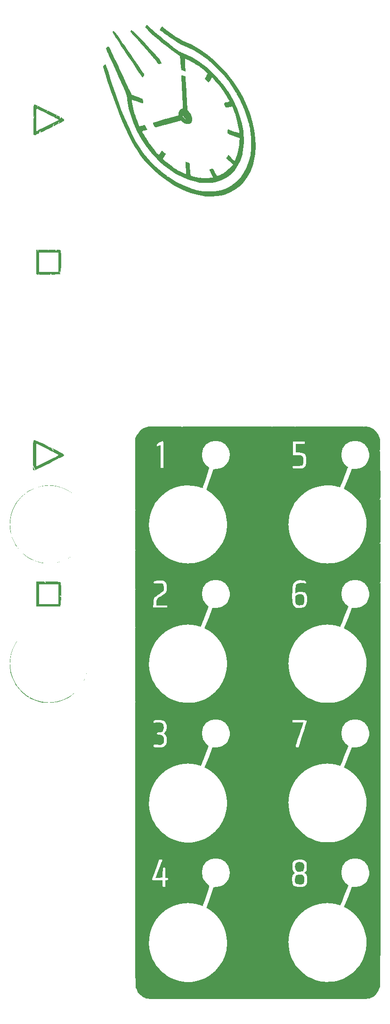
<source format=gto>
G04 #@! TF.GenerationSoftware,KiCad,Pcbnew,(6.0.5)*
G04 #@! TF.CreationDate,2022-11-21T19:29:27-06:00*
G04 #@! TF.ProjectId,KosmoClockPanel,4b6f736d-6f43-46c6-9f63-6b50616e656c,rev?*
G04 #@! TF.SameCoordinates,Original*
G04 #@! TF.FileFunction,Legend,Top*
G04 #@! TF.FilePolarity,Positive*
%FSLAX46Y46*%
G04 Gerber Fmt 4.6, Leading zero omitted, Abs format (unit mm)*
G04 Created by KiCad (PCBNEW (6.0.5)) date 2022-11-21 19:29:27*
%MOMM*%
%LPD*%
G01*
G04 APERTURE LIST*
%ADD10C,0.150000*%
%ADD11C,5.000000*%
%ADD12C,4.000000*%
%ADD13C,14.000000*%
%ADD14C,9.200000*%
%ADD15C,9.000000*%
G04 APERTURE END LIST*
D10*
X411515904Y-36174380D02*
X411515904Y-35174380D01*
X411515904Y-35650571D02*
X412087333Y-35650571D01*
X412087333Y-36174380D02*
X412087333Y-35174380D01*
X412515904Y-35269619D02*
X412563523Y-35222000D01*
X412658761Y-35174380D01*
X412896857Y-35174380D01*
X412992095Y-35222000D01*
X413039714Y-35269619D01*
X413087333Y-35364857D01*
X413087333Y-35460095D01*
X413039714Y-35602952D01*
X412468285Y-36174380D01*
X413087333Y-36174380D01*
X413420666Y-35174380D02*
X414087333Y-35174380D01*
X413658761Y-36174380D01*
X411515904Y-61174380D02*
X411515904Y-60174380D01*
X411515904Y-60650571D02*
X412087333Y-60650571D01*
X412087333Y-61174380D02*
X412087333Y-60174380D01*
X412515904Y-60269619D02*
X412563523Y-60222000D01*
X412658761Y-60174380D01*
X412896857Y-60174380D01*
X412992095Y-60222000D01*
X413039714Y-60269619D01*
X413087333Y-60364857D01*
X413087333Y-60460095D01*
X413039714Y-60602952D01*
X412468285Y-61174380D01*
X413087333Y-61174380D01*
X413420666Y-60174380D02*
X414039714Y-60174380D01*
X413706380Y-60555333D01*
X413849238Y-60555333D01*
X413944476Y-60602952D01*
X413992095Y-60650571D01*
X414039714Y-60745809D01*
X414039714Y-60983904D01*
X413992095Y-61079142D01*
X413944476Y-61126761D01*
X413849238Y-61174380D01*
X413563523Y-61174380D01*
X413468285Y-61126761D01*
X413420666Y-61079142D01*
G36*
X457921868Y-160685473D02*
G01*
X458142011Y-160763055D01*
X458166481Y-160783680D01*
X458300428Y-161013044D01*
X458366546Y-161327392D01*
X458366757Y-161671628D01*
X458302985Y-161990652D01*
X458177155Y-162229366D01*
X458113982Y-162287200D01*
X457918903Y-162365829D01*
X457648209Y-162410184D01*
X457552631Y-162413816D01*
X457276951Y-162386262D01*
X457045132Y-162317273D01*
X456991280Y-162287200D01*
X456842546Y-162093081D01*
X456755145Y-161797873D01*
X456731000Y-161456673D01*
X456772037Y-161124582D01*
X456880178Y-160856697D01*
X456938782Y-160783680D01*
X457129269Y-160696448D01*
X457470560Y-160660189D01*
X457552631Y-160659211D01*
X457921868Y-160685473D01*
G37*
G36*
X409958405Y-84850725D02*
G01*
X410134735Y-84909372D01*
X410388459Y-85013489D01*
X410733856Y-85169269D01*
X411185206Y-85382902D01*
X411756789Y-85660579D01*
X412454491Y-86004339D01*
X413062016Y-86306774D01*
X413626365Y-86591133D01*
X414128773Y-86847695D01*
X414550469Y-87066741D01*
X414872688Y-87238550D01*
X415076660Y-87353404D01*
X415138922Y-87394607D01*
X415237812Y-87537357D01*
X415233472Y-87633808D01*
X415147030Y-87692326D01*
X414931187Y-87813181D01*
X414606942Y-87985878D01*
X414195294Y-88199927D01*
X413717241Y-88444834D01*
X413193784Y-88710107D01*
X412645920Y-88985253D01*
X412094649Y-89259780D01*
X411560970Y-89523195D01*
X411065881Y-89765006D01*
X410630383Y-89974719D01*
X410275473Y-90141844D01*
X410022151Y-90255886D01*
X409891415Y-90306354D01*
X409881757Y-90307895D01*
X409745795Y-90249699D01*
X409685981Y-90193419D01*
X409656657Y-90096891D01*
X409634467Y-89880637D01*
X409623752Y-89639031D01*
X410178289Y-89639031D01*
X412225329Y-88616526D01*
X412761502Y-88347186D01*
X413245216Y-88101284D01*
X413657294Y-87888804D01*
X413978560Y-87719730D01*
X414189838Y-87604049D01*
X414271951Y-87551745D01*
X414272368Y-87550658D01*
X414200677Y-87503491D01*
X413998389Y-87392200D01*
X413684679Y-87226772D01*
X413278724Y-87017191D01*
X412799701Y-86773441D01*
X412266785Y-86505507D01*
X412225329Y-86484791D01*
X410178289Y-85462285D01*
X410178289Y-89639031D01*
X409623752Y-89639031D01*
X409619159Y-89535467D01*
X409610486Y-89052190D01*
X409608197Y-88421615D01*
X409612042Y-87634550D01*
X409613086Y-87507916D01*
X409620025Y-86780170D01*
X409627689Y-86201716D01*
X409637198Y-85754742D01*
X409648145Y-85462285D01*
X409649674Y-85421433D01*
X409666240Y-85183978D01*
X409688018Y-85024563D01*
X409716129Y-84925376D01*
X409751695Y-84868604D01*
X409780807Y-84845077D01*
X409845189Y-84831357D01*
X409958405Y-84850725D01*
G37*
G36*
X413064807Y-118085015D02*
G01*
X414112192Y-118262573D01*
X415139811Y-118601851D01*
X415943421Y-118991980D01*
X416436535Y-119318235D01*
X416964477Y-119752991D01*
X417486641Y-120255643D01*
X417962418Y-120785583D01*
X418351203Y-121302203D01*
X418508020Y-121556579D01*
X418977341Y-122559333D01*
X419284943Y-123591798D01*
X419430824Y-124641605D01*
X419414986Y-125696386D01*
X419237427Y-126743771D01*
X418898149Y-127771391D01*
X418508020Y-128575000D01*
X418181765Y-129068114D01*
X417747009Y-129596057D01*
X417244357Y-130118220D01*
X416714417Y-130593998D01*
X416197798Y-130982782D01*
X415943421Y-131139600D01*
X414973795Y-131592285D01*
X413954744Y-131899851D01*
X412911780Y-132057647D01*
X411870414Y-132061018D01*
X411278169Y-131990543D01*
X410649874Y-131844812D01*
X409965768Y-131616582D01*
X409297279Y-131331682D01*
X408925000Y-131139600D01*
X408431886Y-130813345D01*
X407903943Y-130378588D01*
X407381780Y-129875937D01*
X406906002Y-129345997D01*
X406517218Y-128829377D01*
X406360400Y-128575000D01*
X405891079Y-127572247D01*
X405583478Y-126539782D01*
X405437596Y-125489974D01*
X405453435Y-124435193D01*
X405630993Y-123387809D01*
X405970272Y-122360189D01*
X406360400Y-121556579D01*
X406686655Y-121063465D01*
X407121412Y-120535523D01*
X407624064Y-120013359D01*
X408154003Y-119537582D01*
X408670623Y-119148797D01*
X408925000Y-118991980D01*
X409927753Y-118522659D01*
X410960218Y-118215057D01*
X412010026Y-118069176D01*
X413064807Y-118085015D01*
G37*
G36*
X457923039Y-162912160D02*
G01*
X458168173Y-163003937D01*
X458311527Y-163188324D01*
X458376593Y-163491033D01*
X458388158Y-163801691D01*
X458363559Y-164194564D01*
X458273052Y-164451442D01*
X458091571Y-164598365D01*
X457794051Y-164661375D01*
X457552631Y-164669737D01*
X457231609Y-164654887D01*
X457024263Y-164601756D01*
X456884210Y-164502632D01*
X456785974Y-164364638D01*
X456734322Y-164168438D01*
X456717386Y-163864257D01*
X456717105Y-163801691D01*
X456739838Y-163396313D01*
X456823698Y-163128035D01*
X456992178Y-162971147D01*
X457268773Y-162899937D01*
X457552631Y-162887281D01*
X457923039Y-162912160D01*
G37*
G36*
X427996268Y-173613525D02*
G01*
X427994341Y-172374580D01*
X427992686Y-171034410D01*
X427991293Y-169589074D01*
X427990154Y-168034630D01*
X427989260Y-166367136D01*
X427988603Y-164582651D01*
X427988410Y-163726943D01*
X431064723Y-163726943D01*
X431073822Y-163808840D01*
X431118899Y-163863296D01*
X431229360Y-163897139D01*
X431434609Y-163917192D01*
X431764053Y-163930283D01*
X431964638Y-163935825D01*
X432862829Y-163959540D01*
X432887534Y-164523520D01*
X432903352Y-164822037D01*
X432929782Y-164990687D01*
X432984679Y-165066554D01*
X433085897Y-165086718D01*
X433159080Y-165087500D01*
X433405921Y-165087500D01*
X433405921Y-163917764D01*
X433656579Y-163917764D01*
X433835717Y-163895282D01*
X433901251Y-163799716D01*
X433907237Y-163708882D01*
X433880259Y-163559600D01*
X433765580Y-163504989D01*
X433656579Y-163500000D01*
X433405921Y-163500000D01*
X433405921Y-162580921D01*
X433404804Y-162179651D01*
X433397186Y-161916397D01*
X433376667Y-161762070D01*
X433336846Y-161687581D01*
X433271322Y-161663842D01*
X433203689Y-161661843D01*
X433091800Y-161675515D01*
X433024796Y-161741910D01*
X432984347Y-161899091D01*
X432952226Y-162184046D01*
X432921335Y-162539585D01*
X432894634Y-162894447D01*
X432882911Y-163082237D01*
X432862829Y-163458224D01*
X432257072Y-163482773D01*
X431963275Y-163489879D01*
X431748010Y-163485936D01*
X431652728Y-163471865D01*
X431651316Y-163469323D01*
X431680348Y-163383096D01*
X431760997Y-163166758D01*
X431883590Y-162845657D01*
X432038455Y-162445144D01*
X432202663Y-162024380D01*
X432384861Y-161559383D01*
X432550066Y-161137638D01*
X432686906Y-160788190D01*
X432784006Y-160540086D01*
X432827240Y-160429441D01*
X432860221Y-160301766D01*
X432796635Y-160250445D01*
X432624043Y-160241448D01*
X432347618Y-160241448D01*
X431705309Y-161891612D01*
X431513485Y-162393124D01*
X431344676Y-162851107D01*
X431207963Y-163239540D01*
X431112428Y-163532403D01*
X431067154Y-163703675D01*
X431064723Y-163726943D01*
X427988410Y-163726943D01*
X427988173Y-162677232D01*
X427987962Y-160646938D01*
X427987962Y-158487826D01*
X427988163Y-156195955D01*
X427988556Y-153767384D01*
X427989134Y-151198169D01*
X427989430Y-150131579D01*
X430482841Y-150131579D01*
X430561497Y-151130737D01*
X430790774Y-152138522D01*
X431160633Y-153117592D01*
X431426190Y-153640790D01*
X431752444Y-154133904D01*
X432187201Y-154661846D01*
X432689853Y-155184010D01*
X433219792Y-155659787D01*
X433736412Y-156048572D01*
X433990789Y-156205389D01*
X434971003Y-156664215D01*
X435992559Y-156972646D01*
X437034508Y-157126782D01*
X438075898Y-157122723D01*
X438586184Y-157060745D01*
X439596893Y-156825952D01*
X440523150Y-156458201D01*
X441384091Y-155947536D01*
X442198854Y-155284000D01*
X442429605Y-155061185D01*
X443139411Y-154256248D01*
X443693455Y-153410692D01*
X444101693Y-152505380D01*
X444374080Y-151521174D01*
X444429165Y-151217764D01*
X444514208Y-150184897D01*
X444480148Y-149707395D01*
X455569175Y-149707395D01*
X455585014Y-150762176D01*
X455762572Y-151809561D01*
X456101851Y-152837180D01*
X456491979Y-153640790D01*
X456818234Y-154133904D01*
X457252991Y-154661846D01*
X457755642Y-155184010D01*
X458285582Y-155659787D01*
X458802202Y-156048572D01*
X459056579Y-156205389D01*
X459700166Y-156520924D01*
X460409850Y-156794694D01*
X461108329Y-156998557D01*
X461409748Y-157062040D01*
X461851606Y-157109291D01*
X462398906Y-157120523D01*
X462994616Y-157098797D01*
X463581707Y-157047176D01*
X464103148Y-156968719D01*
X464389439Y-156902083D01*
X465372829Y-156555667D01*
X466247438Y-156099500D01*
X467044917Y-155514408D01*
X467677931Y-154909712D01*
X468342024Y-154089779D01*
X468863528Y-153200279D01*
X469242422Y-152258036D01*
X469478684Y-151279876D01*
X469572292Y-150282623D01*
X469523225Y-149283103D01*
X469331461Y-148298139D01*
X468996978Y-147344558D01*
X468519755Y-146439183D01*
X467899770Y-145598840D01*
X467690231Y-145366486D01*
X467064087Y-144760538D01*
X466435837Y-144276625D01*
X465916009Y-143960725D01*
X465508326Y-143737782D01*
X466968020Y-140085186D01*
X467586806Y-140070857D01*
X468209724Y-139999941D01*
X468742818Y-139808827D01*
X469225991Y-139482650D01*
X469271784Y-139443188D01*
X469643907Y-139010306D01*
X469900350Y-138486812D01*
X470034533Y-137908664D01*
X470039879Y-137311821D01*
X469909812Y-136732243D01*
X469810631Y-136497327D01*
X469461185Y-135953334D01*
X469015805Y-135545762D01*
X468478098Y-135276810D01*
X467851669Y-135148673D01*
X467578947Y-135137339D01*
X466918268Y-135208916D01*
X466344878Y-135422183D01*
X465862383Y-135774941D01*
X465474389Y-136264994D01*
X465347263Y-136497327D01*
X465215384Y-136800572D01*
X465144301Y-137079037D01*
X465117688Y-137410436D01*
X465115873Y-137598685D01*
X465173549Y-138212140D01*
X465353414Y-138733721D01*
X465671284Y-139200430D01*
X465902815Y-139439784D01*
X466306420Y-139818712D01*
X465592587Y-141612152D01*
X465388493Y-142123582D01*
X465204949Y-142580964D01*
X465050930Y-142962144D01*
X464935411Y-143244966D01*
X464867364Y-143407275D01*
X464853244Y-143437395D01*
X464766009Y-143434252D01*
X464560608Y-143396003D01*
X464280287Y-143330786D01*
X464260741Y-143325867D01*
X463241628Y-143152887D01*
X462198958Y-143137268D01*
X461155481Y-143275811D01*
X460133947Y-143565318D01*
X459157106Y-144002588D01*
X459056579Y-144057769D01*
X458563465Y-144384024D01*
X458035522Y-144818781D01*
X457513359Y-145321433D01*
X457037581Y-145851372D01*
X456648797Y-146367992D01*
X456491979Y-146622369D01*
X456022658Y-147625122D01*
X455715057Y-148657587D01*
X455569175Y-149707395D01*
X444480148Y-149707395D01*
X444441067Y-149159500D01*
X444218364Y-148159053D01*
X443854719Y-147201037D01*
X443358753Y-146302933D01*
X442739089Y-145482222D01*
X442004346Y-144756386D01*
X441163146Y-144142906D01*
X440850220Y-143960725D01*
X440442536Y-143737782D01*
X441172384Y-141911484D01*
X441902231Y-140085186D01*
X442521017Y-140070857D01*
X443143934Y-139999941D01*
X443677028Y-139808827D01*
X444160202Y-139482650D01*
X444205994Y-139443188D01*
X444578118Y-139010306D01*
X444834560Y-138486812D01*
X444968743Y-137908664D01*
X444974090Y-137311821D01*
X444844022Y-136732243D01*
X444744841Y-136497327D01*
X444395395Y-135953334D01*
X444002095Y-135593421D01*
X456299342Y-135593421D01*
X457260197Y-135593421D01*
X457638500Y-135595268D01*
X457946684Y-135600287D01*
X458151763Y-135607699D01*
X458221052Y-135616152D01*
X458195676Y-135698161D01*
X458124122Y-135917868D01*
X458013251Y-136254507D01*
X457869922Y-136687311D01*
X457700999Y-137195513D01*
X457513340Y-137758347D01*
X457510855Y-137765790D01*
X457322647Y-138331750D01*
X457153174Y-138845813D01*
X457009337Y-139286684D01*
X456898038Y-139633067D01*
X456826177Y-139863667D01*
X456800658Y-139957187D01*
X456800658Y-139957204D01*
X456873764Y-140000925D01*
X457051813Y-140020847D01*
X457072204Y-140020973D01*
X457343750Y-140020235D01*
X458078859Y-137744164D01*
X458268223Y-137152469D01*
X458439226Y-136607809D01*
X458585353Y-136131768D01*
X458700089Y-135745935D01*
X458776919Y-135471895D01*
X458809328Y-135331235D01*
X458809945Y-135321875D01*
X458794729Y-135265402D01*
X458736338Y-135225576D01*
X458610233Y-135199542D01*
X458391871Y-135184448D01*
X458056710Y-135177439D01*
X457580211Y-135175661D01*
X457552631Y-135175658D01*
X456299342Y-135175658D01*
X456299342Y-135593421D01*
X444002095Y-135593421D01*
X443950015Y-135545762D01*
X443412308Y-135276810D01*
X442785879Y-135148673D01*
X442513158Y-135137339D01*
X441852479Y-135208916D01*
X441279089Y-135422183D01*
X440796594Y-135774941D01*
X440408600Y-136264994D01*
X440281474Y-136497327D01*
X440149594Y-136800572D01*
X440078511Y-137079037D01*
X440051898Y-137410436D01*
X440050083Y-137598685D01*
X440107759Y-138212140D01*
X440287624Y-138733721D01*
X440605494Y-139200430D01*
X440837025Y-139439784D01*
X441240630Y-139818712D01*
X440526798Y-141612152D01*
X440322704Y-142123582D01*
X440139160Y-142580964D01*
X439985141Y-142962144D01*
X439869621Y-143244966D01*
X439801575Y-143407275D01*
X439787454Y-143437395D01*
X439700219Y-143434252D01*
X439494818Y-143396003D01*
X439214498Y-143330786D01*
X439194952Y-143325867D01*
X438175838Y-143152887D01*
X437133168Y-143137268D01*
X436089691Y-143275811D01*
X435068158Y-143565318D01*
X434091317Y-144002588D01*
X433990789Y-144057769D01*
X433497675Y-144384024D01*
X432969733Y-144818781D01*
X432447569Y-145321433D01*
X431971792Y-145851372D01*
X431583007Y-146367992D01*
X431426190Y-146622369D01*
X430981792Y-147568945D01*
X430672340Y-148565203D01*
X430507873Y-149573802D01*
X430482841Y-150131579D01*
X427989430Y-150131579D01*
X427989888Y-148484370D01*
X427990807Y-145622045D01*
X427991885Y-142607251D01*
X427992981Y-139773763D01*
X431275329Y-139773763D01*
X431300523Y-139912380D01*
X431406329Y-139989373D01*
X431609539Y-140035598D01*
X431983386Y-140071523D01*
X432386408Y-140068481D01*
X432765276Y-140030867D01*
X433066657Y-139963079D01*
X433195855Y-139904841D01*
X433433700Y-139705302D01*
X433579691Y-139458584D01*
X433651174Y-139123367D01*
X433666343Y-138784134D01*
X433631085Y-138290985D01*
X433524603Y-137925489D01*
X433351077Y-137698803D01*
X433237635Y-137640086D01*
X433138410Y-137597337D01*
X433139491Y-137535372D01*
X433251458Y-137414742D01*
X433313804Y-137356027D01*
X433540367Y-137035355D01*
X433644617Y-136608202D01*
X433634268Y-136121749D01*
X433528209Y-135706418D01*
X433312282Y-135403529D01*
X432979983Y-135209284D01*
X432524804Y-135119882D01*
X431940242Y-135131523D01*
X431939108Y-135131629D01*
X431622162Y-135164354D01*
X431436622Y-135199222D01*
X431347358Y-135252133D01*
X431319240Y-135338991D01*
X431317105Y-135413176D01*
X431317105Y-135636437D01*
X431986614Y-135606033D01*
X432429486Y-135603634D01*
X432736618Y-135652870D01*
X432935046Y-135767579D01*
X433051804Y-135961598D01*
X433103721Y-136177829D01*
X433118269Y-136517725D01*
X433066190Y-136847474D01*
X432961011Y-137114654D01*
X432823707Y-137263053D01*
X432643854Y-137315497D01*
X432382709Y-137345382D01*
X432283453Y-137348027D01*
X432048892Y-137356836D01*
X431936935Y-137398602D01*
X431903378Y-137496329D01*
X431901973Y-137546562D01*
X431917914Y-137661647D01*
X431992543Y-137727323D01*
X432166068Y-137764137D01*
X432365755Y-137783558D01*
X432709833Y-137835123D01*
X432931626Y-137942308D01*
X433060126Y-138137063D01*
X433124329Y-138451340D01*
X433139727Y-138636470D01*
X433152316Y-138938248D01*
X433133098Y-139129690D01*
X433068336Y-139266587D01*
X432952578Y-139396465D01*
X432835377Y-139503118D01*
X432717075Y-139566803D01*
X432554231Y-139596503D01*
X432303405Y-139601199D01*
X432003233Y-139592749D01*
X431654275Y-139582325D01*
X431439661Y-139585986D01*
X431326736Y-139611852D01*
X431282846Y-139668043D01*
X431275336Y-139762680D01*
X431275329Y-139773763D01*
X427992981Y-139773763D01*
X427993112Y-139436047D01*
X427994480Y-136104491D01*
X427995536Y-133628232D01*
X427999238Y-125065790D01*
X430482841Y-125065790D01*
X430561497Y-126064948D01*
X430790774Y-127072733D01*
X431160633Y-128051803D01*
X431426190Y-128575000D01*
X431752444Y-129068114D01*
X432187201Y-129596057D01*
X432689853Y-130118220D01*
X433219792Y-130593998D01*
X433736412Y-130982782D01*
X433990789Y-131139600D01*
X434971003Y-131598426D01*
X435992559Y-131906856D01*
X437034508Y-132060992D01*
X438075898Y-132056934D01*
X438586184Y-131994955D01*
X439596893Y-131760162D01*
X440523150Y-131392411D01*
X441384091Y-130881746D01*
X442198854Y-130218211D01*
X442429605Y-129995395D01*
X443139411Y-129190459D01*
X443693455Y-128344903D01*
X444101693Y-127439591D01*
X444374080Y-126455385D01*
X444429165Y-126151974D01*
X444514208Y-125119108D01*
X444480148Y-124641605D01*
X455569175Y-124641605D01*
X455585014Y-125696386D01*
X455762572Y-126743771D01*
X456101851Y-127771391D01*
X456491979Y-128575000D01*
X456818234Y-129068114D01*
X457252991Y-129596057D01*
X457755642Y-130118220D01*
X458285582Y-130593998D01*
X458802202Y-130982782D01*
X459056579Y-131139600D01*
X459700166Y-131455135D01*
X460409850Y-131728904D01*
X461108329Y-131932768D01*
X461409748Y-131996250D01*
X461851606Y-132043502D01*
X462398906Y-132054734D01*
X462994616Y-132033008D01*
X463581707Y-131981386D01*
X464103148Y-131902929D01*
X464389439Y-131836294D01*
X465372829Y-131489877D01*
X466247438Y-131033710D01*
X467044917Y-130448619D01*
X467677931Y-129843923D01*
X468342024Y-129023989D01*
X468863528Y-128134489D01*
X469242422Y-127192246D01*
X469478684Y-126214086D01*
X469572292Y-125216834D01*
X469523225Y-124217313D01*
X469331461Y-123232350D01*
X468996978Y-122278768D01*
X468519755Y-121373393D01*
X467899770Y-120533050D01*
X467690231Y-120300696D01*
X467064087Y-119694749D01*
X466435837Y-119210835D01*
X465916009Y-118894935D01*
X465508326Y-118671992D01*
X466238173Y-116845694D01*
X466968020Y-115019397D01*
X467586806Y-115005068D01*
X468209724Y-114934152D01*
X468742818Y-114743037D01*
X469225991Y-114416861D01*
X469271784Y-114377399D01*
X469643907Y-113944517D01*
X469900350Y-113421022D01*
X470034533Y-112842874D01*
X470039879Y-112246032D01*
X469909812Y-111666454D01*
X469810631Y-111431537D01*
X469461185Y-110887544D01*
X469015805Y-110479973D01*
X468478098Y-110211020D01*
X467851669Y-110082884D01*
X467578947Y-110071549D01*
X466918268Y-110143127D01*
X466344878Y-110356393D01*
X465862383Y-110709152D01*
X465474389Y-111199205D01*
X465347263Y-111431537D01*
X465215384Y-111734782D01*
X465144301Y-112013248D01*
X465117688Y-112344646D01*
X465115873Y-112532895D01*
X465173549Y-113146350D01*
X465353414Y-113667932D01*
X465671284Y-114134640D01*
X465902815Y-114373994D01*
X466306420Y-114752922D01*
X465592587Y-116546363D01*
X465388493Y-117057792D01*
X465204949Y-117515175D01*
X465050930Y-117896355D01*
X464935411Y-118179177D01*
X464867364Y-118341485D01*
X464853244Y-118371605D01*
X464766009Y-118368463D01*
X464560608Y-118330213D01*
X464280287Y-118264996D01*
X464260741Y-118260078D01*
X463241628Y-118087097D01*
X462198958Y-118071478D01*
X461155481Y-118210022D01*
X460133947Y-118499528D01*
X459157106Y-118936798D01*
X459056579Y-118991980D01*
X458563465Y-119318235D01*
X458035522Y-119752991D01*
X457513359Y-120255643D01*
X457037581Y-120785583D01*
X456648797Y-121302203D01*
X456491979Y-121556579D01*
X456022658Y-122559333D01*
X455715057Y-123591798D01*
X455569175Y-124641605D01*
X444480148Y-124641605D01*
X444441067Y-124093711D01*
X444218364Y-123093263D01*
X443854719Y-122135247D01*
X443358753Y-121237143D01*
X442739089Y-120416433D01*
X442004346Y-119690597D01*
X441163146Y-119077116D01*
X440850220Y-118894935D01*
X440442536Y-118671992D01*
X441172384Y-116845694D01*
X441902231Y-115019397D01*
X442521017Y-115005068D01*
X443143934Y-114934152D01*
X443677028Y-114743037D01*
X444160202Y-114416861D01*
X444205994Y-114377399D01*
X444578118Y-113944517D01*
X444834560Y-113421022D01*
X444968743Y-112842874D01*
X444970351Y-112663358D01*
X456217692Y-112663358D01*
X456218729Y-113154381D01*
X456235588Y-113595357D01*
X456269493Y-113950129D01*
X456293456Y-114084953D01*
X456442084Y-114493900D01*
X456670853Y-114796138D01*
X456958778Y-114966262D01*
X457036895Y-114985060D01*
X457385980Y-115013930D01*
X457767951Y-114996068D01*
X458124023Y-114938744D01*
X458395407Y-114849227D01*
X458463614Y-114808642D01*
X458682100Y-114561512D01*
X458819333Y-114196671D01*
X458880250Y-113699180D01*
X458884292Y-113535527D01*
X458854700Y-112982294D01*
X458757621Y-112566299D01*
X458595136Y-112295213D01*
X458533425Y-112242924D01*
X458329928Y-112166053D01*
X458025343Y-112122521D01*
X457678161Y-112112523D01*
X457346872Y-112136257D01*
X457089967Y-112193917D01*
X457004620Y-112237804D01*
X456851269Y-112334283D01*
X456769953Y-112363133D01*
X456741591Y-112289599D01*
X456736555Y-112095471D01*
X456750819Y-111825003D01*
X456780357Y-111522451D01*
X456821143Y-111232072D01*
X456869150Y-110998121D01*
X456903559Y-110894519D01*
X457061737Y-110699843D01*
X457332632Y-110582069D01*
X457731460Y-110536774D01*
X458101868Y-110546266D01*
X458731100Y-110586648D01*
X458705846Y-110369147D01*
X458674724Y-110243347D01*
X458590369Y-110166451D01*
X458411193Y-110114638D01*
X458200155Y-110079495D01*
X457598299Y-110040728D01*
X457107882Y-110123623D01*
X456723921Y-110329968D01*
X456441433Y-110661553D01*
X456407080Y-110723003D01*
X456347333Y-110921919D01*
X456297298Y-111251569D01*
X456258199Y-111675796D01*
X456231256Y-112158445D01*
X456217692Y-112663358D01*
X444970351Y-112663358D01*
X444974090Y-112246032D01*
X444844022Y-111666454D01*
X444744841Y-111431537D01*
X444395395Y-110887544D01*
X443950015Y-110479973D01*
X443412308Y-110211020D01*
X442785879Y-110082884D01*
X442513158Y-110071549D01*
X441852479Y-110143127D01*
X441279089Y-110356393D01*
X440796594Y-110709152D01*
X440408600Y-111199205D01*
X440281474Y-111431537D01*
X440149594Y-111734782D01*
X440078511Y-112013248D01*
X440051898Y-112344646D01*
X440050083Y-112532895D01*
X440107759Y-113146350D01*
X440287624Y-113667932D01*
X440605494Y-114134640D01*
X440837025Y-114373994D01*
X441240630Y-114752922D01*
X440526798Y-116546363D01*
X440322704Y-117057792D01*
X440139160Y-117515175D01*
X439985141Y-117896355D01*
X439869621Y-118179177D01*
X439801575Y-118341485D01*
X439787454Y-118371605D01*
X439700219Y-118368463D01*
X439494818Y-118330213D01*
X439214498Y-118264996D01*
X439194952Y-118260078D01*
X438175838Y-118087097D01*
X437133168Y-118071478D01*
X436089691Y-118210022D01*
X435068158Y-118499528D01*
X434091317Y-118936798D01*
X433990789Y-118991980D01*
X433497675Y-119318235D01*
X432969733Y-119752991D01*
X432447569Y-120255643D01*
X431971792Y-120785583D01*
X431583007Y-121302203D01*
X431426190Y-121556579D01*
X430981792Y-122503155D01*
X430672340Y-123499414D01*
X430507873Y-124508012D01*
X430482841Y-125065790D01*
X427999238Y-125065790D01*
X428003609Y-114955921D01*
X431208888Y-114955921D01*
X433740131Y-114955921D01*
X433740131Y-114538158D01*
X431818421Y-114538158D01*
X431818421Y-114001034D01*
X431823048Y-113733882D01*
X431852671Y-113537454D01*
X431930899Y-113381595D01*
X432081340Y-113236152D01*
X432327606Y-113070969D01*
X432693306Y-112855893D01*
X432732920Y-112833038D01*
X433127517Y-112586629D01*
X433392009Y-112364786D01*
X433552637Y-112133073D01*
X433635637Y-111857055D01*
X433661924Y-111613816D01*
X433679190Y-111170902D01*
X433662360Y-110854384D01*
X433603786Y-110625660D01*
X433495819Y-110446126D01*
X433412348Y-110354100D01*
X433290069Y-110240317D01*
X433171860Y-110168792D01*
X433016138Y-110129737D01*
X432781320Y-110113364D01*
X432425825Y-110109885D01*
X432374774Y-110109869D01*
X431934087Y-110114822D01*
X431634251Y-110134463D01*
X431449178Y-110175962D01*
X431352782Y-110246488D01*
X431318977Y-110353211D01*
X431317105Y-110400578D01*
X431324663Y-110487929D01*
X431368094Y-110542654D01*
X431478534Y-110571723D01*
X431687120Y-110582104D01*
X432024988Y-110580770D01*
X432116958Y-110579632D01*
X432496936Y-110578671D01*
X432745771Y-110591425D01*
X432899248Y-110623813D01*
X432993146Y-110681749D01*
X433036037Y-110731595D01*
X433107835Y-110921629D01*
X433146834Y-111208893D01*
X433151064Y-111526382D01*
X433118555Y-111807087D01*
X433071801Y-111947856D01*
X432966913Y-112056411D01*
X432752887Y-112221215D01*
X432465745Y-112415738D01*
X432275158Y-112534588D01*
X431956278Y-112738002D01*
X431684021Y-112931477D01*
X431496740Y-113086775D01*
X431442584Y-113147585D01*
X431380446Y-113318954D01*
X431323030Y-113616102D01*
X431277664Y-113997722D01*
X431266040Y-114142860D01*
X431208888Y-114955921D01*
X428003609Y-114955921D01*
X428010075Y-100000000D01*
X430482841Y-100000000D01*
X430561497Y-100999158D01*
X430790774Y-102006943D01*
X431160633Y-102986013D01*
X431426190Y-103509211D01*
X431752444Y-104002325D01*
X432187201Y-104530267D01*
X432689853Y-105052431D01*
X433219792Y-105528208D01*
X433736412Y-105916993D01*
X433990789Y-106073810D01*
X434971003Y-106532636D01*
X435992559Y-106841067D01*
X437034508Y-106995203D01*
X438075898Y-106991144D01*
X438586184Y-106929166D01*
X439596893Y-106694373D01*
X440523150Y-106326622D01*
X441384091Y-105815957D01*
X442198854Y-105152421D01*
X442429605Y-104929606D01*
X443157525Y-104091545D01*
X443732390Y-103191133D01*
X444151998Y-102237883D01*
X444414146Y-101241311D01*
X444516632Y-100210930D01*
X444480875Y-99575816D01*
X455569175Y-99575816D01*
X455585014Y-100630597D01*
X455762572Y-101677982D01*
X456101851Y-102705601D01*
X456491979Y-103509211D01*
X456818234Y-104002325D01*
X457252991Y-104530267D01*
X457755642Y-105052431D01*
X458285582Y-105528208D01*
X458802202Y-105916993D01*
X459056579Y-106073810D01*
X459700166Y-106389345D01*
X460409850Y-106663115D01*
X461108329Y-106866978D01*
X461409748Y-106930461D01*
X461851606Y-106977712D01*
X462398906Y-106988944D01*
X462994616Y-106967218D01*
X463581707Y-106915597D01*
X464103148Y-106837140D01*
X464389439Y-106770504D01*
X465372829Y-106424088D01*
X466247438Y-105967921D01*
X467044917Y-105382829D01*
X467677931Y-104778133D01*
X468342024Y-103958200D01*
X468863528Y-103068700D01*
X469242422Y-102126457D01*
X469478684Y-101148297D01*
X469572292Y-100151044D01*
X469523225Y-99151524D01*
X469331461Y-98166560D01*
X468996978Y-97212979D01*
X468519755Y-96307604D01*
X467899770Y-95467261D01*
X467690231Y-95234907D01*
X467063696Y-94628623D01*
X466435056Y-94144504D01*
X465916469Y-93829397D01*
X465509246Y-93606706D01*
X466225165Y-91811083D01*
X466941085Y-90015461D01*
X467573338Y-90013732D01*
X468173048Y-89960761D01*
X468683235Y-89794093D01*
X469150691Y-89496688D01*
X469271784Y-89395162D01*
X469644441Y-88961774D01*
X469900928Y-88437991D01*
X470034745Y-87859500D01*
X470039394Y-87261985D01*
X469908376Y-86681132D01*
X469808888Y-86445738D01*
X469464872Y-85922745D01*
X469016232Y-85513384D01*
X468489027Y-85228060D01*
X467909314Y-85077179D01*
X467303152Y-85071147D01*
X466719037Y-85211853D01*
X466387786Y-85367887D01*
X466057783Y-85572776D01*
X465927245Y-85673544D01*
X465536777Y-86112928D01*
X465266877Y-86640526D01*
X465124136Y-87222352D01*
X465115144Y-87824421D01*
X465246491Y-88412745D01*
X465349007Y-88655579D01*
X465535034Y-88968657D01*
X465763594Y-89264967D01*
X465912987Y-89415568D01*
X466099953Y-89589028D01*
X466219293Y-89725538D01*
X466242316Y-89772818D01*
X466213021Y-89864475D01*
X466132203Y-90083840D01*
X466010621Y-90403555D01*
X465859031Y-90796261D01*
X465688192Y-91234601D01*
X465508861Y-91691218D01*
X465331796Y-92138752D01*
X465167755Y-92549847D01*
X465027496Y-92897144D01*
X464921775Y-93153285D01*
X464861352Y-93290913D01*
X464853064Y-93305816D01*
X464765923Y-93302674D01*
X464560598Y-93264427D01*
X464280318Y-93199214D01*
X464260741Y-93194288D01*
X463241628Y-93021308D01*
X462198958Y-93005689D01*
X461155481Y-93144232D01*
X460133947Y-93433739D01*
X459157106Y-93871009D01*
X459056579Y-93926191D01*
X458563465Y-94252445D01*
X458035522Y-94687202D01*
X457513359Y-95189854D01*
X457037581Y-95719793D01*
X456648797Y-96236413D01*
X456491979Y-96490790D01*
X456022658Y-97493543D01*
X455715057Y-98526008D01*
X455569175Y-99575816D01*
X444480875Y-99575816D01*
X444457253Y-99156255D01*
X444233808Y-98086800D01*
X444107014Y-97683145D01*
X443724524Y-96800911D01*
X443204995Y-95955421D01*
X442575138Y-95181100D01*
X441861662Y-94512372D01*
X441366767Y-94151316D01*
X440789354Y-93775329D01*
X442018880Y-90079187D01*
X442580687Y-90038990D01*
X443256375Y-89919392D01*
X443789841Y-89685789D01*
X456299342Y-89685789D01*
X456357243Y-89858041D01*
X456445559Y-89916090D01*
X456667615Y-89948061D01*
X456985415Y-89962710D01*
X457348165Y-89961421D01*
X457705069Y-89945578D01*
X458005334Y-89916566D01*
X458198164Y-89875768D01*
X458216479Y-89867825D01*
X458460021Y-89680801D01*
X458622063Y-89396408D01*
X458710645Y-88993973D01*
X458734205Y-88536565D01*
X458712822Y-88005941D01*
X458634999Y-87617902D01*
X458483693Y-87352639D01*
X458241859Y-87190344D01*
X457892455Y-87111206D01*
X457493526Y-87094550D01*
X456884210Y-87097981D01*
X456884210Y-85545395D01*
X457677960Y-85545395D01*
X458045676Y-85543945D01*
X458277588Y-85534102D01*
X458404997Y-85507629D01*
X458459204Y-85456289D01*
X458471509Y-85371846D01*
X458471710Y-85336514D01*
X458471710Y-85127632D01*
X456382894Y-85127632D01*
X456382894Y-87604255D01*
X457086745Y-87567312D01*
X457433733Y-87552244D01*
X457658486Y-87557418D01*
X457805495Y-87591809D01*
X457919248Y-87664389D01*
X458014700Y-87754473D01*
X458129828Y-87882368D01*
X458193859Y-88010187D01*
X458218107Y-88187471D01*
X458213885Y-88463762D01*
X458207489Y-88598712D01*
X458178390Y-88976164D01*
X458117452Y-89232734D01*
X457996732Y-89391042D01*
X457788287Y-89473708D01*
X457464176Y-89503352D01*
X457089302Y-89503922D01*
X456722546Y-89500944D01*
X456491524Y-89508341D01*
X456364897Y-89533329D01*
X456311324Y-89583122D01*
X456299466Y-89664936D01*
X456299342Y-89685789D01*
X443789841Y-89685789D01*
X443835164Y-89665942D01*
X444312526Y-89281542D01*
X444683929Y-88769095D01*
X444744841Y-88652016D01*
X444942683Y-88066511D01*
X444991849Y-87446074D01*
X444892372Y-86831998D01*
X444743098Y-86445738D01*
X444399083Y-85922745D01*
X443950443Y-85513384D01*
X443423238Y-85228060D01*
X442843525Y-85077179D01*
X442237363Y-85071147D01*
X441653248Y-85211853D01*
X441321997Y-85367887D01*
X440991993Y-85572776D01*
X440861456Y-85673544D01*
X440471498Y-86112475D01*
X440201638Y-86639852D01*
X440058548Y-87221404D01*
X440048902Y-87822861D01*
X440179373Y-88409953D01*
X440281474Y-88652016D01*
X440560736Y-89098771D01*
X440912333Y-89478864D01*
X441223860Y-89704536D01*
X441264953Y-89742812D01*
X441282531Y-89813283D01*
X441271824Y-89935476D01*
X441228062Y-90128919D01*
X441146477Y-90413140D01*
X441022299Y-90807666D01*
X440850759Y-91332024D01*
X440757914Y-91612321D01*
X440584900Y-92132874D01*
X440430234Y-92597014D01*
X440301393Y-92982397D01*
X440205857Y-93266679D01*
X440151105Y-93427516D01*
X440140998Y-93455413D01*
X440062305Y-93440154D01*
X439860084Y-93387247D01*
X439571038Y-93306486D01*
X439421342Y-93263353D01*
X438393805Y-93050261D01*
X437346208Y-92997438D01*
X436297239Y-93102601D01*
X435265592Y-93363471D01*
X434269956Y-93777764D01*
X433990789Y-93926191D01*
X433497675Y-94252445D01*
X432969733Y-94687202D01*
X432447569Y-95189854D01*
X431971792Y-95719793D01*
X431583007Y-96236413D01*
X431426190Y-96490790D01*
X430981792Y-97437366D01*
X430672340Y-98433624D01*
X430507873Y-99442223D01*
X430482841Y-100000000D01*
X428010075Y-100000000D01*
X428016243Y-85733389D01*
X431902058Y-85733389D01*
X431918434Y-85902032D01*
X431990587Y-85948716D01*
X432152791Y-85884155D01*
X432236184Y-85837829D01*
X432408173Y-85749915D01*
X432507730Y-85715461D01*
X432524856Y-85794450D01*
X432540198Y-86018210D01*
X432553084Y-86364414D01*
X432562845Y-86810732D01*
X432568808Y-87334835D01*
X432570394Y-87801316D01*
X432570394Y-89890132D01*
X433071710Y-89890132D01*
X433071710Y-87467106D01*
X433071452Y-86768328D01*
X433069813Y-86218741D01*
X433065494Y-85800430D01*
X433057195Y-85495482D01*
X433043619Y-85285982D01*
X433023466Y-85154015D01*
X432995437Y-85081668D01*
X432958233Y-85051026D01*
X432910556Y-85044174D01*
X432896031Y-85044079D01*
X432726745Y-85083845D01*
X432481264Y-85185915D01*
X432311247Y-85273849D01*
X432066590Y-85426939D01*
X431942075Y-85556985D01*
X431902778Y-85703210D01*
X431902058Y-85733389D01*
X428016243Y-85733389D01*
X428016776Y-84500987D01*
X428250248Y-84025560D01*
X428552575Y-83554839D01*
X428962901Y-83117663D01*
X429432281Y-82759144D01*
X429858347Y-82543399D01*
X430320742Y-82370395D01*
X450032894Y-82370395D01*
X452173405Y-82370408D01*
X454153236Y-82370482D01*
X455978816Y-82370671D01*
X457656571Y-82371030D01*
X459192927Y-82371612D01*
X460594312Y-82372473D01*
X461867153Y-82373665D01*
X463017875Y-82375244D01*
X464052906Y-82377263D01*
X464978673Y-82379776D01*
X465801602Y-82382838D01*
X466528120Y-82386503D01*
X467164653Y-82390824D01*
X467717630Y-82395857D01*
X468193475Y-82401654D01*
X468598617Y-82408271D01*
X468939481Y-82415761D01*
X469222495Y-82424179D01*
X469454085Y-82433579D01*
X469640678Y-82444014D01*
X469788701Y-82455540D01*
X469904581Y-82468209D01*
X469994744Y-82482077D01*
X470065617Y-82497197D01*
X470123627Y-82513624D01*
X470175200Y-82531412D01*
X470199123Y-82540287D01*
X470779581Y-82843727D01*
X471281235Y-83278546D01*
X471679717Y-83818134D01*
X471950660Y-84435879D01*
X471958417Y-84461558D01*
X471967721Y-84503027D01*
X471976583Y-84565897D01*
X471985014Y-84654127D01*
X471993024Y-84771672D01*
X472000625Y-84922489D01*
X472007825Y-85110535D01*
X472014637Y-85339768D01*
X472021070Y-85614143D01*
X472027136Y-85937617D01*
X472032845Y-86314148D01*
X472038207Y-86747692D01*
X472043234Y-87242205D01*
X472047935Y-87801646D01*
X472052321Y-88429969D01*
X472056404Y-89131133D01*
X472060193Y-89909093D01*
X472063699Y-90767808D01*
X472066934Y-91711232D01*
X472069906Y-92743324D01*
X472072628Y-93868040D01*
X472075109Y-95089337D01*
X472077360Y-96411171D01*
X472079392Y-97837500D01*
X472081216Y-99372280D01*
X472082842Y-101019467D01*
X472084280Y-102783020D01*
X472085542Y-104666894D01*
X472086637Y-106675046D01*
X472087577Y-108811433D01*
X472088372Y-111080012D01*
X472089033Y-113484739D01*
X472089570Y-116029572D01*
X472089994Y-118718467D01*
X472090315Y-121555381D01*
X472090545Y-124544271D01*
X472090693Y-127689093D01*
X472090771Y-130993804D01*
X472090789Y-133838816D01*
X472090762Y-137278202D01*
X472090672Y-140554439D01*
X472090511Y-143671484D01*
X472090266Y-146633294D01*
X472089927Y-149443827D01*
X472089484Y-152107038D01*
X472088926Y-154626884D01*
X472088242Y-157007322D01*
X472087422Y-159252310D01*
X472086455Y-161365803D01*
X472085331Y-163351759D01*
X472084039Y-165214134D01*
X472082569Y-166956885D01*
X472080909Y-168583969D01*
X472079049Y-170099343D01*
X472076979Y-171506963D01*
X472074688Y-172810786D01*
X472072166Y-174014769D01*
X472069401Y-175122869D01*
X472066383Y-176139042D01*
X472063101Y-177067246D01*
X472059546Y-177911437D01*
X472055706Y-178675571D01*
X472051571Y-179363607D01*
X472047129Y-179979500D01*
X472042372Y-180527206D01*
X472037287Y-181010684D01*
X472031864Y-181433890D01*
X472026093Y-181800780D01*
X472019963Y-182115312D01*
X472013464Y-182381441D01*
X472006584Y-182603125D01*
X471999314Y-182784321D01*
X471991642Y-182928986D01*
X471983559Y-183041076D01*
X471975053Y-183124547D01*
X471966113Y-183183357D01*
X471958417Y-183216074D01*
X471693022Y-183836364D01*
X471299124Y-184379550D01*
X470801089Y-184819021D01*
X470223286Y-185128166D01*
X470199123Y-185137346D01*
X470148409Y-185155782D01*
X470094336Y-185172833D01*
X470030483Y-185188550D01*
X469950427Y-185202987D01*
X469847744Y-185216195D01*
X469716013Y-185228227D01*
X469548811Y-185239137D01*
X469339715Y-185248977D01*
X469082302Y-185257799D01*
X468770150Y-185265656D01*
X468396837Y-185272601D01*
X467955938Y-185278687D01*
X467441033Y-185283965D01*
X466845699Y-185288490D01*
X466163512Y-185292313D01*
X465388050Y-185295487D01*
X464512890Y-185298064D01*
X463531611Y-185300098D01*
X462437788Y-185301641D01*
X461225000Y-185302746D01*
X459886825Y-185303465D01*
X458416838Y-185303852D01*
X456808618Y-185303958D01*
X455055743Y-185303836D01*
X453151789Y-185303539D01*
X451090333Y-185303120D01*
X450008872Y-185302884D01*
X447866583Y-185302392D01*
X445884984Y-185301863D01*
X444057660Y-185301243D01*
X442378196Y-185300477D01*
X440840177Y-185299512D01*
X439437188Y-185298294D01*
X438162813Y-185296768D01*
X437010638Y-185294881D01*
X435974248Y-185292579D01*
X435047226Y-185289808D01*
X434223160Y-185286514D01*
X433495632Y-185282643D01*
X432858229Y-185278141D01*
X432304535Y-185272953D01*
X431828134Y-185267027D01*
X431422613Y-185260308D01*
X431081555Y-185252742D01*
X430798546Y-185244276D01*
X430567170Y-185234854D01*
X430381013Y-185224424D01*
X430233659Y-185212931D01*
X430118694Y-185200322D01*
X430029702Y-185186541D01*
X429960268Y-185171537D01*
X429903977Y-185155253D01*
X429854413Y-185137638D01*
X429842948Y-185133260D01*
X429412580Y-184907907D01*
X428979194Y-184580022D01*
X428604893Y-184200965D01*
X428432031Y-183966422D01*
X428291981Y-183698034D01*
X428157805Y-183367284D01*
X428105198Y-183205761D01*
X428096015Y-183163516D01*
X428087277Y-183098882D01*
X428078976Y-183007920D01*
X428071104Y-182886686D01*
X428063651Y-182731239D01*
X428056609Y-182537637D01*
X428049969Y-182301939D01*
X428043722Y-182020202D01*
X428037860Y-181688485D01*
X428032373Y-181302846D01*
X428027254Y-180859342D01*
X428022494Y-180354033D01*
X428018083Y-179782976D01*
X428014013Y-179142229D01*
X428010276Y-178427851D01*
X428006862Y-177635900D01*
X428003763Y-176762433D01*
X428000970Y-175803510D01*
X427999527Y-175197369D01*
X430482841Y-175197369D01*
X430561497Y-176196527D01*
X430790774Y-177204311D01*
X431160633Y-178183382D01*
X431426190Y-178706579D01*
X431752444Y-179199693D01*
X432187201Y-179727636D01*
X432689853Y-180249799D01*
X433219792Y-180725577D01*
X433736412Y-181114361D01*
X433990789Y-181271179D01*
X434971003Y-181730005D01*
X435992559Y-182038435D01*
X437034508Y-182192571D01*
X438075898Y-182188512D01*
X438586184Y-182126534D01*
X439596893Y-181891741D01*
X440523150Y-181523990D01*
X441384091Y-181013325D01*
X442198854Y-180349790D01*
X442429605Y-180126974D01*
X443157525Y-179288913D01*
X443732390Y-178388501D01*
X444151998Y-177435251D01*
X444414146Y-176438679D01*
X444516632Y-175408298D01*
X444480875Y-174773184D01*
X455569175Y-174773184D01*
X455585014Y-175827965D01*
X455762572Y-176875350D01*
X456101851Y-177902970D01*
X456491979Y-178706579D01*
X456818234Y-179199693D01*
X457252991Y-179727636D01*
X457755642Y-180249799D01*
X458285582Y-180725577D01*
X458802202Y-181114361D01*
X459056579Y-181271179D01*
X459700166Y-181586713D01*
X460409850Y-181860483D01*
X461108329Y-182064347D01*
X461409748Y-182127829D01*
X461851606Y-182175080D01*
X462398906Y-182186313D01*
X462994616Y-182164587D01*
X463581707Y-182112965D01*
X464103148Y-182034508D01*
X464389439Y-181967873D01*
X465372829Y-181621456D01*
X466247438Y-181165289D01*
X467044917Y-180580197D01*
X467677931Y-179975502D01*
X468342024Y-179155568D01*
X468863528Y-178266068D01*
X469242422Y-177323825D01*
X469478684Y-176345665D01*
X469572292Y-175348413D01*
X469523225Y-174348892D01*
X469331461Y-173363929D01*
X468996978Y-172410347D01*
X468519755Y-171504972D01*
X467899770Y-170664629D01*
X467690231Y-170432275D01*
X467064087Y-169826328D01*
X466435837Y-169342414D01*
X465916009Y-169026514D01*
X465508326Y-168803571D01*
X466238173Y-166977273D01*
X466968020Y-165150976D01*
X467586806Y-165136647D01*
X468209724Y-165065730D01*
X468742818Y-164874616D01*
X469225991Y-164548440D01*
X469271784Y-164508978D01*
X469643907Y-164076096D01*
X469900350Y-163552601D01*
X470034533Y-162974453D01*
X470039879Y-162377610D01*
X469909812Y-161798033D01*
X469810631Y-161563116D01*
X469461185Y-161019123D01*
X469015805Y-160611552D01*
X468478098Y-160342599D01*
X467851669Y-160214463D01*
X467578947Y-160203128D01*
X466918268Y-160274705D01*
X466344878Y-160487972D01*
X465862383Y-160840731D01*
X465474389Y-161330784D01*
X465347263Y-161563116D01*
X465215384Y-161866361D01*
X465144301Y-162144827D01*
X465117688Y-162476225D01*
X465115873Y-162664474D01*
X465173549Y-163277929D01*
X465353414Y-163799510D01*
X465671284Y-164266219D01*
X465902815Y-164505573D01*
X466306420Y-164884501D01*
X465592587Y-166677942D01*
X465388493Y-167189371D01*
X465204949Y-167646754D01*
X465050930Y-168027934D01*
X464935411Y-168310755D01*
X464867364Y-168473064D01*
X464853244Y-168503184D01*
X464766009Y-168500042D01*
X464560608Y-168461792D01*
X464280287Y-168396575D01*
X464260741Y-168391657D01*
X463241628Y-168218676D01*
X462198958Y-168203057D01*
X461155481Y-168341601D01*
X460133947Y-168631107D01*
X459157106Y-169068377D01*
X459056579Y-169123559D01*
X458563465Y-169449814D01*
X458035522Y-169884570D01*
X457513359Y-170387222D01*
X457037581Y-170917162D01*
X456648797Y-171433782D01*
X456491979Y-171688158D01*
X456022658Y-172690911D01*
X455715057Y-173723377D01*
X455569175Y-174773184D01*
X444480875Y-174773184D01*
X444457253Y-174353623D01*
X444233808Y-173284168D01*
X444107014Y-172880513D01*
X443724339Y-171997940D01*
X443204487Y-171152091D01*
X442574179Y-170377414D01*
X441860140Y-169708357D01*
X441367238Y-169348685D01*
X440790297Y-168972698D01*
X441417491Y-167081927D01*
X442044686Y-165191157D01*
X442593590Y-165151883D01*
X443264165Y-165031717D01*
X443840881Y-164776246D01*
X444317579Y-164389438D01*
X444688058Y-163875319D01*
X456204901Y-163875319D01*
X456231835Y-164244509D01*
X456293554Y-164550733D01*
X456338622Y-164664910D01*
X456431684Y-164835870D01*
X456486554Y-164919910D01*
X456489481Y-164921653D01*
X456571478Y-164948909D01*
X456755297Y-165015909D01*
X456842434Y-165048440D01*
X457191763Y-165125852D01*
X457612501Y-165142549D01*
X458032823Y-165101638D01*
X458380904Y-165006223D01*
X458438331Y-164979432D01*
X458656877Y-164816587D01*
X458799158Y-164578121D01*
X458876129Y-164235271D01*
X458898757Y-163770734D01*
X458870855Y-163307143D01*
X458782440Y-162984049D01*
X458626443Y-162783620D01*
X458477613Y-162708124D01*
X458385503Y-162665656D01*
X458392216Y-162601298D01*
X458510418Y-162478885D01*
X458579828Y-162416207D01*
X458708945Y-162293543D01*
X458788042Y-162178909D01*
X458829368Y-162028261D01*
X458845170Y-161797554D01*
X458847697Y-161452961D01*
X458844969Y-161101521D01*
X458828664Y-160873179D01*
X458786602Y-160723934D01*
X458706602Y-160609785D01*
X458581452Y-160491166D01*
X458221677Y-160273465D01*
X457933919Y-160196099D01*
X457397473Y-160171581D01*
X456929284Y-160261846D01*
X456559873Y-160460506D01*
X456523810Y-160491166D01*
X456395451Y-160613273D01*
X456316827Y-160727856D01*
X456275759Y-160878915D01*
X456260065Y-161110452D01*
X456257566Y-161452961D01*
X456260266Y-161804308D01*
X456276533Y-162032599D01*
X456318614Y-162181879D01*
X456398759Y-162296193D01*
X456525434Y-162416207D01*
X456685295Y-162567225D01*
X456729272Y-162647637D01*
X456670029Y-162693606D01*
X456627649Y-162708124D01*
X456457268Y-162816270D01*
X456334250Y-162955664D01*
X456255964Y-163174324D01*
X456212896Y-163499733D01*
X456204901Y-163875319D01*
X444688058Y-163875319D01*
X444688100Y-163875261D01*
X444744841Y-163765832D01*
X444942336Y-163181232D01*
X444991855Y-162561313D01*
X444893397Y-161948391D01*
X444744841Y-161563116D01*
X444395395Y-161019123D01*
X443950015Y-160611552D01*
X443412308Y-160342599D01*
X442785879Y-160214463D01*
X442513158Y-160203128D01*
X441852479Y-160274705D01*
X441279089Y-160487972D01*
X440796594Y-160840731D01*
X440408600Y-161330784D01*
X440281474Y-161563116D01*
X440148948Y-161868590D01*
X440077443Y-162150649D01*
X440050420Y-162487443D01*
X440048355Y-162664474D01*
X440061600Y-163047688D01*
X440112361Y-163343266D01*
X440217180Y-163629357D01*
X440281474Y-163765832D01*
X440571200Y-164226517D01*
X440937273Y-164613660D01*
X441233957Y-164824187D01*
X441278845Y-164860609D01*
X441301958Y-164922136D01*
X441298615Y-165028380D01*
X441264132Y-165198949D01*
X441193829Y-165453454D01*
X441083022Y-165811506D01*
X440927030Y-166292713D01*
X440768468Y-166773748D01*
X440594291Y-167299706D01*
X440438307Y-167769423D01*
X440307901Y-168160764D01*
X440210460Y-168451592D01*
X440153372Y-168619773D01*
X440141455Y-168652781D01*
X440062549Y-168637520D01*
X439860148Y-168584606D01*
X439570985Y-168503836D01*
X439421342Y-168460722D01*
X438393805Y-168247630D01*
X437346208Y-168194806D01*
X436297239Y-168299970D01*
X435265592Y-168560839D01*
X434269956Y-168975133D01*
X433990789Y-169123559D01*
X433497675Y-169449814D01*
X432969733Y-169884570D01*
X432447569Y-170387222D01*
X431971792Y-170917162D01*
X431583007Y-171433782D01*
X431426190Y-171688158D01*
X430981792Y-172634734D01*
X430672340Y-173630992D01*
X430507873Y-174639591D01*
X430482841Y-175197369D01*
X427999527Y-175197369D01*
X427998475Y-174755188D01*
X427996268Y-173613525D01*
G37*
G36*
X433750775Y-11279571D02*
G01*
X434564683Y-11875829D01*
X435286777Y-12367893D01*
X435909916Y-12751223D01*
X436426957Y-13021281D01*
X436622697Y-13104484D01*
X438075511Y-13752340D01*
X439494927Y-14555345D01*
X440869865Y-15503040D01*
X442189247Y-16584964D01*
X443441994Y-17790659D01*
X444617028Y-19109666D01*
X445703269Y-20531524D01*
X446689640Y-22045776D01*
X447360322Y-23241742D01*
X448066412Y-24721394D01*
X448646146Y-26215366D01*
X449097557Y-27710131D01*
X449418674Y-29192160D01*
X449607529Y-30647925D01*
X449662152Y-32063898D01*
X449580574Y-33426551D01*
X449360827Y-34722356D01*
X449146354Y-35511651D01*
X448713997Y-36631852D01*
X448163106Y-37639494D01*
X447501101Y-38529125D01*
X446735401Y-39295294D01*
X445873427Y-39932549D01*
X444922597Y-40435438D01*
X443890333Y-40798509D01*
X442784054Y-41016311D01*
X441611179Y-41083392D01*
X441563961Y-41082876D01*
X441159133Y-41074843D01*
X440792603Y-41062914D01*
X440511035Y-41048868D01*
X440382566Y-41037869D01*
X439044303Y-40784310D01*
X437692673Y-40372129D01*
X436339766Y-39807855D01*
X434997672Y-39098021D01*
X433678479Y-38249158D01*
X432394277Y-37267799D01*
X431157155Y-36160473D01*
X430914588Y-35922619D01*
X430202669Y-35185984D01*
X429549877Y-34447649D01*
X428945338Y-33689557D01*
X428378174Y-32893651D01*
X427837512Y-32041873D01*
X427312476Y-31116167D01*
X426792189Y-30098475D01*
X426265777Y-28970741D01*
X425722363Y-27714907D01*
X425198469Y-26431908D01*
X424991210Y-25901016D01*
X424758894Y-25285991D01*
X424507577Y-24604522D01*
X424243315Y-23874298D01*
X423972163Y-23113008D01*
X423700177Y-22338342D01*
X423433411Y-21567987D01*
X423177923Y-20819634D01*
X422939767Y-20110970D01*
X422724998Y-19459686D01*
X422539673Y-18883469D01*
X422389847Y-18400010D01*
X422281576Y-18026997D01*
X422220914Y-17782118D01*
X422209868Y-17701838D01*
X422272447Y-17593669D01*
X422419309Y-17476222D01*
X422589140Y-17386747D01*
X422720628Y-17362495D01*
X422746042Y-17376090D01*
X422779254Y-17463323D01*
X422850749Y-17681666D01*
X422951308Y-18002015D01*
X423071710Y-18395268D01*
X423126815Y-18577961D01*
X423712158Y-20458494D01*
X424317536Y-22271534D01*
X424938429Y-24006702D01*
X425570319Y-25653619D01*
X426208685Y-27201906D01*
X426849008Y-28641184D01*
X427486769Y-29961075D01*
X428117450Y-31151198D01*
X428736530Y-32201176D01*
X429339491Y-33100630D01*
X429603620Y-33452562D01*
X430611624Y-34642640D01*
X431703783Y-35745407D01*
X432864369Y-36750547D01*
X434077652Y-37647743D01*
X435327903Y-38426678D01*
X436599393Y-39077037D01*
X437876392Y-39588501D01*
X439143171Y-39950755D01*
X439672368Y-40056616D01*
X440214283Y-40123138D01*
X440844968Y-40156589D01*
X441515424Y-40158182D01*
X442176651Y-40129129D01*
X442779652Y-40070642D01*
X443275427Y-39983934D01*
X443348684Y-39965639D01*
X444363780Y-39614029D01*
X445291463Y-39123611D01*
X446126041Y-38501338D01*
X446861823Y-37754162D01*
X447493116Y-36889036D01*
X448014228Y-35912912D01*
X448419467Y-34832744D01*
X448703140Y-33655482D01*
X448751349Y-33366777D01*
X448813685Y-32777703D01*
X448843341Y-32074710D01*
X448841772Y-31307463D01*
X448810431Y-30525624D01*
X448750771Y-29778858D01*
X448664246Y-29116828D01*
X448619871Y-28874155D01*
X448167152Y-27058165D01*
X447560712Y-25307262D01*
X446801409Y-23623059D01*
X445890103Y-22007167D01*
X444827653Y-20461201D01*
X443614919Y-18986772D01*
X442999562Y-18325475D01*
X441926173Y-17279210D01*
X440854777Y-16371460D01*
X439750125Y-15577839D01*
X438576965Y-14873958D01*
X437300047Y-14235432D01*
X436711956Y-13975596D01*
X436330421Y-13794113D01*
X435876225Y-13549668D01*
X435412092Y-13277250D01*
X435076959Y-13063478D01*
X434636911Y-12765459D01*
X434185101Y-12452413D01*
X433742554Y-12139679D01*
X433330299Y-11842593D01*
X432969361Y-11576492D01*
X432680767Y-11356713D01*
X432485543Y-11198595D01*
X432404717Y-11117473D01*
X432403704Y-11113562D01*
X432451537Y-11018252D01*
X432569338Y-10852494D01*
X432602342Y-10810481D01*
X432800564Y-10562738D01*
X433750775Y-11279571D01*
G37*
G36*
X430982894Y-10988442D02*
G01*
X431733928Y-11669019D01*
X432477842Y-12324924D01*
X433198302Y-12942763D01*
X433878973Y-13509143D01*
X434503521Y-14010671D01*
X435055611Y-14433955D01*
X435518909Y-14765601D01*
X435840072Y-14970942D01*
X436077563Y-15095510D01*
X436416276Y-15255340D01*
X436801657Y-15425216D01*
X437020807Y-15516677D01*
X438300033Y-16124367D01*
X439541767Y-16882227D01*
X440734883Y-17775414D01*
X441868256Y-18789085D01*
X442930760Y-19908400D01*
X443911270Y-21118514D01*
X444798660Y-22404586D01*
X445581806Y-23751774D01*
X446249582Y-25145235D01*
X446790862Y-26570127D01*
X447194521Y-28011607D01*
X447445667Y-29424471D01*
X447496108Y-30009658D01*
X447516264Y-30677428D01*
X447507933Y-31382042D01*
X447472912Y-32077761D01*
X447412998Y-32718844D01*
X447329987Y-33259553D01*
X447287507Y-33450329D01*
X446942195Y-34527776D01*
X446480794Y-35494232D01*
X445908637Y-36344256D01*
X445231055Y-37072406D01*
X444453379Y-37673238D01*
X443580942Y-38141310D01*
X442619074Y-38471181D01*
X442295421Y-38546216D01*
X441708717Y-38628702D01*
X441022666Y-38663174D01*
X440297730Y-38650445D01*
X439594375Y-38591329D01*
X439045723Y-38502516D01*
X437764702Y-38150337D01*
X436503921Y-37643184D01*
X435273314Y-36992868D01*
X434082814Y-36211202D01*
X432942353Y-35309999D01*
X431861866Y-34301070D01*
X430851284Y-33196228D01*
X429920542Y-32007286D01*
X429079571Y-30746055D01*
X428338306Y-29424348D01*
X427706679Y-28053978D01*
X427194623Y-26646756D01*
X426812072Y-25214496D01*
X426568958Y-23769009D01*
X426555386Y-23649073D01*
X426534361Y-23463540D01*
X426510730Y-23291069D01*
X426479614Y-23119641D01*
X426436134Y-22937232D01*
X426375413Y-22731822D01*
X426292571Y-22491388D01*
X426182731Y-22203911D01*
X426041013Y-21857367D01*
X425862539Y-21439736D01*
X425642431Y-20938997D01*
X425375811Y-20343126D01*
X425057799Y-19640104D01*
X424683517Y-18817909D01*
X424248087Y-17864519D01*
X423891181Y-17083983D01*
X423612192Y-16472447D01*
X423356760Y-15909653D01*
X423132909Y-15413505D01*
X422948663Y-15001911D01*
X422812047Y-14692775D01*
X422731085Y-14504003D01*
X422711712Y-14452075D01*
X422775534Y-14382276D01*
X422924686Y-14281608D01*
X423096996Y-14186025D01*
X423230293Y-14131484D01*
X423264717Y-14132262D01*
X423305122Y-14211251D01*
X423408547Y-14424441D01*
X423566938Y-14754796D01*
X423772240Y-15185279D01*
X424016398Y-15698855D01*
X424291359Y-16278487D01*
X424589067Y-16907139D01*
X424901469Y-17567776D01*
X425220509Y-18243361D01*
X425538134Y-18916858D01*
X425846288Y-19571230D01*
X426136918Y-20189443D01*
X426401968Y-20754459D01*
X426633385Y-21249243D01*
X426823114Y-21656759D01*
X426867697Y-21752961D01*
X427041259Y-22126397D01*
X427189002Y-22441309D01*
X427297190Y-22668640D01*
X427352089Y-22779332D01*
X427355556Y-22785031D01*
X427438744Y-22822900D01*
X427648655Y-22905028D01*
X427954559Y-23019713D01*
X428325723Y-23155256D01*
X428366500Y-23169958D01*
X429353618Y-23525446D01*
X429397891Y-23957039D01*
X429411306Y-24227877D01*
X429382580Y-24352918D01*
X429356115Y-24358585D01*
X429246675Y-24320081D01*
X429014969Y-24238387D01*
X428696300Y-24125955D01*
X428369750Y-24010693D01*
X428008894Y-23888951D01*
X427707671Y-23797967D01*
X427499399Y-23747094D01*
X427418655Y-23743626D01*
X427406968Y-23850761D01*
X427431053Y-24087437D01*
X427484753Y-24421435D01*
X427561912Y-24820535D01*
X427656371Y-25252518D01*
X427761975Y-25685167D01*
X427854618Y-26024943D01*
X427934328Y-26280388D01*
X428046420Y-26613079D01*
X428179251Y-26991441D01*
X428321173Y-27383898D01*
X428460541Y-27758876D01*
X428585711Y-28084798D01*
X428685035Y-28330090D01*
X428746868Y-28463176D01*
X428759368Y-28478043D01*
X428837080Y-28455567D01*
X429025962Y-28398971D01*
X429178904Y-28352714D01*
X429426383Y-28281433D01*
X429606723Y-28236415D01*
X429657924Y-28228290D01*
X429730210Y-28296734D01*
X429844747Y-28473400D01*
X429939138Y-28647338D01*
X430151486Y-29066387D01*
X429961434Y-29138009D01*
X429739889Y-29208073D01*
X429499835Y-29268692D01*
X429315865Y-29324465D01*
X429229263Y-29381747D01*
X429228289Y-29386978D01*
X429271255Y-29487227D01*
X429388167Y-29697979D01*
X429561043Y-29990191D01*
X429771903Y-30334818D01*
X430002765Y-30702816D01*
X430235650Y-31065140D01*
X430452575Y-31392746D01*
X430619434Y-31634087D01*
X430844570Y-31937233D01*
X431134779Y-32310645D01*
X431445906Y-32698126D01*
X431636700Y-32928836D01*
X432261134Y-33673081D01*
X432509935Y-33269271D01*
X432649713Y-33044462D01*
X432751053Y-32885288D01*
X432784889Y-32835653D01*
X432858806Y-32863281D01*
X433007597Y-32971049D01*
X433187574Y-33121337D01*
X433355051Y-33276523D01*
X433466339Y-33398988D01*
X433487967Y-33441089D01*
X433447969Y-33547951D01*
X433343123Y-33746227D01*
X433238816Y-33922771D01*
X433103101Y-34148536D01*
X433012077Y-34309914D01*
X432988158Y-34362574D01*
X433050557Y-34430804D01*
X433219824Y-34578004D01*
X433469063Y-34782986D01*
X433771378Y-35024563D01*
X434099872Y-35281547D01*
X434427650Y-35532750D01*
X434727816Y-35756987D01*
X434973473Y-35933069D01*
X435035197Y-35975128D01*
X435338241Y-36164262D01*
X435727650Y-36388391D01*
X436138816Y-36610874D01*
X436321488Y-36704594D01*
X437106463Y-37098713D01*
X437019359Y-34816021D01*
X437214218Y-34864928D01*
X437527893Y-34951136D01*
X437712637Y-35041481D01*
X437802540Y-35176822D01*
X437831692Y-35398016D01*
X437834210Y-35608024D01*
X437842083Y-35979079D01*
X437862589Y-36414346D01*
X437887419Y-36770041D01*
X437940629Y-37399504D01*
X438534952Y-37538808D01*
X439443875Y-37701895D01*
X440355076Y-37772628D01*
X441187206Y-37747034D01*
X441514613Y-37715842D01*
X441776291Y-37691052D01*
X441929163Y-37676739D01*
X441948568Y-37674994D01*
X441941013Y-37603753D01*
X441869974Y-37416557D01*
X441748632Y-37145934D01*
X441659958Y-36962678D01*
X441513251Y-36652425D01*
X441407532Y-36400469D01*
X441356863Y-36241971D01*
X441357781Y-36207132D01*
X441466240Y-36161949D01*
X441665774Y-36116663D01*
X441688613Y-36112826D01*
X441824717Y-36096150D01*
X441924436Y-36117004D01*
X442013945Y-36202343D01*
X442119419Y-36379125D01*
X442267034Y-36674305D01*
X442300563Y-36743043D01*
X442456659Y-37042421D01*
X442596620Y-37273867D01*
X442698885Y-37403242D01*
X442727542Y-37419079D01*
X442843672Y-37383885D01*
X443066242Y-37290349D01*
X443353081Y-37156542D01*
X443441899Y-37112967D01*
X443802069Y-36911240D01*
X444150179Y-36661725D01*
X444528452Y-36331903D01*
X444810855Y-36058705D01*
X445562829Y-35310556D01*
X444966233Y-34751465D01*
X444369638Y-34192374D01*
X444553902Y-33887061D01*
X444738166Y-33581749D01*
X445273413Y-34121796D01*
X445514605Y-34359623D01*
X445712028Y-34544012D01*
X445836507Y-34648189D01*
X445861930Y-34661843D01*
X445925564Y-34587195D01*
X446022067Y-34386354D01*
X446139007Y-34093976D01*
X446263951Y-33744717D01*
X446384467Y-33373231D01*
X446488124Y-33014173D01*
X446559299Y-32717890D01*
X446631745Y-32302988D01*
X446697019Y-31820481D01*
X446741805Y-31369758D01*
X446744018Y-31339272D01*
X446795232Y-30609540D01*
X445730367Y-30235183D01*
X445336248Y-30090749D01*
X445002371Y-29957266D01*
X444759039Y-29847683D01*
X444636552Y-29774946D01*
X444628466Y-29764314D01*
X444610810Y-29623674D01*
X444613509Y-29396128D01*
X444617590Y-29335057D01*
X444643750Y-29002312D01*
X445643438Y-29363256D01*
X446022947Y-29496226D01*
X446342790Y-29600633D01*
X446572049Y-29666940D01*
X446679808Y-29685612D01*
X446683340Y-29683984D01*
X446695728Y-29577959D01*
X446676405Y-29341998D01*
X446630828Y-29009084D01*
X446564455Y-28612201D01*
X446482745Y-28184332D01*
X446391156Y-27758461D01*
X446308320Y-27417695D01*
X446229077Y-27139841D01*
X446118789Y-26789171D01*
X445988517Y-26396854D01*
X445849321Y-25994057D01*
X445712262Y-25611948D01*
X445588401Y-25281694D01*
X445488797Y-25034462D01*
X445424511Y-24901421D01*
X445410276Y-24887089D01*
X445329453Y-24909620D01*
X445138290Y-24966339D01*
X444985569Y-25012418D01*
X444659583Y-25101854D01*
X444446735Y-25120402D01*
X444303323Y-25054833D01*
X444185644Y-24891920D01*
X444112180Y-24748067D01*
X444009639Y-24517239D01*
X443990522Y-24368440D01*
X444076263Y-24270567D01*
X444288295Y-24192523D01*
X444538581Y-24129374D01*
X444768300Y-24062547D01*
X444911909Y-23998220D01*
X444936184Y-23970659D01*
X444895403Y-23878409D01*
X444784298Y-23673663D01*
X444619729Y-23386487D01*
X444418552Y-23046944D01*
X444413789Y-23039025D01*
X443808095Y-22101998D01*
X443148515Y-21206102D01*
X442475350Y-20405167D01*
X442301768Y-20217742D01*
X441788476Y-19675955D01*
X441505315Y-20149368D01*
X441222155Y-20622780D01*
X440870883Y-20278033D01*
X440519612Y-19933286D01*
X440764411Y-19499526D01*
X440895884Y-19252674D01*
X440984741Y-19059242D01*
X441009210Y-18977560D01*
X440944587Y-18880058D01*
X440767183Y-18707594D01*
X440501697Y-18480202D01*
X440172829Y-18217911D01*
X439805278Y-17940754D01*
X439423744Y-17668760D01*
X439248809Y-17549868D01*
X438946621Y-17358672D01*
X438585959Y-17146673D01*
X438198905Y-16930808D01*
X437817543Y-16728014D01*
X437473954Y-16555226D01*
X437200222Y-16429383D01*
X437028430Y-16367419D01*
X437002073Y-16363816D01*
X436964418Y-16426189D01*
X436945992Y-16620705D01*
X436946450Y-16958463D01*
X436965447Y-17450558D01*
X436967202Y-17485887D01*
X437023514Y-18607957D01*
X436640433Y-18470202D01*
X436493049Y-18415644D01*
X436383191Y-18357158D01*
X436303614Y-18270688D01*
X436247071Y-18132173D01*
X436206317Y-17917556D01*
X436174107Y-17602777D01*
X436143195Y-17163779D01*
X436115873Y-16728435D01*
X436062942Y-15881541D01*
X435423741Y-15438870D01*
X434586206Y-14838969D01*
X433718253Y-14181028D01*
X432851263Y-13490945D01*
X432016616Y-12794617D01*
X431245695Y-12117943D01*
X430569879Y-11486820D01*
X430253408Y-11171901D01*
X429732804Y-10639193D01*
X429919198Y-10410707D01*
X430105592Y-10182222D01*
X430982894Y-10988442D01*
G37*
G36*
X410185836Y-113574927D02*
G01*
X410180156Y-113036469D01*
X410178289Y-112477193D01*
X410178289Y-110276974D01*
X412340427Y-110276974D01*
X413025407Y-110278612D01*
X413560761Y-110284116D01*
X413963941Y-110294375D01*
X414252399Y-110310275D01*
X414443588Y-110332704D01*
X414554961Y-110362548D01*
X414597805Y-110391731D01*
X414630066Y-110495545D01*
X414653508Y-110724584D01*
X414668434Y-111088169D01*
X414675148Y-111595620D01*
X414673953Y-112256257D01*
X414670700Y-112626764D01*
X414648355Y-114747040D01*
X412470381Y-114769285D01*
X411883109Y-114773157D01*
X411351458Y-114772598D01*
X410898105Y-114767961D01*
X410545727Y-114759599D01*
X410317000Y-114747865D01*
X410235348Y-114734472D01*
X410220092Y-114638844D01*
X410206374Y-114398672D01*
X410202810Y-114287500D01*
X410679605Y-114287500D01*
X414188816Y-114287500D01*
X414188816Y-110778290D01*
X410679605Y-110778290D01*
X410679605Y-114287500D01*
X410202810Y-114287500D01*
X410194765Y-114036514D01*
X410185836Y-113574927D01*
G37*
G36*
X436381724Y-19304735D02*
G01*
X436559862Y-19350410D01*
X436767603Y-19417818D01*
X436942079Y-19487029D01*
X437013166Y-19528021D01*
X437030047Y-19620844D01*
X437052991Y-19861418D01*
X437080737Y-20230551D01*
X437112023Y-20709050D01*
X437145589Y-21277722D01*
X437180173Y-21917375D01*
X437211549Y-22546711D01*
X437353674Y-25512829D01*
X437644031Y-25835593D01*
X437950112Y-26247090D01*
X438147279Y-26662754D01*
X438239957Y-27061600D01*
X438232575Y-27422646D01*
X438129559Y-27724909D01*
X437935337Y-27947405D01*
X437654335Y-28069151D01*
X437290983Y-28069164D01*
X437177822Y-28045192D01*
X436902784Y-27934939D01*
X436614105Y-27760146D01*
X436522757Y-27688920D01*
X436204934Y-27418250D01*
X433990789Y-28030130D01*
X433404493Y-28190962D01*
X432867056Y-28336124D01*
X432400648Y-28459808D01*
X432027435Y-28556209D01*
X431769587Y-28619519D01*
X431649271Y-28643932D01*
X431647077Y-28644031D01*
X431537875Y-28574953D01*
X431403299Y-28394290D01*
X431328627Y-28257278D01*
X431220648Y-28002887D01*
X431202373Y-27857898D01*
X431238893Y-27807226D01*
X431342874Y-27769998D01*
X431586479Y-27695734D01*
X431947925Y-27590668D01*
X432405431Y-27461038D01*
X432937216Y-27313079D01*
X433521497Y-27153027D01*
X433569568Y-27139965D01*
X435801096Y-26533981D01*
X435801096Y-26176209D01*
X435858322Y-25800282D01*
X436018133Y-25515889D01*
X436262732Y-25351342D01*
X436331168Y-25333010D01*
X436575148Y-25284214D01*
X436529544Y-24521219D01*
X436503538Y-24065927D01*
X436475361Y-23537774D01*
X436446045Y-22959852D01*
X436416623Y-22355250D01*
X436388127Y-21747058D01*
X436361590Y-21158368D01*
X436338045Y-20612269D01*
X436318524Y-20131851D01*
X436304061Y-19740206D01*
X436295687Y-19460422D01*
X436294436Y-19315591D01*
X436296060Y-19300719D01*
X436381724Y-19304735D01*
G37*
G36*
X457900018Y-112548351D02*
G01*
X458096934Y-112603910D01*
X458219293Y-112723907D01*
X458299378Y-112895134D01*
X458371780Y-113205533D01*
X458387677Y-113564100D01*
X458352938Y-113921570D01*
X458273437Y-114228673D01*
X458155045Y-114436144D01*
X458111384Y-114472514D01*
X457975561Y-114508782D01*
X457737341Y-114532208D01*
X457573519Y-114536879D01*
X457259568Y-114515900D01*
X457054169Y-114440881D01*
X456967763Y-114371053D01*
X456860888Y-114190403D01*
X456800150Y-113897658D01*
X456783111Y-113474362D01*
X456796662Y-113075987D01*
X456878276Y-112797283D01*
X457089307Y-112619186D01*
X457433163Y-112539348D01*
X457582776Y-112534175D01*
X457900018Y-112548351D01*
G37*
G36*
X409703058Y-26493319D02*
G01*
X409709508Y-25911495D01*
X409717276Y-25462068D01*
X409727643Y-25127683D01*
X409741892Y-24890988D01*
X409761305Y-24734631D01*
X409787164Y-24641260D01*
X409820751Y-24593521D01*
X409863347Y-24574062D01*
X409892877Y-24568868D01*
X410007438Y-24599139D01*
X410253027Y-24696779D01*
X410611635Y-24853580D01*
X411065253Y-25061335D01*
X411595873Y-25311832D01*
X412185484Y-25596865D01*
X412650114Y-25825657D01*
X413345310Y-26171526D01*
X413904698Y-26452627D01*
X414342745Y-26677270D01*
X414673922Y-26853766D01*
X414912697Y-26990424D01*
X415073541Y-27095557D01*
X415170921Y-27177473D01*
X415219309Y-27244484D01*
X415233172Y-27304900D01*
X415233223Y-27309274D01*
X415221183Y-27369948D01*
X415175372Y-27436730D01*
X415081252Y-27518025D01*
X414924286Y-27622240D01*
X414689938Y-27757781D01*
X414363671Y-27933054D01*
X413930948Y-28156464D01*
X413377231Y-28436419D01*
X412687984Y-28781324D01*
X412684868Y-28782879D01*
X412075101Y-29084610D01*
X411506483Y-29361116D01*
X410997822Y-29603625D01*
X410567920Y-29803365D01*
X410235586Y-29951563D01*
X410019622Y-30039448D01*
X409945897Y-30060493D01*
X409780160Y-30024592D01*
X409714909Y-29961239D01*
X409705666Y-29854451D01*
X409698554Y-29601577D01*
X409693715Y-29223626D01*
X409691287Y-28741606D01*
X409691412Y-28176523D01*
X409694229Y-27549387D01*
X409696016Y-27309211D01*
X410178289Y-27309211D01*
X410181691Y-27991310D01*
X410191665Y-28541188D01*
X410207861Y-28950409D01*
X410229929Y-29210540D01*
X410257520Y-29313145D01*
X410261380Y-29314474D01*
X410355663Y-29278501D01*
X410578577Y-29177158D01*
X410909541Y-29020305D01*
X411327974Y-28817806D01*
X411813296Y-28579523D01*
X412308420Y-28333557D01*
X412833149Y-28069890D01*
X413305012Y-27829750D01*
X413704427Y-27623348D01*
X414011814Y-27460897D01*
X414207592Y-27352610D01*
X414272368Y-27309211D01*
X414201170Y-27261338D01*
X414003411Y-27152331D01*
X413702842Y-26994064D01*
X413323215Y-26798413D01*
X412888281Y-26577251D01*
X412421792Y-26342454D01*
X411947499Y-26105894D01*
X411489155Y-25879448D01*
X411070510Y-25674989D01*
X410715317Y-25504391D01*
X410447326Y-25379530D01*
X410290290Y-25312279D01*
X410261380Y-25303948D01*
X410233116Y-25386055D01*
X410210331Y-25626754D01*
X410193375Y-26017610D01*
X410182596Y-26550187D01*
X410178344Y-27216050D01*
X410178289Y-27309211D01*
X409696016Y-27309211D01*
X409696643Y-27224890D01*
X409703058Y-26493319D01*
G37*
G36*
X410185836Y-53918348D02*
G01*
X410180156Y-53379890D01*
X410178289Y-52820614D01*
X410178289Y-50620395D01*
X412340427Y-50620395D01*
X413025407Y-50622033D01*
X413560761Y-50627537D01*
X413963941Y-50637796D01*
X414252399Y-50653696D01*
X414443588Y-50676125D01*
X414554961Y-50705969D01*
X414597805Y-50735152D01*
X414630066Y-50838967D01*
X414653508Y-51068005D01*
X414668434Y-51431590D01*
X414675148Y-51939041D01*
X414673953Y-52599678D01*
X414670700Y-52970185D01*
X414648355Y-55090461D01*
X412470381Y-55112706D01*
X411883109Y-55116578D01*
X411351458Y-55116019D01*
X410898105Y-55111382D01*
X410545727Y-55103020D01*
X410317000Y-55091286D01*
X410235348Y-55077893D01*
X410220092Y-54982265D01*
X410206374Y-54742094D01*
X410202810Y-54630921D01*
X410679605Y-54630921D01*
X414188816Y-54630921D01*
X414188816Y-51121711D01*
X410679605Y-51121711D01*
X410679605Y-54630921D01*
X410202810Y-54630921D01*
X410194765Y-54379935D01*
X410185836Y-53918348D01*
G37*
G36*
X427422959Y-11213520D02*
G01*
X427574967Y-11330449D01*
X427795794Y-11535515D01*
X428102133Y-11842565D01*
X428329244Y-12076647D01*
X429143233Y-12922269D01*
X429847618Y-13657275D01*
X430450091Y-14290073D01*
X430958340Y-14829071D01*
X431380056Y-15282677D01*
X431722929Y-15659297D01*
X431994649Y-15967341D01*
X432202906Y-16215216D01*
X432355389Y-16411328D01*
X432459789Y-16564087D01*
X432503788Y-16640801D01*
X432644710Y-16915836D01*
X432710870Y-17078151D01*
X432704237Y-17163471D01*
X432626784Y-17207523D01*
X432536380Y-17231705D01*
X432331652Y-17289082D01*
X432220402Y-17326258D01*
X432108993Y-17281728D01*
X431965576Y-17080131D01*
X431899317Y-16954683D01*
X431781237Y-16772380D01*
X431553441Y-16476895D01*
X431222074Y-16075464D01*
X430793279Y-15575324D01*
X430273199Y-14983713D01*
X429667979Y-14307868D01*
X429416283Y-14029731D01*
X428921644Y-13481798D01*
X428464005Y-12969475D01*
X428055268Y-12506493D01*
X427707340Y-12106578D01*
X427432123Y-11783460D01*
X427241521Y-11550867D01*
X427147441Y-11422528D01*
X427139473Y-11403999D01*
X427198423Y-11254703D01*
X427258616Y-11188687D01*
X427323073Y-11170882D01*
X427422959Y-11213520D01*
G37*
G36*
X413064807Y-93019225D02*
G01*
X414112192Y-93196783D01*
X415139811Y-93536062D01*
X415943421Y-93926191D01*
X416436535Y-94252445D01*
X416964477Y-94687202D01*
X417486641Y-95189854D01*
X417962418Y-95719793D01*
X418351203Y-96236413D01*
X418508020Y-96490790D01*
X418977341Y-97493543D01*
X419284943Y-98526008D01*
X419430824Y-99575816D01*
X419414986Y-100630597D01*
X419237427Y-101677982D01*
X418898149Y-102705601D01*
X418508020Y-103509211D01*
X418181765Y-104002325D01*
X417747009Y-104530267D01*
X417244357Y-105052431D01*
X416714417Y-105528208D01*
X416197798Y-105916993D01*
X415943421Y-106073810D01*
X414973795Y-106526495D01*
X413954744Y-106834062D01*
X412911780Y-106991858D01*
X411870414Y-106995229D01*
X411278169Y-106924753D01*
X410649874Y-106779023D01*
X409965768Y-106550793D01*
X409297279Y-106265892D01*
X408925000Y-106073810D01*
X408431886Y-105747556D01*
X407903943Y-105312799D01*
X407381780Y-104810147D01*
X406906002Y-104280208D01*
X406517218Y-103763588D01*
X406360400Y-103509211D01*
X405891079Y-102506458D01*
X405583478Y-101473993D01*
X405437596Y-100424185D01*
X405453435Y-99369404D01*
X405630993Y-98322019D01*
X405970272Y-97294400D01*
X406360400Y-96490790D01*
X406686655Y-95997676D01*
X407121412Y-95469734D01*
X407624064Y-94947570D01*
X408154003Y-94471792D01*
X408670623Y-94083008D01*
X408925000Y-93926191D01*
X409927753Y-93456869D01*
X410960218Y-93149268D01*
X412010026Y-93003387D01*
X413064807Y-93019225D01*
G37*
G36*
X424242822Y-11417646D02*
G01*
X424394106Y-11610026D01*
X424620803Y-11914921D01*
X424913699Y-12319454D01*
X425263580Y-12810748D01*
X425661232Y-13375926D01*
X426097442Y-14002111D01*
X426562996Y-14676426D01*
X426731927Y-14922533D01*
X427212487Y-15623540D01*
X427671129Y-16292281D01*
X428097884Y-16914238D01*
X428482780Y-17474895D01*
X428815849Y-17959736D01*
X429087120Y-18354244D01*
X429286625Y-18643902D01*
X429404393Y-18814194D01*
X429421077Y-18838101D01*
X429560901Y-19048013D01*
X429613228Y-19185818D01*
X429589017Y-19314426D01*
X429526622Y-19443857D01*
X429419123Y-19618180D01*
X429332135Y-19704047D01*
X429323031Y-19705921D01*
X429265595Y-19638310D01*
X429124207Y-19443629D01*
X428907223Y-19134105D01*
X428622996Y-18721966D01*
X428279879Y-18219441D01*
X427886228Y-17638757D01*
X427450395Y-16992143D01*
X426980735Y-16291825D01*
X426555988Y-15655694D01*
X425978014Y-14787132D01*
X425487419Y-14046785D01*
X425077896Y-13424494D01*
X424743139Y-12910101D01*
X424476842Y-12493445D01*
X424272698Y-12164369D01*
X424124402Y-11912712D01*
X424025648Y-11728317D01*
X423970128Y-11601023D01*
X423951538Y-11520672D01*
X423962751Y-11478062D01*
X424101228Y-11370938D01*
X424176164Y-11350658D01*
X424242822Y-11417646D01*
G37*
%LPC*%
G36*
X437374671Y-16497966D02*
G01*
X437491183Y-16558371D01*
X437718824Y-16702433D01*
X438034348Y-16914469D01*
X438414509Y-17178801D01*
X438836061Y-17479747D01*
X438915796Y-17537506D01*
X439440772Y-17912727D01*
X439841771Y-18185688D01*
X440124265Y-18359801D01*
X440293726Y-18438480D01*
X440352584Y-18433548D01*
X440418234Y-18397690D01*
X440472418Y-18496750D01*
X440570721Y-18656520D01*
X440742777Y-18845779D01*
X440790235Y-18889036D01*
X440941983Y-19042865D01*
X440949905Y-19113759D01*
X440921480Y-19118805D01*
X440749897Y-19065454D01*
X440693103Y-19022182D01*
X440584420Y-18960733D01*
X440546224Y-18971320D01*
X440516223Y-19069238D01*
X440472678Y-19296410D01*
X440422046Y-19616187D01*
X440382862Y-19898144D01*
X440063966Y-21870496D01*
X439629762Y-23834886D01*
X439091585Y-25746726D01*
X438460770Y-27561429D01*
X438385304Y-27755509D01*
X438094814Y-28494242D01*
X439283517Y-30011430D01*
X439666290Y-30499932D01*
X440053868Y-30994485D01*
X440421011Y-31462887D01*
X440742479Y-31872937D01*
X440993030Y-32192435D01*
X441045801Y-32259704D01*
X441281621Y-32553297D01*
X441482678Y-32790625D01*
X441625599Y-32944919D01*
X441684094Y-32990790D01*
X441743329Y-32914783D01*
X441845956Y-32700725D01*
X441983943Y-32369561D01*
X442149259Y-31942238D01*
X442333872Y-31439702D01*
X442529752Y-30882896D01*
X442728867Y-30292768D01*
X442789379Y-30108224D01*
X443010645Y-29391699D01*
X443244512Y-28570053D01*
X443476486Y-27698981D01*
X443692073Y-26834179D01*
X443876777Y-26031342D01*
X443981978Y-25525629D01*
X444060725Y-25168273D01*
X444128066Y-24953685D01*
X444180574Y-24891937D01*
X444193135Y-24905099D01*
X444200421Y-25031500D01*
X444170038Y-25294398D01*
X444107266Y-25668799D01*
X444017387Y-26129707D01*
X443905682Y-26652129D01*
X443777432Y-27211071D01*
X443637917Y-27781538D01*
X443492420Y-28338535D01*
X443389774Y-28707263D01*
X443147700Y-29516087D01*
X442873249Y-30373648D01*
X442585193Y-31224191D01*
X442302304Y-32011964D01*
X442094916Y-32553017D01*
X441965205Y-32889538D01*
X441895492Y-33109122D01*
X441879194Y-33248104D01*
X441909728Y-33342816D01*
X441943541Y-33388544D01*
X442235664Y-33739260D01*
X442557716Y-34135770D01*
X442894191Y-34557882D01*
X443229584Y-34985403D01*
X443548388Y-35398143D01*
X443835098Y-35775909D01*
X444074207Y-36098510D01*
X444250210Y-36345756D01*
X444347601Y-36497453D01*
X444360621Y-36536026D01*
X444290296Y-36486367D01*
X444131931Y-36322783D01*
X443900772Y-36062709D01*
X443612065Y-35723585D01*
X443281056Y-35322846D01*
X443049593Y-35036533D01*
X442699372Y-34602598D01*
X442382793Y-34215788D01*
X442114981Y-33894138D01*
X441911058Y-33655686D01*
X441786149Y-33518469D01*
X441754587Y-33492106D01*
X441689268Y-33561457D01*
X441603043Y-33731604D01*
X441589901Y-33763652D01*
X441488038Y-33997347D01*
X441324843Y-34345980D01*
X441116748Y-34776579D01*
X440880185Y-35256175D01*
X440631586Y-35751795D01*
X440387381Y-36230469D01*
X440164002Y-36659226D01*
X439977881Y-37005094D01*
X439945139Y-37063981D01*
X439727364Y-37433653D01*
X439564393Y-37669289D01*
X439460989Y-37765056D01*
X439421915Y-37715120D01*
X439421710Y-37705092D01*
X439460132Y-37617666D01*
X439564900Y-37414466D01*
X439720266Y-37125268D01*
X439910483Y-36779849D01*
X439921560Y-36759959D01*
X440138886Y-36359295D01*
X440378911Y-35898940D01*
X440628026Y-35406967D01*
X440872621Y-34911447D01*
X441099085Y-34440450D01*
X441293809Y-34022049D01*
X441443182Y-33684314D01*
X441533594Y-33455316D01*
X441550005Y-33401257D01*
X441551552Y-33263056D01*
X441479336Y-33092272D01*
X441316071Y-32855411D01*
X441178529Y-32681547D01*
X441010264Y-32471784D01*
X440758785Y-32154778D01*
X440443502Y-31755169D01*
X440083824Y-31297595D01*
X439699159Y-30806695D01*
X439394594Y-30416935D01*
X438031620Y-28670447D01*
X437494264Y-29805805D01*
X436854148Y-31071364D01*
X436144458Y-32319573D01*
X435401661Y-33487594D01*
X435125990Y-33886500D01*
X434774637Y-34378660D01*
X434505386Y-34745521D01*
X434307211Y-35000533D01*
X434169086Y-35157146D01*
X434079985Y-35228809D01*
X434028883Y-35228973D01*
X434026940Y-35227160D01*
X434052743Y-35143296D01*
X434163474Y-34955393D01*
X434341379Y-34691248D01*
X434568705Y-34378658D01*
X434569789Y-34377216D01*
X435427245Y-33154242D01*
X436248908Y-31822938D01*
X437000040Y-30442076D01*
X437462975Y-29482480D01*
X437900677Y-28522525D01*
X437736425Y-28291855D01*
X437643682Y-28127361D01*
X437665201Y-28061679D01*
X437673093Y-28061185D01*
X437800853Y-28122080D01*
X437876088Y-28200782D01*
X437932281Y-28247494D01*
X437992730Y-28211899D01*
X438071986Y-28072117D01*
X438184598Y-27806268D01*
X438251149Y-27636802D01*
X438911913Y-25765124D01*
X439456843Y-23845980D01*
X439833729Y-22170724D01*
X439913109Y-21752028D01*
X439995442Y-21278696D01*
X440076778Y-20778285D01*
X440153170Y-20278352D01*
X440220670Y-19806453D01*
X440275331Y-19390146D01*
X440313205Y-19056988D01*
X440330345Y-18834535D01*
X440323666Y-18750737D01*
X440212630Y-18673586D01*
X439992994Y-18516335D01*
X439690735Y-18297948D01*
X439331830Y-18037384D01*
X438942258Y-17753606D01*
X438547996Y-17465574D01*
X438175021Y-17192251D01*
X437849312Y-16952597D01*
X437596845Y-16765574D01*
X437443598Y-16650144D01*
X437416447Y-16628718D01*
X437289584Y-16515896D01*
X437290069Y-16482354D01*
X437374671Y-16497966D01*
G37*
G36*
X475059146Y-81113885D02*
G01*
X474947977Y-81370934D01*
X474773790Y-81738053D01*
X474545780Y-82197310D01*
X474273140Y-82730772D01*
X473965066Y-83320508D01*
X473630751Y-83948583D01*
X473279390Y-84597066D01*
X472920178Y-85248025D01*
X472824055Y-85420066D01*
X472512580Y-85971934D01*
X472274154Y-86384303D01*
X472103431Y-86665246D01*
X471995062Y-86822837D01*
X471943698Y-86865150D01*
X471943991Y-86800259D01*
X471966177Y-86715132D01*
X472027974Y-86569666D01*
X472156392Y-86311163D01*
X472334890Y-85971528D01*
X472546924Y-85582664D01*
X472637655Y-85420066D01*
X472864315Y-85011559D01*
X473145990Y-84496086D01*
X473460417Y-83914842D01*
X473785337Y-83309027D01*
X474098487Y-82719838D01*
X474172690Y-82579277D01*
X474429891Y-82097694D01*
X474659634Y-81679756D01*
X474851457Y-81343490D01*
X474994898Y-81106920D01*
X475079496Y-80988071D01*
X475098102Y-80984839D01*
X475059146Y-81113885D01*
G37*
G36*
X436330263Y-15987829D02*
G01*
X436288487Y-16029606D01*
X436246710Y-15987829D01*
X436288487Y-15946053D01*
X436330263Y-15987829D01*
G37*
G36*
X438989710Y-38570021D02*
G01*
X438912012Y-38737947D01*
X438767623Y-38982338D01*
X438669737Y-39131908D01*
X438463699Y-39435825D01*
X438330424Y-39624039D01*
X438249353Y-39719463D01*
X438199924Y-39745011D01*
X438161578Y-39723598D01*
X438149462Y-39711743D01*
X438167097Y-39622713D01*
X438263133Y-39442106D01*
X438410909Y-39208293D01*
X438583763Y-38959644D01*
X438755035Y-38734529D01*
X438898061Y-38571318D01*
X438985605Y-38508390D01*
X438989710Y-38570021D01*
G37*
G36*
X475082882Y-90412877D02*
G01*
X475048424Y-90519939D01*
X474937396Y-90746667D01*
X474761774Y-91073173D01*
X474533533Y-91479573D01*
X474264650Y-91945978D01*
X473967098Y-92452501D01*
X473652855Y-92979257D01*
X473333895Y-93506357D01*
X473022195Y-94013916D01*
X472729729Y-94482047D01*
X472468474Y-94890862D01*
X472250404Y-95220475D01*
X472087497Y-95450999D01*
X471991726Y-95562548D01*
X471977409Y-95569865D01*
X471939358Y-95510021D01*
X471953685Y-95446939D01*
X472010597Y-95341439D01*
X472142617Y-95117097D01*
X472336014Y-94796606D01*
X472577056Y-94402657D01*
X472852010Y-93957941D01*
X472952295Y-93796775D01*
X473282137Y-93263808D01*
X473625782Y-92702007D01*
X473957424Y-92154014D01*
X474251256Y-91662466D01*
X474479666Y-91273131D01*
X474694302Y-90913834D01*
X474874498Y-90635878D01*
X475006396Y-90459029D01*
X475076135Y-90403052D01*
X475082882Y-90412877D01*
G37*
G36*
X436467716Y-13932837D02*
G01*
X436488142Y-14130511D01*
X436487289Y-14406573D01*
X436465089Y-14717336D01*
X436427776Y-14985198D01*
X436378362Y-15171428D01*
X436325616Y-15237558D01*
X436307607Y-15223503D01*
X436283532Y-15099084D01*
X436280631Y-14872316D01*
X436294783Y-14590724D01*
X436321866Y-14301836D01*
X436357761Y-14053179D01*
X436398345Y-13892279D01*
X436426076Y-13857237D01*
X436467716Y-13932837D01*
G37*
G36*
X406343337Y197259D02*
G01*
X406283185Y29164D01*
X406163668Y-227452D01*
X406044525Y-456352D01*
X405080182Y-2262238D01*
X404186898Y-3984513D01*
X403341995Y-5669440D01*
X402522798Y-7363281D01*
X401706630Y-9112299D01*
X400870816Y-10962758D01*
X400643162Y-11475987D01*
X400430092Y-11949484D01*
X400240955Y-12353461D01*
X400085133Y-12669228D01*
X399972010Y-12878095D01*
X399910969Y-12961369D01*
X399902914Y-12950532D01*
X399938491Y-12779672D01*
X400042468Y-12477749D01*
X400208255Y-12058292D01*
X400429261Y-11534830D01*
X400698897Y-10920890D01*
X401010572Y-10230003D01*
X401357696Y-9475698D01*
X401733678Y-8671502D01*
X402131929Y-7830945D01*
X402545857Y-6967555D01*
X402968873Y-6094862D01*
X403394386Y-5226394D01*
X403815806Y-4375681D01*
X404226543Y-3556250D01*
X404620006Y-2781632D01*
X404989605Y-2065354D01*
X405328750Y-1420946D01*
X405630851Y-861936D01*
X405889317Y-401853D01*
X406097557Y-54226D01*
X406248983Y167415D01*
X406332524Y248451D01*
X406343337Y197259D01*
G37*
G36*
X444491787Y-23244094D02*
G01*
X444489598Y-23465391D01*
X444459242Y-23727643D01*
X444408892Y-23973676D01*
X444346718Y-24146315D01*
X444304568Y-24191858D01*
X444262447Y-24146643D01*
X444259797Y-23962312D01*
X444296030Y-23630191D01*
X444351525Y-23305337D01*
X444408250Y-23136190D01*
X444457637Y-23120927D01*
X444491787Y-23244094D01*
G37*
G36*
X426719629Y-24654427D02*
G01*
X426660107Y-24760250D01*
X426506653Y-24911903D01*
X426292531Y-25086296D01*
X426051001Y-25260343D01*
X425815325Y-25410953D01*
X425618764Y-25515040D01*
X425494579Y-25549515D01*
X425468421Y-25522953D01*
X425530637Y-25462416D01*
X425697679Y-25325972D01*
X425940140Y-25137240D01*
X426095066Y-25019649D01*
X426363325Y-24827914D01*
X426573760Y-24696882D01*
X426698101Y-24643086D01*
X426719629Y-24654427D01*
G37*
G36*
X436915131Y-16154935D02*
G01*
X436873355Y-16196711D01*
X436831579Y-16154935D01*
X436873355Y-16113158D01*
X436915131Y-16154935D01*
G37*
G36*
X433385987Y-1530237D02*
G01*
X433645849Y-1441883D01*
X434027163Y-1294474D01*
X434508761Y-1090109D01*
X435043190Y-849922D01*
X435582997Y-595046D01*
X435912500Y-432406D01*
X436422115Y-180105D01*
X436838350Y17294D01*
X437153006Y157037D01*
X437357884Y236369D01*
X437444787Y252535D01*
X437405517Y202781D01*
X437231874Y84353D01*
X436956908Y-81489D01*
X436378458Y-408787D01*
X435832730Y-691823D01*
X435261855Y-958610D01*
X434607963Y-1237165D01*
X434366776Y-1335364D01*
X434001700Y-1485071D01*
X433709040Y-1609658D01*
X433514606Y-1697778D01*
X433444209Y-1738084D01*
X433447697Y-1739410D01*
X433558600Y-1729786D01*
X433800680Y-1703966D01*
X434139214Y-1665786D01*
X434539480Y-1619083D01*
X434575658Y-1614794D01*
X435415413Y-1527446D01*
X436229006Y-1466248D01*
X436987800Y-1432096D01*
X437663161Y-1425885D01*
X438226452Y-1448508D01*
X438586184Y-1489461D01*
X439654672Y-1739560D01*
X440724531Y-2124438D01*
X441740147Y-2621782D01*
X442354062Y-3001030D01*
X442821611Y-3318341D01*
X444213108Y-2888480D01*
X444664665Y-2746508D01*
X445054826Y-2619108D01*
X445309176Y-2531786D01*
X446104415Y-2531786D01*
X446213049Y-2710188D01*
X446446778Y-2993768D01*
X446453110Y-3000953D01*
X447369775Y-4105185D01*
X448174078Y-5220466D01*
X448883310Y-6377589D01*
X449514767Y-7607350D01*
X450085740Y-8940542D01*
X450613523Y-10407960D01*
X450614723Y-10411579D01*
X450755326Y-10830524D01*
X450879690Y-11190843D01*
X450977607Y-11463741D01*
X451038870Y-11620426D01*
X451052288Y-11645929D01*
X451151369Y-11670675D01*
X451383663Y-11700662D01*
X451715465Y-11733235D01*
X452113071Y-11765735D01*
X452542776Y-11795507D01*
X452970874Y-11819894D01*
X453363662Y-11836237D01*
X453516713Y-11840198D01*
X454117966Y-11851974D01*
X453988855Y-11413323D01*
X453693873Y-10505771D01*
X453325566Y-9522981D01*
X452904748Y-8512583D01*
X452452235Y-7522206D01*
X451988842Y-6599480D01*
X451535385Y-5792034D01*
X451523910Y-5772999D01*
X451029315Y-5006819D01*
X450474929Y-4238750D01*
X449890164Y-3505198D01*
X449304434Y-2842571D01*
X448747153Y-2287275D01*
X448604993Y-2160132D01*
X448128705Y-1745869D01*
X447179977Y-2080818D01*
X446800811Y-2214675D01*
X446473826Y-2330096D01*
X446234406Y-2414592D01*
X446118900Y-2455336D01*
X446104415Y-2531786D01*
X445309176Y-2531786D01*
X445357962Y-2515037D01*
X445548443Y-2443053D01*
X445602637Y-2413685D01*
X445536789Y-2335165D01*
X445361565Y-2184349D01*
X445105821Y-1982831D01*
X444798416Y-1752205D01*
X444468208Y-1514065D01*
X444144054Y-1290006D01*
X443854813Y-1101621D01*
X443822483Y-1081615D01*
X443200238Y-738769D01*
X442483851Y-407948D01*
X441745233Y-119887D01*
X441092763Y85018D01*
X440789170Y168276D01*
X440633747Y218785D01*
X440612744Y245099D01*
X440712409Y255773D01*
X440814559Y258089D01*
X441239489Y210952D01*
X441763147Y67817D01*
X442357948Y-157914D01*
X442996303Y-452838D01*
X443650625Y-803554D01*
X444293328Y-1196659D01*
X444896823Y-1618752D01*
X445245846Y-1894663D01*
X445503768Y-2097420D01*
X445724881Y-2249201D01*
X445869829Y-2323573D01*
X445889595Y-2326974D01*
X446005917Y-2300651D01*
X446237826Y-2230493D01*
X446547094Y-2129719D01*
X446895495Y-2011545D01*
X447244801Y-1889190D01*
X447556787Y-1775871D01*
X447793226Y-1684806D01*
X447885501Y-1642985D01*
X448455914Y-1642985D01*
X448472289Y-1718146D01*
X448559178Y-1847316D01*
X448729031Y-2046565D01*
X448994299Y-2331962D01*
X449333128Y-2684234D01*
X450306034Y-3774687D01*
X451185183Y-4947674D01*
X451979852Y-6219208D01*
X452699313Y-7605300D01*
X453352841Y-9121963D01*
X453847349Y-10478154D01*
X454312606Y-11851974D01*
X454950875Y-11844699D01*
X455360274Y-11833865D01*
X455837557Y-11812196D01*
X456284213Y-11784224D01*
X456313268Y-11782033D01*
X456645176Y-11751584D01*
X456909792Y-11717834D01*
X457065609Y-11686466D01*
X457088103Y-11675932D01*
X457081955Y-11579592D01*
X457023635Y-11353986D01*
X456922254Y-11025311D01*
X456786922Y-10619763D01*
X456626749Y-10163539D01*
X456450845Y-9682836D01*
X456268321Y-9203850D01*
X456088288Y-8752779D01*
X455988528Y-8514104D01*
X455232177Y-6894112D01*
X454391250Y-5376005D01*
X453480094Y-3985179D01*
X453257462Y-3679725D01*
X452982894Y-3328787D01*
X452645633Y-2925366D01*
X452270162Y-2496011D01*
X451880963Y-2067272D01*
X451502522Y-1665699D01*
X451159320Y-1317842D01*
X450875841Y-1050251D01*
X450698000Y-904219D01*
X450476572Y-746548D01*
X449565424Y-1148367D01*
X449193614Y-1311236D01*
X448866552Y-1452480D01*
X448621003Y-1556353D01*
X448497602Y-1605760D01*
X448455914Y-1642985D01*
X447885501Y-1642985D01*
X447915890Y-1629212D01*
X447923069Y-1623861D01*
X447886160Y-1554301D01*
X447727322Y-1420972D01*
X447471520Y-1239762D01*
X447143723Y-1026560D01*
X446768897Y-797255D01*
X446372009Y-567735D01*
X445978026Y-353889D01*
X445729934Y-228183D01*
X445312590Y-18302D01*
X445043783Y130816D01*
X444917833Y222762D01*
X444929061Y261126D01*
X444953065Y262766D01*
X445152431Y219201D01*
X445459717Y98795D01*
X445843996Y-82311D01*
X446274339Y-307980D01*
X446719818Y-562071D01*
X447149504Y-828446D01*
X447494329Y-1063312D01*
X448172540Y-1551398D01*
X448831171Y-1281264D01*
X449345178Y-1070043D01*
X449722788Y-911688D01*
X449982097Y-795375D01*
X450141199Y-710279D01*
X450218189Y-645576D01*
X450231162Y-590441D01*
X450198213Y-534051D01*
X450157404Y-487911D01*
X450004927Y-351971D01*
X449770096Y-176264D01*
X449590556Y-55283D01*
X449386436Y89876D01*
X449272940Y199612D01*
X449270223Y245666D01*
X449387834Y219602D01*
X449591370Y121170D01*
X449833547Y-21098D01*
X450067085Y-178675D01*
X450244700Y-323028D01*
X450287361Y-368076D01*
X450390369Y-454349D01*
X450524099Y-474697D01*
X450716646Y-422087D01*
X450996103Y-289486D01*
X451322292Y-109013D01*
X451628778Y56185D01*
X451890190Y179100D01*
X452066762Y241807D01*
X452108730Y245465D01*
X452083219Y200294D01*
X451945761Y95188D01*
X451730519Y-48691D01*
X451471654Y-210183D01*
X451203328Y-368123D01*
X450959701Y-501351D01*
X450774936Y-588705D01*
X450743092Y-600511D01*
X450766582Y-664559D01*
X450892901Y-817680D01*
X451101179Y-1036594D01*
X451356641Y-1284947D01*
X452406020Y-2374647D01*
X453399586Y-3611580D01*
X454329763Y-4982984D01*
X455188975Y-6476101D01*
X455969647Y-8078171D01*
X456664202Y-9776434D01*
X457047652Y-10870231D01*
X457194429Y-11285268D01*
X457312901Y-11548541D01*
X457408861Y-11671872D01*
X457446791Y-11684869D01*
X457587778Y-11675216D01*
X457855977Y-11649214D01*
X458212790Y-11611293D01*
X458619621Y-11565886D01*
X458633007Y-11564335D01*
X460487390Y-11564335D01*
X460495939Y-11651747D01*
X460542556Y-11867131D01*
X460619559Y-12177740D01*
X460715688Y-12537830D01*
X461185878Y-14438464D01*
X461564700Y-16398532D01*
X461854714Y-18437583D01*
X462058479Y-20575166D01*
X462178553Y-22830831D01*
X462206648Y-23928286D01*
X462214874Y-24647838D01*
X462215855Y-25406066D01*
X462210219Y-26181606D01*
X462198596Y-26953093D01*
X462181614Y-27699161D01*
X462159904Y-28398447D01*
X462134093Y-29029584D01*
X462104810Y-29571209D01*
X462072685Y-30001955D01*
X462038346Y-30300458D01*
X462015803Y-30411189D01*
X462047391Y-30546986D01*
X462124795Y-30592218D01*
X462243610Y-30634272D01*
X462493858Y-30726962D01*
X462850966Y-30861045D01*
X463290360Y-31027273D01*
X463787466Y-31216403D01*
X464027960Y-31308245D01*
X464536187Y-31501885D01*
X464991378Y-31674026D01*
X465370617Y-31816110D01*
X465650990Y-31919575D01*
X465809581Y-31975863D01*
X465835931Y-31983631D01*
X465884927Y-31914332D01*
X465933193Y-31739271D01*
X465937394Y-31716612D01*
X465953747Y-31562109D01*
X465975209Y-31265720D01*
X466000341Y-30852536D01*
X466027705Y-30347648D01*
X466055863Y-29776149D01*
X466082264Y-29189145D01*
X466138562Y-26410797D01*
X466069931Y-23654674D01*
X465878277Y-20939053D01*
X465565507Y-18282210D01*
X465133529Y-15702423D01*
X464584248Y-13217968D01*
X464305584Y-12158599D01*
X464173458Y-11686816D01*
X464074104Y-11354053D01*
X463997694Y-11137746D01*
X463934399Y-11015331D01*
X463874391Y-10964243D01*
X463807842Y-10961919D01*
X463786538Y-10966976D01*
X463650448Y-10995513D01*
X463379003Y-11046070D01*
X463001712Y-11113379D01*
X462548081Y-11192175D01*
X462064473Y-11274358D01*
X461577468Y-11357505D01*
X461150096Y-11432871D01*
X460808541Y-11495641D01*
X460578988Y-11541001D01*
X460487624Y-11564136D01*
X460487390Y-11564335D01*
X458633007Y-11564335D01*
X459037872Y-11517425D01*
X459428948Y-11470341D01*
X459754250Y-11429067D01*
X459975184Y-11398035D01*
X460034571Y-11387720D01*
X460106943Y-11367614D01*
X460147359Y-11326335D01*
X460151593Y-11238129D01*
X460115423Y-11077244D01*
X460034624Y-10817926D01*
X459904973Y-10434423D01*
X459853658Y-10284712D01*
X459228139Y-8614045D01*
X458524772Y-7014972D01*
X457755786Y-5511720D01*
X456933411Y-4128515D01*
X456226182Y-3098658D01*
X455745507Y-2473357D01*
X455223212Y-1842061D01*
X454691169Y-1240671D01*
X454181250Y-705085D01*
X453725324Y-271200D01*
X453682401Y-233456D01*
X453407201Y16861D01*
X453261468Y176760D01*
X453239147Y253591D01*
X453273450Y263157D01*
X453394326Y202734D01*
X453604579Y34469D01*
X453885389Y-222131D01*
X454217934Y-547560D01*
X454583396Y-922311D01*
X454962953Y-1326877D01*
X455337786Y-1741753D01*
X455689074Y-2147431D01*
X455997997Y-2524405D01*
X456138415Y-2706292D01*
X457169166Y-4201543D01*
X458113170Y-5824153D01*
X458959226Y-7552430D01*
X459696136Y-9364680D01*
X459954171Y-10097369D01*
X460095147Y-10507564D01*
X460221964Y-10861727D01*
X460323255Y-11129187D01*
X460387650Y-11279274D01*
X460399333Y-11298360D01*
X460499152Y-11308326D01*
X460738702Y-11291287D01*
X461093302Y-11250120D01*
X461538272Y-11187705D01*
X462048930Y-11106922D01*
X462068973Y-11103583D01*
X462676310Y-11001228D01*
X462937444Y-10955647D01*
X464153289Y-10955647D01*
X464176244Y-11066964D01*
X464237408Y-11295416D01*
X464325226Y-11598613D01*
X464360127Y-11714562D01*
X464827349Y-13421356D01*
X465235122Y-15261808D01*
X465580873Y-17212450D01*
X465862026Y-19249809D01*
X466076005Y-21350417D01*
X466220237Y-23490801D01*
X466292145Y-25647493D01*
X466289155Y-27797022D01*
X466254235Y-28978154D01*
X466227324Y-29619373D01*
X466199735Y-30219703D01*
X466172764Y-30755020D01*
X466147704Y-31201200D01*
X466125852Y-31534121D01*
X466108502Y-31729657D01*
X466105318Y-31752454D01*
X466055061Y-32059842D01*
X467798748Y-32617149D01*
X468332076Y-32787774D01*
X468831361Y-32947813D01*
X469267639Y-33087960D01*
X469611948Y-33198906D01*
X469835324Y-33271344D01*
X469876644Y-33284908D01*
X470097335Y-33355124D01*
X470245728Y-33397362D01*
X470268400Y-33401957D01*
X470313197Y-33332069D01*
X470358152Y-33148398D01*
X470372833Y-33053454D01*
X470421354Y-32585412D01*
X470464063Y-31974886D01*
X470500626Y-31246406D01*
X470530710Y-30424504D01*
X470553981Y-29533711D01*
X470570105Y-28598558D01*
X470578749Y-27643576D01*
X470579578Y-26693296D01*
X470572259Y-25772249D01*
X470556458Y-24904966D01*
X470531842Y-24115979D01*
X470502718Y-23507566D01*
X470339924Y-21307470D01*
X470110991Y-19146727D01*
X469819542Y-17047210D01*
X469469195Y-15030787D01*
X469063573Y-13119330D01*
X468606295Y-11334708D01*
X468336483Y-10422847D01*
X468164610Y-9871022D01*
X467033578Y-10187499D01*
X466521541Y-10326125D01*
X465970048Y-10467794D01*
X465446335Y-10595639D01*
X465027917Y-10690607D01*
X464671370Y-10773539D01*
X464384916Y-10853208D01*
X464202189Y-10919421D01*
X464153289Y-10955647D01*
X462937444Y-10955647D01*
X463137261Y-10920769D01*
X463470536Y-10858267D01*
X463694847Y-10809784D01*
X463828904Y-10771382D01*
X463891417Y-10739123D01*
X463902631Y-10717650D01*
X463874032Y-10615414D01*
X463795262Y-10385564D01*
X463676863Y-10056174D01*
X463529376Y-9655318D01*
X463363344Y-9211068D01*
X463189307Y-8751497D01*
X463017808Y-8304679D01*
X462859388Y-7898687D01*
X462724588Y-7561593D01*
X462650036Y-7381908D01*
X461897879Y-5748730D01*
X461061461Y-4179614D01*
X460157293Y-2702150D01*
X459201888Y-1343929D01*
X458537402Y-509704D01*
X458298132Y-214526D01*
X458117764Y28649D01*
X458012913Y195781D01*
X458000189Y262833D01*
X458003272Y263157D01*
X458108908Y197895D01*
X458293645Y15569D01*
X458541267Y-263630D01*
X458835558Y-619511D01*
X459160302Y-1031884D01*
X459499282Y-1480556D01*
X459836284Y-1945337D01*
X460155091Y-2406035D01*
X460196190Y-2467324D01*
X461273104Y-4221331D01*
X462250587Y-6109097D01*
X463128214Y-8129765D01*
X463540411Y-9220066D01*
X463698542Y-9657528D01*
X463840297Y-10046658D01*
X463954505Y-10357017D01*
X464029993Y-10558169D01*
X464051638Y-10612820D01*
X464084174Y-10653392D01*
X464152037Y-10673720D01*
X464274455Y-10670448D01*
X464470661Y-10640222D01*
X464759885Y-10579686D01*
X465161357Y-10485483D01*
X465694307Y-10354258D01*
X466064103Y-10261655D01*
X466611112Y-10122680D01*
X467103218Y-9994738D01*
X467517506Y-9884024D01*
X467831062Y-9796735D01*
X468020970Y-9739065D01*
X468067848Y-9719872D01*
X468065606Y-9616512D01*
X468004869Y-9374663D01*
X467891050Y-9010237D01*
X467729562Y-8539145D01*
X467525820Y-7977299D01*
X467285236Y-7340611D01*
X467073423Y-6797040D01*
X466521313Y-5487072D01*
X465896612Y-4162042D01*
X465222471Y-2866284D01*
X464522039Y-1644132D01*
X463818469Y-539919D01*
X463764971Y-461266D01*
X463571935Y-175425D01*
X463420778Y54992D01*
X463332249Y197999D01*
X463317763Y228043D01*
X463357051Y271806D01*
X463468402Y184112D01*
X463642045Y-20801D01*
X463868212Y-328694D01*
X464137131Y-725329D01*
X464439034Y-1196466D01*
X464764151Y-1727866D01*
X465102711Y-2305291D01*
X465323401Y-2695050D01*
X466051968Y-4075008D01*
X466718052Y-5498985D01*
X467340542Y-7009666D01*
X467866568Y-8442672D01*
X468294956Y-9670542D01*
X469754221Y-9185882D01*
X470294877Y-9003744D01*
X470833965Y-8817512D01*
X471346834Y-8636167D01*
X471808835Y-8468690D01*
X472195315Y-8324064D01*
X472481626Y-8211267D01*
X472643117Y-8139283D01*
X472666108Y-8124955D01*
X472655248Y-8035633D01*
X472592895Y-7813314D01*
X472487234Y-7481087D01*
X472346451Y-7062039D01*
X472178731Y-6579261D01*
X471992259Y-6055839D01*
X471795222Y-5514863D01*
X471595805Y-4979421D01*
X471402192Y-4472601D01*
X471222570Y-4017491D01*
X471127446Y-3784926D01*
X470885727Y-3223756D01*
X470595610Y-2581101D01*
X470287583Y-1922787D01*
X469992131Y-1314645D01*
X469881446Y-1094573D01*
X469667298Y-664847D01*
X469490208Y-291212D01*
X469360374Y3230D01*
X469287994Y195375D01*
X469282556Y262166D01*
X469380476Y186039D01*
X469529698Y-29504D01*
X469722780Y-367439D01*
X469952275Y-810743D01*
X470210740Y-1342394D01*
X470490730Y-1945368D01*
X470784799Y-2602643D01*
X471085504Y-3297195D01*
X471385399Y-4012003D01*
X471677041Y-4730043D01*
X471952984Y-5434291D01*
X472205783Y-6107726D01*
X472427995Y-6733324D01*
X472612175Y-7294062D01*
X472669197Y-7481709D01*
X472847075Y-8082825D01*
X473450676Y-7827058D01*
X473837142Y-7661224D01*
X474251559Y-7480206D01*
X474576480Y-7335622D01*
X474887624Y-7209166D01*
X475060489Y-7172877D01*
X475098684Y-7204137D01*
X475025647Y-7272356D01*
X474825272Y-7387459D01*
X474525665Y-7534994D01*
X474154933Y-7700515D01*
X474033388Y-7751792D01*
X473645239Y-7914191D01*
X473316614Y-8053234D01*
X473076224Y-8156655D01*
X472952784Y-8212186D01*
X472942803Y-8217713D01*
X472954887Y-8301659D01*
X473004953Y-8518104D01*
X473085933Y-8838630D01*
X473190756Y-9234819D01*
X473250397Y-9454218D01*
X473555810Y-10629616D01*
X473845512Y-11864039D01*
X474114954Y-13130798D01*
X474359587Y-14403205D01*
X474574862Y-15654572D01*
X474756229Y-16858212D01*
X474899139Y-17987436D01*
X474999042Y-19015556D01*
X475051390Y-19915884D01*
X475054904Y-20040132D01*
X475062567Y-20436178D01*
X475064864Y-20734387D01*
X475061961Y-20915314D01*
X475054023Y-20959517D01*
X475047454Y-20917435D01*
X475027211Y-20728649D01*
X474992911Y-20406788D01*
X474948074Y-19984955D01*
X474896217Y-19496251D01*
X474843183Y-18995724D01*
X474456767Y-16005908D01*
X473941271Y-13114082D01*
X473419876Y-10807566D01*
X473222711Y-10027674D01*
X473057985Y-9404489D01*
X472923662Y-8931210D01*
X472817704Y-8601033D01*
X472738077Y-8407157D01*
X472682743Y-8342778D01*
X472682067Y-8342764D01*
X472574673Y-8370850D01*
X472356599Y-8444908D01*
X472072631Y-8549632D01*
X472038072Y-8562835D01*
X471772458Y-8661054D01*
X471385866Y-8799209D01*
X470915763Y-8964146D01*
X470399618Y-9142711D01*
X469918421Y-9307003D01*
X469443730Y-9471608D01*
X469029453Y-9622260D01*
X468699394Y-9749722D01*
X468477354Y-9844757D01*
X468387137Y-9898127D01*
X468386341Y-9901570D01*
X468412124Y-10002808D01*
X468474256Y-10235655D01*
X468564777Y-10570597D01*
X468675728Y-10978118D01*
X468741695Y-11219285D01*
X469225051Y-13119734D01*
X469640314Y-15051532D01*
X469992520Y-17044296D01*
X470286706Y-19127641D01*
X470527905Y-21331184D01*
X470603688Y-22170724D01*
X470630999Y-22593240D01*
X470654196Y-23158019D01*
X470673268Y-23841175D01*
X470688203Y-24618819D01*
X470698989Y-25467064D01*
X470705613Y-26362022D01*
X470708064Y-27279805D01*
X470706328Y-28196526D01*
X470700395Y-29088297D01*
X470690253Y-29931230D01*
X470675888Y-30701437D01*
X470657289Y-31375032D01*
X470634443Y-31928125D01*
X470608834Y-32319751D01*
X470575008Y-32733270D01*
X470549831Y-33081963D01*
X470535300Y-33334697D01*
X470533408Y-33460339D01*
X470535260Y-33468375D01*
X470623003Y-33498151D01*
X470846146Y-33560261D01*
X471178989Y-33648309D01*
X471595831Y-33755896D01*
X472070971Y-33876624D01*
X472578708Y-34004094D01*
X473093341Y-34131910D01*
X473589170Y-34253672D01*
X474040493Y-34362984D01*
X474421610Y-34453446D01*
X474706820Y-34518661D01*
X474870423Y-34552230D01*
X474899379Y-34554788D01*
X474918996Y-34464040D01*
X474947593Y-34243792D01*
X474980720Y-33931104D01*
X475002645Y-33695026D01*
X475075714Y-32865461D01*
X475087199Y-33766028D01*
X475075889Y-34410447D01*
X475029177Y-35199229D01*
X474949547Y-36113983D01*
X474839483Y-37136316D01*
X474701469Y-38247838D01*
X474537989Y-39430158D01*
X474351528Y-40664884D01*
X474144570Y-41933625D01*
X473919599Y-43217991D01*
X473679099Y-44499589D01*
X473547465Y-45165084D01*
X472726660Y-48851941D01*
X471752324Y-52522811D01*
X470621100Y-56188931D01*
X469329635Y-59861538D01*
X468566260Y-61846787D01*
X467975313Y-63339298D01*
X469717332Y-65082800D01*
X470252622Y-65615014D01*
X470681694Y-66033282D01*
X471013006Y-66345203D01*
X471255015Y-66558379D01*
X471416178Y-66680409D01*
X471504953Y-66718894D01*
X471525626Y-66707874D01*
X471589417Y-66570039D01*
X471702867Y-66300643D01*
X471856274Y-65924334D01*
X472039935Y-65465756D01*
X472244147Y-64949558D01*
X472459206Y-64400383D01*
X472675411Y-63842880D01*
X472883059Y-63301693D01*
X473072446Y-62801468D01*
X473223465Y-62395218D01*
X473354692Y-62030883D01*
X473517425Y-61568181D01*
X473703325Y-61031860D01*
X473904056Y-60446665D01*
X474111278Y-59837345D01*
X474316653Y-59228648D01*
X474511845Y-58645319D01*
X474688514Y-58112107D01*
X474838322Y-57653758D01*
X474952933Y-57295021D01*
X475024007Y-57060642D01*
X475037154Y-57012171D01*
X475067717Y-56949418D01*
X475085934Y-57052988D01*
X475088992Y-57115971D01*
X475063884Y-57309914D01*
X474983845Y-57643024D01*
X474854557Y-58098744D01*
X474681702Y-58660517D01*
X474470962Y-59311786D01*
X474228019Y-60035993D01*
X473958555Y-60816580D01*
X473668251Y-61636992D01*
X473362791Y-62480670D01*
X473047855Y-63331057D01*
X472729127Y-64171595D01*
X472412287Y-64985728D01*
X472238728Y-65421627D01*
X471612761Y-66979767D01*
X473262786Y-68628246D01*
X473731330Y-69091125D01*
X474145673Y-69490133D01*
X474493172Y-69813726D01*
X474761178Y-70050361D01*
X474937048Y-70188493D01*
X475005748Y-70219286D01*
X475077769Y-70224092D01*
X475073232Y-70373041D01*
X474993614Y-70662508D01*
X474840391Y-71088869D01*
X474615038Y-71648500D01*
X474319031Y-72337778D01*
X473953848Y-73153079D01*
X473520964Y-74090778D01*
X473021854Y-75147251D01*
X472864485Y-75476269D01*
X472499890Y-76227426D01*
X472118772Y-76995950D01*
X471728993Y-77767287D01*
X471338410Y-78526882D01*
X470954885Y-79260181D01*
X470586275Y-79952632D01*
X470240442Y-80589680D01*
X469925244Y-81156770D01*
X469648541Y-81639350D01*
X469418193Y-82022865D01*
X469242060Y-82292761D01*
X469128000Y-82434484D01*
X469096968Y-82452732D01*
X469046388Y-82412477D01*
X469098120Y-82275379D01*
X469152267Y-82182402D01*
X469518522Y-81562996D01*
X469939700Y-80812223D01*
X470404725Y-79952231D01*
X470902520Y-79005173D01*
X471422006Y-77993198D01*
X471952108Y-76938457D01*
X472481747Y-75863100D01*
X472999847Y-74789279D01*
X473495330Y-73739143D01*
X473957119Y-72734843D01*
X474374137Y-71798531D01*
X474558668Y-71371518D01*
X474940884Y-70476664D01*
X474706462Y-70255243D01*
X474581655Y-70135445D01*
X474357132Y-69918002D01*
X474052636Y-69622116D01*
X473687915Y-69266987D01*
X473282712Y-68871818D01*
X473003679Y-68599361D01*
X471535319Y-67164901D01*
X470884125Y-68647418D01*
X470218124Y-70117744D01*
X469476762Y-71672642D01*
X468680750Y-73272152D01*
X467850802Y-74876316D01*
X467007628Y-76445176D01*
X466171942Y-77938773D01*
X465364456Y-79317148D01*
X465286695Y-79446053D01*
X464758453Y-80311129D01*
X464309150Y-81029479D01*
X463938503Y-81601510D01*
X463646231Y-82027628D01*
X463432052Y-82308241D01*
X463295684Y-82443756D01*
X463236844Y-82434580D01*
X463234210Y-82408398D01*
X463277726Y-82323055D01*
X463393919Y-82134210D01*
X463561254Y-81876378D01*
X463638217Y-81760865D01*
X464452881Y-80504449D01*
X465302580Y-79114211D01*
X466173385Y-77616100D01*
X467051365Y-76036065D01*
X467922591Y-74400054D01*
X468773134Y-72734018D01*
X469589063Y-71063904D01*
X470356450Y-69415662D01*
X470801309Y-68417106D01*
X471404198Y-67038487D01*
X469679566Y-65285928D01*
X469241960Y-64842853D01*
X468842701Y-64441703D01*
X468496604Y-64097117D01*
X468218484Y-63823733D01*
X468023155Y-63636187D01*
X467925431Y-63549118D01*
X467917383Y-63544772D01*
X467873973Y-63620975D01*
X467773169Y-63828119D01*
X467625158Y-64144315D01*
X467440127Y-64547675D01*
X467228264Y-65016311D01*
X467121129Y-65255555D01*
X465838664Y-67996876D01*
X464462823Y-70689585D01*
X463008108Y-73308165D01*
X461489022Y-75827101D01*
X459920069Y-78220875D01*
X459031820Y-79487829D01*
X458604722Y-80076092D01*
X458192523Y-80632674D01*
X457807183Y-81142315D01*
X457460663Y-81589759D01*
X457164923Y-81959747D01*
X456931923Y-82237023D01*
X456773624Y-82406327D01*
X456706743Y-82453948D01*
X456668266Y-82445226D01*
X456666613Y-82406295D01*
X456714472Y-82318001D01*
X456824533Y-82161193D01*
X457009486Y-81916721D01*
X457282020Y-81565432D01*
X457371072Y-81451316D01*
X458694140Y-79686500D01*
X460018698Y-77782689D01*
X461327871Y-75766981D01*
X462604783Y-73666473D01*
X463832560Y-71508264D01*
X464994325Y-69319451D01*
X465291389Y-68732937D01*
X465576928Y-68154587D01*
X465893878Y-67497715D01*
X466226871Y-66795447D01*
X466560542Y-66080912D01*
X466879524Y-65387237D01*
X467168449Y-64747548D01*
X467411953Y-64194974D01*
X467577529Y-63804478D01*
X467773772Y-63327705D01*
X466393642Y-61882767D01*
X465977705Y-61446516D01*
X465575194Y-61022912D01*
X465208884Y-60636032D01*
X464901548Y-60309953D01*
X464675961Y-60068750D01*
X464602601Y-59989314D01*
X464191689Y-59540798D01*
X463490258Y-61117274D01*
X462378465Y-63506387D01*
X461192848Y-65846454D01*
X459943193Y-68122013D01*
X458639286Y-70317605D01*
X457290912Y-72417769D01*
X455907856Y-74407047D01*
X454499903Y-76269978D01*
X453076840Y-77991102D01*
X452168087Y-79005215D01*
X451608798Y-79608784D01*
X452151813Y-81009390D01*
X452364001Y-81564126D01*
X452514287Y-81976054D01*
X452605833Y-82256286D01*
X452641797Y-82415936D01*
X452625339Y-82466114D01*
X452559618Y-82417934D01*
X452549055Y-82406601D01*
X452496164Y-82305432D01*
X452395902Y-82076140D01*
X452259993Y-81746908D01*
X452100164Y-81345920D01*
X451990215Y-81063299D01*
X451502561Y-79797979D01*
X450128451Y-81125963D01*
X449729572Y-81506519D01*
X449365539Y-81844501D01*
X449054934Y-82123406D01*
X448816344Y-82326730D01*
X448668353Y-82437970D01*
X448633059Y-82453948D01*
X448655971Y-82398933D01*
X448785038Y-82244374D01*
X449005433Y-82006000D01*
X449302328Y-81699538D01*
X449660898Y-81340718D01*
X449940756Y-81066713D01*
X450342099Y-80672304D01*
X450699882Y-80311521D01*
X450997438Y-80001929D01*
X451218097Y-79761093D01*
X451345193Y-79606578D01*
X451369737Y-79560871D01*
X451340320Y-79465906D01*
X451257655Y-79237126D01*
X451130123Y-78896042D01*
X450966101Y-78464168D01*
X450773968Y-77963013D01*
X450562104Y-77414091D01*
X450338888Y-76838912D01*
X450112698Y-76258989D01*
X449891915Y-75695833D01*
X449684916Y-75170955D01*
X449500081Y-74705868D01*
X449345789Y-74322083D01*
X449230419Y-74041112D01*
X449162350Y-73884467D01*
X449149205Y-73860053D01*
X449085318Y-73906846D01*
X448922414Y-74054819D01*
X448678998Y-74286353D01*
X448373573Y-74583827D01*
X448024640Y-74929623D01*
X447996897Y-74957350D01*
X446414816Y-76457202D01*
X444804855Y-77822226D01*
X443177504Y-79044556D01*
X441543252Y-80116324D01*
X439912588Y-81029665D01*
X439872319Y-81050217D01*
X439220422Y-81372310D01*
X438583291Y-81668794D01*
X437983172Y-81930672D01*
X437442314Y-82148945D01*
X436982963Y-82314616D01*
X436627366Y-82418686D01*
X436405691Y-82452299D01*
X436292654Y-82443337D01*
X436292515Y-82412507D01*
X436419401Y-82351031D01*
X436687439Y-82250127D01*
X436789802Y-82213580D01*
X438423924Y-81567533D01*
X440023505Y-80798612D01*
X441599570Y-79899620D01*
X443163138Y-78863360D01*
X444725233Y-77682638D01*
X446296875Y-76350257D01*
X447549118Y-75188938D01*
X447905393Y-74841510D01*
X448239328Y-74506956D01*
X448522823Y-74214075D01*
X448727776Y-73991665D01*
X448795199Y-73911891D01*
X448988581Y-73667725D01*
X449264189Y-73667725D01*
X450345853Y-76410672D01*
X450599372Y-77053955D01*
X450834762Y-77651995D01*
X451044647Y-78185990D01*
X451221649Y-78637143D01*
X451358393Y-78986653D01*
X451447501Y-79215720D01*
X451480424Y-79302095D01*
X451524120Y-79350346D01*
X451609134Y-79319688D01*
X451754907Y-79195529D01*
X451980885Y-78963279D01*
X452092835Y-78842556D01*
X452361440Y-78543968D01*
X452696009Y-78162091D01*
X453056658Y-77742944D01*
X453403502Y-77332544D01*
X453452620Y-77273685D01*
X455231615Y-75024647D01*
X456943569Y-72632298D01*
X458580672Y-70109585D01*
X460135113Y-67469452D01*
X461599084Y-64724844D01*
X462964775Y-61888706D01*
X463609419Y-60437829D01*
X464042697Y-59435198D01*
X463968228Y-59349064D01*
X464253945Y-59349064D01*
X464507668Y-59642789D01*
X464633552Y-59781938D01*
X464856854Y-60021914D01*
X465159106Y-60343152D01*
X465521837Y-60726088D01*
X465926579Y-61151156D01*
X466309298Y-61551272D01*
X467857205Y-63166030D01*
X468223577Y-62261469D01*
X468366786Y-61901267D01*
X468552351Y-61424640D01*
X468764779Y-60871935D01*
X468988579Y-60283502D01*
X469208256Y-59699686D01*
X469244635Y-59602303D01*
X470458798Y-56140381D01*
X471546955Y-52606145D01*
X472503453Y-49023375D01*
X473322637Y-45415851D01*
X473998853Y-41807356D01*
X474526445Y-38221669D01*
X474717984Y-36583553D01*
X474767883Y-36123703D01*
X474815154Y-35698265D01*
X474855296Y-35347047D01*
X474883808Y-35109858D01*
X474889585Y-35065688D01*
X474931324Y-34759336D01*
X473991484Y-34540909D01*
X473548986Y-34434563D01*
X473009068Y-34299496D01*
X472435275Y-34151874D01*
X471891149Y-34007863D01*
X471810175Y-33985989D01*
X471380710Y-33871991D01*
X471011562Y-33778574D01*
X470731088Y-33712551D01*
X470567647Y-33680736D01*
X470537910Y-33680291D01*
X470519084Y-33769819D01*
X470487700Y-33995972D01*
X470447447Y-34329063D01*
X470402014Y-34739403D01*
X470379014Y-34959327D01*
X469935100Y-38550910D01*
X469343802Y-42125954D01*
X468609194Y-45667749D01*
X467735352Y-49159584D01*
X466726350Y-52584750D01*
X465586263Y-55926538D01*
X464706302Y-58222394D01*
X464253945Y-59349064D01*
X463968228Y-59349064D01*
X463784671Y-59136756D01*
X463613673Y-58943086D01*
X463366318Y-58668454D01*
X463059857Y-58331512D01*
X462711539Y-57950913D01*
X462338614Y-57545309D01*
X461958334Y-57133353D01*
X461587949Y-56733698D01*
X461244708Y-56364995D01*
X460945863Y-56045898D01*
X460708664Y-55795058D01*
X460550361Y-55631130D01*
X460488664Y-55572850D01*
X460439870Y-55639225D01*
X460338730Y-55834947D01*
X460197113Y-56135087D01*
X460026886Y-56514716D01*
X459892105Y-56826001D01*
X458864658Y-59098062D01*
X457729747Y-61359817D01*
X456501389Y-63588944D01*
X455193604Y-65763122D01*
X453820411Y-67860032D01*
X452395829Y-69857352D01*
X450933876Y-71732761D01*
X449448572Y-73463939D01*
X449428326Y-73486330D01*
X449264189Y-73667725D01*
X448988581Y-73667725D01*
X449057622Y-73580554D01*
X447853317Y-70592845D01*
X446649013Y-67605135D01*
X445359010Y-68855015D01*
X443805819Y-70276866D01*
X442233870Y-71552060D01*
X440650173Y-72675651D01*
X439061738Y-73642691D01*
X437475575Y-74448234D01*
X437356223Y-74502306D01*
X436864522Y-74710927D01*
X436296277Y-74932447D01*
X435698741Y-75150129D01*
X435119167Y-75347233D01*
X434604810Y-75507023D01*
X434254933Y-75600825D01*
X434000455Y-75666080D01*
X433873060Y-75727619D01*
X433836809Y-75818434D01*
X433855111Y-75967840D01*
X433890911Y-76196583D01*
X433939968Y-76548093D01*
X433999700Y-77000625D01*
X434067529Y-77532436D01*
X434140876Y-78121780D01*
X434217162Y-78746912D01*
X434293807Y-79386088D01*
X434368232Y-80017564D01*
X434437858Y-80619594D01*
X434500105Y-81170434D01*
X434552395Y-81648340D01*
X434592148Y-82031566D01*
X434616786Y-82298368D01*
X434623727Y-82427002D01*
X434622233Y-82435223D01*
X434536217Y-82442156D01*
X434533322Y-82439463D01*
X434512751Y-82348768D01*
X434475503Y-82113387D01*
X434424490Y-81754586D01*
X434362626Y-81293631D01*
X434292820Y-80751791D01*
X434217986Y-80150331D01*
X434202508Y-80023400D01*
X434082416Y-79044846D01*
X433973771Y-78179071D01*
X433877682Y-77434267D01*
X433795258Y-76818623D01*
X433727609Y-76340331D01*
X433675844Y-76007582D01*
X433641072Y-75828566D01*
X433630325Y-75799185D01*
X433542270Y-75802249D01*
X433328465Y-75832586D01*
X433026967Y-75884434D01*
X432857362Y-75916214D01*
X432532378Y-75969322D01*
X432168967Y-76008429D01*
X431738123Y-76035096D01*
X431210837Y-76050886D01*
X430558103Y-76057361D01*
X430230921Y-76057669D01*
X429582353Y-76054929D01*
X429068759Y-76046811D01*
X428658039Y-76031121D01*
X428318089Y-76005661D01*
X428016811Y-75968238D01*
X427722102Y-75916653D01*
X427503114Y-75871071D01*
X426038532Y-75467680D01*
X424610035Y-74905218D01*
X423233726Y-74190521D01*
X422564967Y-73774796D01*
X421792105Y-73266237D01*
X421791476Y-73619796D01*
X421783762Y-73802505D01*
X421761625Y-74139758D01*
X421726027Y-74619706D01*
X421677930Y-75230497D01*
X421618298Y-75960282D01*
X421548092Y-76797210D01*
X421468275Y-77729431D01*
X421379810Y-78745094D01*
X421320918Y-79412901D01*
X421268342Y-80006394D01*
X422170561Y-80609695D01*
X423335893Y-81320739D01*
X424544817Y-81930262D01*
X425746984Y-82413192D01*
X425889332Y-82461757D01*
X426408922Y-82625157D01*
X426953968Y-82778774D01*
X427487835Y-82913889D01*
X427973892Y-83021784D01*
X428375504Y-83093738D01*
X428656038Y-83121033D01*
X428659378Y-83121060D01*
X428847705Y-83154635D01*
X428943801Y-83218779D01*
X428910742Y-83269613D01*
X428739013Y-83281789D01*
X428451766Y-83258349D01*
X428072149Y-83202337D01*
X427623312Y-83116799D01*
X427128404Y-83004777D01*
X426920996Y-82952789D01*
X425561665Y-82526831D01*
X424203448Y-81955409D01*
X422884219Y-81256074D01*
X421889862Y-80621493D01*
X421615831Y-80433678D01*
X421399577Y-80288595D01*
X421273349Y-80207737D01*
X421254411Y-80198027D01*
X421235888Y-80274154D01*
X421209228Y-80473979D01*
X421180123Y-80754667D01*
X421179445Y-80762007D01*
X421155895Y-80995696D01*
X421115986Y-81367043D01*
X421062876Y-81847743D01*
X420999720Y-82409493D01*
X420929675Y-83023989D01*
X420856849Y-83654733D01*
X420586210Y-85983479D01*
X420834059Y-86187679D01*
X420994043Y-86308634D01*
X421259997Y-86497994D01*
X421598312Y-86732282D01*
X421975382Y-86988019D01*
X422079055Y-87057420D01*
X423265242Y-87780850D01*
X424511631Y-88413851D01*
X425777761Y-88938357D01*
X427023172Y-89336297D01*
X427390131Y-89429109D01*
X427753239Y-89524026D01*
X427998729Y-89607017D01*
X428114564Y-89671864D01*
X428088706Y-89712352D01*
X427959281Y-89723027D01*
X427748645Y-89695905D01*
X427415515Y-89621037D01*
X426994300Y-89508169D01*
X426519409Y-89367048D01*
X426025252Y-89207421D01*
X425551973Y-89041147D01*
X424812412Y-88739102D01*
X424012255Y-88360498D01*
X423194288Y-87929199D01*
X422401295Y-87469069D01*
X421676060Y-87003971D01*
X421061367Y-86557769D01*
X420972888Y-86487092D01*
X420770883Y-86333028D01*
X420626120Y-86241099D01*
X420579764Y-86228569D01*
X420559916Y-86316678D01*
X420520242Y-86549274D01*
X420463979Y-86905339D01*
X420394359Y-87363852D01*
X420314617Y-87903796D01*
X420227986Y-88504150D01*
X420207470Y-88648261D01*
X420108107Y-89340772D01*
X420004337Y-90051220D01*
X419901793Y-90741920D01*
X419806113Y-91375188D01*
X419722931Y-91913339D01*
X419665230Y-92274130D01*
X419596641Y-92710993D01*
X419543145Y-93088889D01*
X419508584Y-93377474D01*
X419496799Y-93546404D01*
X419500406Y-93576153D01*
X419580156Y-93641879D01*
X419774471Y-93781773D01*
X420058219Y-93978303D01*
X420406266Y-94213941D01*
X420602874Y-94345149D01*
X421464102Y-94882771D01*
X422395408Y-95403658D01*
X423339390Y-95877866D01*
X424238645Y-96275449D01*
X424504151Y-96380291D01*
X424894405Y-96517167D01*
X425391021Y-96673591D01*
X425947305Y-96836584D01*
X426516562Y-96993163D01*
X427052099Y-97130347D01*
X427507222Y-97235155D01*
X427742299Y-97280528D01*
X428000061Y-97344739D01*
X428112927Y-97412127D01*
X428079083Y-97461309D01*
X427896716Y-97470905D01*
X427757127Y-97455354D01*
X426728445Y-97250813D01*
X425621859Y-96936653D01*
X424471836Y-96526934D01*
X423312845Y-96035717D01*
X422179353Y-95477064D01*
X421105828Y-94865034D01*
X420576023Y-94525872D01*
X420205270Y-94280442D01*
X419884032Y-94071878D01*
X419637558Y-93916252D01*
X419491100Y-93829638D01*
X419462773Y-93817208D01*
X419433434Y-93895551D01*
X419381738Y-94114073D01*
X419312734Y-94448109D01*
X419231471Y-94872996D01*
X419142996Y-95364070D01*
X419124999Y-95467372D01*
X419009565Y-96121869D01*
X418876013Y-96860114D01*
X418736980Y-97613382D01*
X418605103Y-98312950D01*
X418532824Y-98687782D01*
X418226505Y-100258130D01*
X418526246Y-100494992D01*
X419079918Y-100900028D01*
X419752742Y-101339927D01*
X420506592Y-101793085D01*
X421303346Y-102237898D01*
X422104877Y-102652763D01*
X422873063Y-103016076D01*
X423296052Y-103197847D01*
X424321212Y-103578306D01*
X425453244Y-103926779D01*
X426632621Y-104226612D01*
X427799815Y-104461154D01*
X427831105Y-104466511D01*
X428019167Y-104518415D01*
X428100783Y-104581840D01*
X428097530Y-104599923D01*
X427986753Y-104648287D01*
X427865438Y-104641901D01*
X427710599Y-104610817D01*
X427434265Y-104556082D01*
X427078947Y-104486095D01*
X426776145Y-104426679D01*
X425243727Y-104050926D01*
X423692224Y-103524083D01*
X422145646Y-102856517D01*
X420627998Y-102058592D01*
X419163290Y-101140673D01*
X419160197Y-101138565D01*
X418818331Y-100911963D01*
X418526564Y-100730647D01*
X418311646Y-100610343D01*
X418200323Y-100566776D01*
X418192069Y-100569395D01*
X418159267Y-100667014D01*
X418100627Y-100899270D01*
X418022972Y-101236919D01*
X417933125Y-101650718D01*
X417876546Y-101921711D01*
X417771722Y-102421701D01*
X417640603Y-103032626D01*
X417494505Y-103702600D01*
X417344742Y-104379741D01*
X417202628Y-105012164D01*
X417202402Y-105013158D01*
X417053704Y-105686472D01*
X416948396Y-106205966D01*
X416885246Y-106578858D01*
X416863027Y-106812366D01*
X416878988Y-106912011D01*
X416999196Y-107016662D01*
X417236898Y-107190822D01*
X417566417Y-107417823D01*
X417962075Y-107680997D01*
X418398198Y-107963676D01*
X418849108Y-108249192D01*
X419289128Y-108520877D01*
X419692583Y-108762063D01*
X419994383Y-108934401D01*
X421455638Y-109665076D01*
X423018652Y-110303190D01*
X424636594Y-110832631D01*
X426262632Y-111237287D01*
X427181250Y-111406908D01*
X427541914Y-111471505D01*
X427842227Y-111538180D01*
X428042525Y-111597414D01*
X428100329Y-111627451D01*
X428081367Y-111668697D01*
X427922707Y-111673788D01*
X427646803Y-111646954D01*
X427276107Y-111592424D01*
X426833074Y-111514428D01*
X426340157Y-111417196D01*
X425819810Y-111304957D01*
X425294486Y-111181941D01*
X424786639Y-111052377D01*
X424318723Y-110920496D01*
X424270751Y-110906059D01*
X422572400Y-110310736D01*
X420876180Y-109557259D01*
X419198447Y-108653972D01*
X417555553Y-107609219D01*
X416901630Y-107146147D01*
X416843119Y-107109630D01*
X416793162Y-107108037D01*
X416744504Y-107160540D01*
X416689891Y-107286312D01*
X416622067Y-107504528D01*
X416533777Y-107834360D01*
X416417766Y-108294981D01*
X416324821Y-108670507D01*
X416166011Y-109305010D01*
X415986383Y-110008711D01*
X415802154Y-110718948D01*
X415629537Y-111373059D01*
X415524721Y-111762431D01*
X415131679Y-113206112D01*
X415433109Y-113444139D01*
X415846157Y-113749213D01*
X416373819Y-114106773D01*
X416980900Y-114495274D01*
X417632202Y-114893172D01*
X418292529Y-115278923D01*
X418926683Y-115630981D01*
X419452631Y-115904553D01*
X421317075Y-116744615D01*
X423212732Y-117420572D01*
X425140093Y-117932573D01*
X427099653Y-118280771D01*
X427264802Y-118302448D01*
X427607668Y-118353966D01*
X427888943Y-118410571D01*
X428065969Y-118463047D01*
X428100329Y-118482936D01*
X428077694Y-118522002D01*
X427914051Y-118529707D01*
X427631805Y-118509617D01*
X427253361Y-118465300D01*
X426801124Y-118400321D01*
X426297501Y-118318249D01*
X425764896Y-118222650D01*
X425225714Y-118117091D01*
X424702362Y-118005139D01*
X424217244Y-117890360D01*
X423964473Y-117824510D01*
X422244429Y-117289626D01*
X420570152Y-116628336D01*
X418922661Y-115831393D01*
X417282976Y-114889551D01*
X415632117Y-113793564D01*
X415506036Y-113703975D01*
X415290295Y-113558605D01*
X415135864Y-113470731D01*
X415083529Y-113457671D01*
X415050384Y-113548383D01*
X414982850Y-113763508D01*
X414892130Y-114066693D01*
X414827839Y-114287500D01*
X414741132Y-114584263D01*
X414615150Y-115009930D01*
X414459150Y-115533502D01*
X414282388Y-116123982D01*
X414094121Y-116750370D01*
X413922481Y-117319251D01*
X413724433Y-117976038D01*
X413571155Y-118491427D01*
X413458606Y-118883833D01*
X413382741Y-119171673D01*
X413339517Y-119373366D01*
X413324891Y-119507328D01*
X413334819Y-119591976D01*
X413365259Y-119645727D01*
X413404043Y-119680727D01*
X413715784Y-119909876D01*
X414139884Y-120201414D01*
X414643706Y-120534660D01*
X415194612Y-120888935D01*
X415759966Y-121243559D01*
X416307129Y-121577852D01*
X416803465Y-121871135D01*
X417216336Y-122102727D01*
X417280263Y-122136790D01*
X418792852Y-122884409D01*
X420285465Y-123517007D01*
X421789608Y-124043860D01*
X423336787Y-124474246D01*
X424958508Y-124817443D01*
X426686277Y-125082727D01*
X427671188Y-125196512D01*
X427950057Y-125238391D01*
X428081834Y-125289266D01*
X428081291Y-125327130D01*
X427967968Y-125349284D01*
X427717025Y-125346812D01*
X427355655Y-125322664D01*
X426911053Y-125279785D01*
X426410413Y-125221123D01*
X425880929Y-125149624D01*
X425349796Y-125068236D01*
X424844209Y-124979905D01*
X424800000Y-124971546D01*
X422834529Y-124522826D01*
X420932756Y-123935157D01*
X419081008Y-123202652D01*
X417265612Y-122319423D01*
X415472893Y-121279580D01*
X414080713Y-120355429D01*
X413692567Y-120092804D01*
X413398027Y-119912976D01*
X413209938Y-119823196D01*
X413142222Y-119825572D01*
X413106038Y-119930988D01*
X413024550Y-120171124D01*
X412905756Y-120522320D01*
X412757653Y-120960920D01*
X412588240Y-121463265D01*
X412486416Y-121765461D01*
X412284545Y-122362179D01*
X412076559Y-122972414D01*
X411876326Y-123555800D01*
X411697714Y-124071969D01*
X411554592Y-124480555D01*
X411524802Y-124564474D01*
X411392620Y-124941940D01*
X411284194Y-125264105D01*
X411210544Y-125497331D01*
X411182687Y-125607981D01*
X411182672Y-125608882D01*
X411251936Y-125706785D01*
X411446723Y-125876426D01*
X411748189Y-126105390D01*
X412137489Y-126381261D01*
X412595779Y-126691625D01*
X413104214Y-127024064D01*
X413643948Y-127366165D01*
X414196137Y-127705512D01*
X414741937Y-128029689D01*
X415262502Y-128326280D01*
X415525658Y-128470156D01*
X417069079Y-129230377D01*
X418707121Y-129908803D01*
X420406317Y-130495683D01*
X422133196Y-130981266D01*
X423854291Y-131355800D01*
X425536131Y-131609532D01*
X426638158Y-131707961D01*
X427218596Y-131747946D01*
X427643698Y-131786559D01*
X427925205Y-131825431D01*
X428074861Y-131866192D01*
X428104405Y-131910473D01*
X428103826Y-131911446D01*
X427992903Y-131944392D01*
X427718327Y-131950484D01*
X427281369Y-131929790D01*
X426683298Y-131882376D01*
X425925386Y-131808312D01*
X425677302Y-131782011D01*
X423623120Y-131478608D01*
X421577601Y-131014423D01*
X419556505Y-130395632D01*
X417575587Y-129628409D01*
X415650607Y-128718928D01*
X413797321Y-127673363D01*
X412031487Y-126497888D01*
X411845061Y-126362241D01*
X411541189Y-126142794D01*
X411291104Y-125968981D01*
X411122372Y-125859506D01*
X411062797Y-125831513D01*
X411026247Y-125918378D01*
X410950244Y-126119825D01*
X410850991Y-126392871D01*
X410847498Y-126402632D01*
X410761462Y-126634114D01*
X410621713Y-126999133D01*
X410436718Y-127476119D01*
X410214943Y-128043502D01*
X409964855Y-128679713D01*
X409694919Y-129363182D01*
X409413603Y-130072340D01*
X409129373Y-130785617D01*
X409006293Y-131093401D01*
X408851033Y-131481210D01*
X409786207Y-132151615D01*
X411726410Y-133446366D01*
X413711522Y-134580369D01*
X415744262Y-135554568D01*
X417827349Y-136369906D01*
X419963501Y-137027327D01*
X422155439Y-137527774D01*
X424405879Y-137872191D01*
X426717542Y-138061522D01*
X426830602Y-138066748D01*
X427272115Y-138090818D01*
X427644195Y-138119495D01*
X427919824Y-138150012D01*
X428071984Y-138179600D01*
X428092601Y-138196056D01*
X427992382Y-138225253D01*
X427752807Y-138243448D01*
X427401276Y-138250466D01*
X426965187Y-138246132D01*
X426471938Y-138230271D01*
X426053289Y-138209087D01*
X423847696Y-137995662D01*
X421662553Y-137618208D01*
X419504727Y-137079246D01*
X417381082Y-136381298D01*
X415298480Y-135526889D01*
X413263788Y-134518538D01*
X411283869Y-133358769D01*
X409440131Y-132104609D01*
X407816771Y-130839793D01*
X406208817Y-129427327D01*
X404635686Y-127886618D01*
X403116792Y-126237072D01*
X401671551Y-124498096D01*
X401132315Y-123800180D01*
X400721436Y-123253355D01*
X400405610Y-122823569D01*
X400175720Y-122497191D01*
X400022654Y-122260595D01*
X399937296Y-122100152D01*
X399910531Y-122002233D01*
X399913895Y-121978381D01*
X399969814Y-122010151D01*
X400103568Y-122157237D01*
X400297253Y-122397994D01*
X400532965Y-122710778D01*
X400629333Y-122843327D01*
X402184874Y-124882088D01*
X403821285Y-126787854D01*
X405551725Y-128577089D01*
X405921948Y-128931680D01*
X406328791Y-129310570D01*
X406753987Y-129697882D01*
X407179270Y-130077737D01*
X407586374Y-130434257D01*
X407957033Y-130751563D01*
X408272979Y-131013778D01*
X408515947Y-131205023D01*
X408667670Y-131309420D01*
X408709822Y-131322301D01*
X408756600Y-131228586D01*
X408855190Y-131000552D01*
X408996955Y-130659668D01*
X409173259Y-130227401D01*
X409375465Y-129725221D01*
X409594938Y-129174598D01*
X409823039Y-128596999D01*
X410051133Y-128013895D01*
X410270584Y-127446753D01*
X410306381Y-127353546D01*
X410942367Y-125695595D01*
X410624592Y-125443357D01*
X409272167Y-124301560D01*
X407911414Y-123020936D01*
X406565853Y-121626701D01*
X405259001Y-120144070D01*
X404014378Y-118598258D01*
X403141691Y-117420724D01*
X402782538Y-116906315D01*
X402404195Y-116344278D01*
X402017463Y-115752546D01*
X401633142Y-115149053D01*
X401262034Y-114551733D01*
X400914939Y-113978519D01*
X400602658Y-113447346D01*
X400335991Y-112976146D01*
X400125739Y-112582853D01*
X399982703Y-112285401D01*
X399917684Y-112101725D01*
X399915864Y-112064498D01*
X399963973Y-112072120D01*
X400072984Y-112207780D01*
X400227846Y-112450671D01*
X400353147Y-112669147D01*
X401666538Y-114907600D01*
X403060909Y-117017101D01*
X404554928Y-119023751D01*
X406167261Y-120953653D01*
X406711788Y-121559870D01*
X407133016Y-122009220D01*
X407593269Y-122479888D01*
X408077422Y-122958288D01*
X408570351Y-123430834D01*
X409056933Y-123883941D01*
X409522044Y-124304023D01*
X409950558Y-124677496D01*
X410327353Y-124990773D01*
X410637304Y-125230269D01*
X410865287Y-125382399D01*
X410996179Y-125433576D01*
X411015609Y-125425865D01*
X411057639Y-125332408D01*
X411145864Y-125102269D01*
X411272717Y-124756987D01*
X411430628Y-124318097D01*
X411612029Y-123807140D01*
X411809349Y-123245651D01*
X412015021Y-122655170D01*
X412221476Y-122057234D01*
X412421144Y-121473380D01*
X412606456Y-120925146D01*
X412769604Y-120434801D01*
X413042657Y-119605458D01*
X412718550Y-119348617D01*
X411118322Y-117984512D01*
X409562843Y-116465919D01*
X408058569Y-114801010D01*
X406611953Y-112997955D01*
X405229448Y-111064924D01*
X403917510Y-109010089D01*
X402682590Y-106841619D01*
X402364531Y-106240259D01*
X402044270Y-105611650D01*
X401717861Y-104946583D01*
X401393851Y-104264665D01*
X401080790Y-103585505D01*
X400787227Y-102928710D01*
X400521710Y-102313888D01*
X400292790Y-101760648D01*
X400109013Y-101288597D01*
X399978931Y-100917343D01*
X399911091Y-100666494D01*
X399903145Y-100594819D01*
X399931918Y-100581408D01*
X400011772Y-100709880D01*
X400135249Y-100965600D01*
X400294888Y-101333936D01*
X400358415Y-101487952D01*
X401438461Y-103977969D01*
X402593466Y-106330147D01*
X403832642Y-108560272D01*
X405165202Y-110684134D01*
X406600357Y-112717520D01*
X407826749Y-114287500D01*
X408169110Y-114691469D01*
X408572772Y-115141770D01*
X409023754Y-115625047D01*
X409508078Y-116127947D01*
X410011762Y-116637114D01*
X410520827Y-117139193D01*
X411021293Y-117620829D01*
X411499180Y-118068667D01*
X411940508Y-118469351D01*
X412331298Y-118809528D01*
X412657568Y-119075841D01*
X412905340Y-119254936D01*
X413060633Y-119333457D01*
X413102782Y-119327696D01*
X413142005Y-119232789D01*
X413222096Y-118998660D01*
X413336573Y-118646346D01*
X413478955Y-118196881D01*
X413642761Y-117671301D01*
X413821509Y-117090641D01*
X414008718Y-116475937D01*
X414197907Y-115848224D01*
X414382595Y-115228538D01*
X414556300Y-114637914D01*
X414689281Y-114178602D01*
X414948292Y-113275954D01*
X414756547Y-113116086D01*
X414600185Y-113000747D01*
X414502138Y-112953438D01*
X414447597Y-112882165D01*
X414439473Y-112815413D01*
X414463570Y-112747764D01*
X414555493Y-112777624D01*
X414716804Y-112891697D01*
X414994134Y-113103227D01*
X415178850Y-112421186D01*
X415247933Y-112161549D01*
X415351012Y-111768075D01*
X415480805Y-111268858D01*
X415630032Y-110691988D01*
X415791410Y-110065556D01*
X415957659Y-109417655D01*
X415980512Y-109328382D01*
X416597459Y-106917618D01*
X415862054Y-106305540D01*
X414333121Y-104930522D01*
X412868389Y-103406026D01*
X411471827Y-101738447D01*
X410147401Y-99934180D01*
X408899079Y-97999620D01*
X407730828Y-95941160D01*
X406646615Y-93765196D01*
X405650407Y-91478122D01*
X404746172Y-89086332D01*
X404239181Y-87571546D01*
X404141649Y-87283229D01*
X404058620Y-87069390D01*
X404005469Y-86968936D01*
X403999837Y-86965875D01*
X403938378Y-87033068D01*
X403825655Y-87207457D01*
X403712235Y-87404526D01*
X403600197Y-87601524D01*
X403417462Y-87915122D01*
X403179664Y-88318841D01*
X402902434Y-88786201D01*
X402601403Y-89290723D01*
X402424562Y-89585771D01*
X401378272Y-91328450D01*
X401939675Y-93005001D01*
X402763222Y-95303615D01*
X403668845Y-97531249D01*
X404649704Y-99675735D01*
X405698959Y-101724910D01*
X406809771Y-103666607D01*
X407975300Y-105488662D01*
X409188707Y-107178909D01*
X410443153Y-108725182D01*
X411323377Y-109695824D01*
X411590655Y-109986210D01*
X411802286Y-110234592D01*
X411938323Y-110416151D01*
X411978821Y-110506070D01*
X411976905Y-110509013D01*
X411886608Y-110485298D01*
X411708870Y-110342696D01*
X411456320Y-110096148D01*
X411141583Y-109760597D01*
X410777289Y-109350985D01*
X410376064Y-108882256D01*
X409950535Y-108369351D01*
X409513332Y-107827213D01*
X409077080Y-107270784D01*
X408654407Y-106715007D01*
X408257942Y-106174825D01*
X407973371Y-105771541D01*
X406860522Y-104063179D01*
X405783436Y-102214995D01*
X404754639Y-100252652D01*
X403786660Y-98201809D01*
X402892025Y-96088128D01*
X402083263Y-93937270D01*
X401814737Y-93156400D01*
X401650618Y-92672831D01*
X401502729Y-92248335D01*
X401379632Y-91906581D01*
X401289891Y-91671239D01*
X401242070Y-91565981D01*
X401238158Y-91562618D01*
X401180569Y-91629610D01*
X401051380Y-91812475D01*
X400867986Y-92085651D01*
X400647780Y-92423575D01*
X400574532Y-92537841D01*
X400348858Y-92881112D01*
X400154924Y-93156973D01*
X400009458Y-93343084D01*
X399929188Y-93417105D01*
X399919614Y-93412461D01*
X399950784Y-93310126D01*
X400058926Y-93096227D01*
X400228675Y-92798476D01*
X400444661Y-92444583D01*
X400537276Y-92298634D01*
X401188006Y-91284012D01*
X401000792Y-90607960D01*
X400787219Y-89823046D01*
X400587132Y-89061379D01*
X400404976Y-88341883D01*
X400245198Y-87683477D01*
X400112242Y-87105083D01*
X400010556Y-86625623D01*
X399944585Y-86264018D01*
X399918775Y-86039189D01*
X399919229Y-86004935D01*
X399934865Y-85894987D01*
X399962345Y-85892754D01*
X400006631Y-86011987D01*
X400072687Y-86266433D01*
X400165474Y-86669842D01*
X400175575Y-86715132D01*
X400301222Y-87260540D01*
X400441610Y-87837732D01*
X400590593Y-88424596D01*
X400742026Y-88999021D01*
X400889763Y-89538899D01*
X401027659Y-90022116D01*
X401149569Y-90426563D01*
X401249347Y-90730130D01*
X401320848Y-90910704D01*
X401353136Y-90951915D01*
X401419293Y-90875076D01*
X401555875Y-90677002D01*
X401748248Y-90380298D01*
X401981780Y-90007565D01*
X402241834Y-89581407D01*
X402259986Y-89551267D01*
X402703544Y-88810972D01*
X403065099Y-88199647D01*
X403351411Y-87704682D01*
X403569246Y-87313470D01*
X403725364Y-87013401D01*
X403826528Y-86791865D01*
X403859067Y-86696285D01*
X404124067Y-86696285D01*
X404651778Y-88272320D01*
X405573274Y-90819689D01*
X406588108Y-93234036D01*
X407700175Y-95523490D01*
X408913372Y-97696183D01*
X409971074Y-99373356D01*
X411282482Y-101219784D01*
X412662436Y-102918926D01*
X413718468Y-104071424D01*
X414123499Y-104481467D01*
X414548924Y-104895932D01*
X414977154Y-105299334D01*
X415390601Y-105676185D01*
X415771673Y-106010999D01*
X416102783Y-106288289D01*
X416366341Y-106492567D01*
X416544757Y-106608348D01*
X416617847Y-106624247D01*
X416654127Y-106526281D01*
X416719881Y-106290530D01*
X416808674Y-105942411D01*
X416914069Y-105507340D01*
X417029631Y-105010734D01*
X417057571Y-104887829D01*
X417200746Y-104250229D01*
X417357320Y-103544633D01*
X417513678Y-102832939D01*
X417656201Y-102177049D01*
X417743645Y-101769230D01*
X418051534Y-100321684D01*
X417853892Y-100183574D01*
X417576110Y-99969900D01*
X417210934Y-99660358D01*
X416785716Y-99280561D01*
X416327809Y-98856120D01*
X415864566Y-98412648D01*
X415423339Y-97975757D01*
X415031482Y-97571058D01*
X414826463Y-97348816D01*
X413765523Y-96118627D01*
X412795955Y-94882050D01*
X411896137Y-93606802D01*
X411044445Y-92260599D01*
X410219255Y-90811157D01*
X409435942Y-89300648D01*
X408540205Y-87389547D01*
X407726624Y-85427796D01*
X407022789Y-83482389D01*
X406953481Y-83272968D01*
X406550960Y-82044948D01*
X405707262Y-83690731D01*
X405433801Y-84222209D01*
X405160242Y-84750371D01*
X404904643Y-85240606D01*
X404685065Y-85658305D01*
X404519564Y-85968857D01*
X404493816Y-86016399D01*
X404124067Y-86696285D01*
X403859067Y-86696285D01*
X403879503Y-86636255D01*
X403891049Y-86533960D01*
X403888272Y-86515318D01*
X403854943Y-86381577D01*
X403785320Y-86115130D01*
X403686977Y-85744514D01*
X403567488Y-85298267D01*
X403434426Y-84804927D01*
X403431312Y-84793421D01*
X402749359Y-82018823D01*
X402172084Y-79126440D01*
X401700536Y-76129574D01*
X401335760Y-73041531D01*
X401078804Y-69875615D01*
X400930714Y-66645129D01*
X400899768Y-63984913D01*
X401085765Y-63984913D01*
X401089636Y-65488055D01*
X401110955Y-66934594D01*
X401149821Y-68296696D01*
X401206331Y-69546523D01*
X401275261Y-70589474D01*
X401476388Y-72861349D01*
X401713320Y-75001145D01*
X401991370Y-77041085D01*
X402315851Y-79013390D01*
X402692078Y-80950281D01*
X403125362Y-82883980D01*
X403621017Y-84846708D01*
X403634636Y-84897862D01*
X403762159Y-85367423D01*
X403877539Y-85775708D01*
X403973263Y-86097450D01*
X404041820Y-86307381D01*
X404075347Y-86380285D01*
X404132364Y-86311349D01*
X404244195Y-86128515D01*
X404389827Y-85866801D01*
X404438865Y-85774529D01*
X404573679Y-85516751D01*
X404768277Y-85142828D01*
X405005858Y-84685136D01*
X405269621Y-84176052D01*
X405542765Y-83647953D01*
X405620049Y-83498356D01*
X406464386Y-81863518D01*
X406654726Y-81863518D01*
X407156372Y-83351719D01*
X408039189Y-85775989D01*
X409006455Y-88059165D01*
X410060836Y-90205877D01*
X411204996Y-92220753D01*
X412441600Y-94108425D01*
X413773313Y-95873520D01*
X415202800Y-97520670D01*
X415483115Y-97817996D01*
X415741860Y-98079173D01*
X416058823Y-98384256D01*
X416411679Y-98713416D01*
X416778105Y-99046824D01*
X417135777Y-99364648D01*
X417462371Y-99647059D01*
X417735564Y-99874226D01*
X417933031Y-100026320D01*
X418032449Y-100083510D01*
X418033573Y-100083553D01*
X418068127Y-100005556D01*
X418126809Y-99788370D01*
X418203784Y-99457203D01*
X418293215Y-99037262D01*
X418389263Y-98553755D01*
X418396321Y-98516941D01*
X418586347Y-97512794D01*
X418755097Y-96599789D01*
X418900931Y-95787743D01*
X419022211Y-95086478D01*
X419117298Y-94505811D01*
X419184552Y-94055563D01*
X419222335Y-93745552D01*
X419229007Y-93585598D01*
X419222756Y-93565955D01*
X417880965Y-92414330D01*
X416801026Y-91360446D01*
X416406108Y-90939156D01*
X416003998Y-90491381D01*
X415607969Y-90033903D01*
X415231293Y-89583504D01*
X414887242Y-89156965D01*
X414589090Y-88771067D01*
X414350109Y-88442592D01*
X414183572Y-88188321D01*
X414102751Y-88025036D01*
X414119035Y-87969456D01*
X414232778Y-88034745D01*
X414374311Y-88195203D01*
X414407033Y-88243096D01*
X414659846Y-88605814D01*
X414981506Y-89023769D01*
X415358569Y-89483133D01*
X415777589Y-89970075D01*
X416225120Y-90470768D01*
X416687717Y-90971381D01*
X417151935Y-91458086D01*
X417604328Y-91917054D01*
X418031450Y-92334455D01*
X418419855Y-92696461D01*
X418756100Y-92989242D01*
X419026737Y-93198969D01*
X419218322Y-93311813D01*
X419317409Y-93313945D01*
X419324583Y-93300941D01*
X419348677Y-93185167D01*
X419393144Y-92926154D01*
X419454640Y-92546077D01*
X419529823Y-92067112D01*
X419615348Y-91511433D01*
X419707872Y-90901215D01*
X419804053Y-90258633D01*
X419900547Y-89605863D01*
X419994010Y-88965079D01*
X420081100Y-88358456D01*
X420158473Y-87808170D01*
X420214448Y-87398711D01*
X420397514Y-86035250D01*
X419945961Y-85653304D01*
X419713775Y-85445840D01*
X419404776Y-85154240D01*
X419057340Y-84815428D01*
X418709843Y-84466329D01*
X418671067Y-84426633D01*
X417364443Y-82970043D01*
X416146173Y-81372011D01*
X415016190Y-79632424D01*
X413974430Y-77751169D01*
X413020826Y-75728132D01*
X412155313Y-73563200D01*
X411796466Y-72548277D01*
X411238499Y-70907775D01*
X410674311Y-72417709D01*
X410444905Y-73024485D01*
X410183313Y-73704776D01*
X409914810Y-74393544D01*
X409664672Y-75025751D01*
X409545412Y-75322507D01*
X409363996Y-75775469D01*
X409206769Y-76177303D01*
X409083811Y-76501486D01*
X409005202Y-76721495D01*
X408980701Y-76808518D01*
X409008569Y-76945308D01*
X409086115Y-77212213D01*
X409204251Y-77582916D01*
X409353892Y-78031102D01*
X409525949Y-78530452D01*
X409711337Y-79054651D01*
X409900968Y-79577382D01*
X410085757Y-80072328D01*
X410256615Y-80513172D01*
X410280884Y-80574014D01*
X410616498Y-81378077D01*
X410997671Y-82233881D01*
X411408767Y-83110098D01*
X411834156Y-83975399D01*
X412258203Y-84798458D01*
X412665276Y-85547946D01*
X413039741Y-86192536D01*
X413258068Y-86540145D01*
X413338057Y-86678006D01*
X413318573Y-86713309D01*
X413267805Y-86700563D01*
X413148263Y-86596218D01*
X412965416Y-86345237D01*
X412722994Y-85954055D01*
X412424725Y-85429105D01*
X412074338Y-84776823D01*
X411675563Y-84003644D01*
X411481635Y-83618613D01*
X410503909Y-81529212D01*
X409676951Y-79472113D01*
X409237647Y-78204383D01*
X409106127Y-77807866D01*
X408990459Y-77475414D01*
X408901102Y-77235886D01*
X408848511Y-77118141D01*
X408841447Y-77110878D01*
X408789959Y-77180643D01*
X408697365Y-77363867D01*
X408597681Y-77588433D01*
X408505765Y-77799686D01*
X408356429Y-78134965D01*
X408162188Y-78566530D01*
X407935558Y-79066639D01*
X407689056Y-79607553D01*
X407525208Y-79965476D01*
X406654726Y-81863518D01*
X406464386Y-81863518D01*
X406483090Y-81827303D01*
X406117419Y-80532237D01*
X405521618Y-78214757D01*
X405002478Y-75756400D01*
X404561336Y-73165455D01*
X404199530Y-70450210D01*
X403918393Y-67618955D01*
X403814108Y-66244737D01*
X403776717Y-65560639D01*
X403747531Y-64737261D01*
X403726432Y-63802224D01*
X403713305Y-62783147D01*
X403708029Y-61707648D01*
X403709555Y-61022698D01*
X403831241Y-61022698D01*
X403886459Y-64102955D01*
X404053375Y-67145246D01*
X404329863Y-70131633D01*
X404713799Y-73044173D01*
X405203055Y-75864926D01*
X405795507Y-78575952D01*
X406013975Y-79446053D01*
X406145686Y-79954691D01*
X406264973Y-80417632D01*
X406364677Y-80806911D01*
X406437638Y-81094561D01*
X406476698Y-81252617D01*
X406479169Y-81263323D01*
X406535042Y-81409710D01*
X406582745Y-81451316D01*
X406638948Y-81380042D01*
X406750312Y-81184662D01*
X406902064Y-80892840D01*
X407079435Y-80532237D01*
X407129267Y-80427796D01*
X407342738Y-79971737D01*
X407595753Y-79422182D01*
X407861064Y-78838812D01*
X408111423Y-78281306D01*
X408187588Y-78109850D01*
X408760677Y-76815424D01*
X408384879Y-75394390D01*
X407947740Y-73665575D01*
X407577459Y-72026973D01*
X407264673Y-70426747D01*
X407000020Y-68813062D01*
X406774136Y-67134082D01*
X406588890Y-65450987D01*
X406490850Y-64407254D01*
X406412145Y-63417446D01*
X406351199Y-62445677D01*
X406306433Y-61456061D01*
X406276272Y-60412711D01*
X406259139Y-59279741D01*
X406254614Y-58277460D01*
X406412626Y-58277460D01*
X406418035Y-59507735D01*
X406438542Y-60660007D01*
X406474661Y-61699993D01*
X406502723Y-62234211D01*
X406732328Y-65162683D01*
X407059396Y-67965394D01*
X407485694Y-70653573D01*
X408012988Y-73238450D01*
X408604339Y-75591441D01*
X408865849Y-76541105D01*
X409069541Y-76050980D01*
X409169845Y-75805736D01*
X409315908Y-75443516D01*
X409492295Y-75002841D01*
X409683571Y-74522233D01*
X409808566Y-74206685D01*
X410026454Y-73649649D01*
X410261601Y-73038689D01*
X410490484Y-72435524D01*
X410689577Y-71901874D01*
X410753368Y-71727847D01*
X411152617Y-70631250D01*
X411341762Y-70631250D01*
X411805158Y-72051645D01*
X412594364Y-74260471D01*
X413481709Y-76352014D01*
X414464056Y-78320225D01*
X415538265Y-80159054D01*
X416701199Y-81862452D01*
X417297907Y-82640120D01*
X417525846Y-82913213D01*
X417819657Y-83246257D01*
X418160788Y-83620129D01*
X418530685Y-84015707D01*
X418910797Y-84413867D01*
X419282570Y-84795487D01*
X419627451Y-85141445D01*
X419926887Y-85432619D01*
X420162326Y-85649884D01*
X420315215Y-85774120D01*
X420359810Y-85796053D01*
X420407706Y-85720540D01*
X420457385Y-85524928D01*
X420489687Y-85315625D01*
X420588097Y-84484621D01*
X420681784Y-83678626D01*
X420768762Y-82915832D01*
X420847047Y-82214433D01*
X420914652Y-81592620D01*
X420969592Y-81068587D01*
X421009882Y-80660526D01*
X421033537Y-80386629D01*
X421039165Y-80280688D01*
X421023325Y-80111055D01*
X420955089Y-79967484D01*
X420805324Y-79808402D01*
X420571659Y-79613541D01*
X420205192Y-79296596D01*
X419765417Y-78877192D01*
X419280637Y-78385532D01*
X418779153Y-77851820D01*
X418289269Y-77306260D01*
X417839286Y-76779055D01*
X417457508Y-76300408D01*
X417417555Y-76247580D01*
X416401417Y-74785131D01*
X415442434Y-73184361D01*
X414552116Y-71467699D01*
X413741967Y-69657573D01*
X413023495Y-67776413D01*
X412924454Y-67489823D01*
X412651083Y-66687870D01*
X411996423Y-68659560D01*
X411341762Y-70631250D01*
X411152617Y-70631250D01*
X411162837Y-70603180D01*
X410879330Y-69531031D01*
X410338399Y-67249484D01*
X409887990Y-64849022D01*
X409529934Y-62352352D01*
X409266058Y-59782183D01*
X409098194Y-57161225D01*
X409028170Y-54512186D01*
X409032861Y-54092138D01*
X409198196Y-54092138D01*
X409263078Y-57216704D01*
X409463876Y-60255309D01*
X409800415Y-63204020D01*
X410272521Y-66058902D01*
X410298906Y-66195133D01*
X410410227Y-66746984D01*
X410533272Y-67324703D01*
X410662478Y-67905352D01*
X410792282Y-68465993D01*
X410917122Y-68983691D01*
X411031436Y-69435507D01*
X411129662Y-69798506D01*
X411206236Y-70049749D01*
X411255597Y-70166300D01*
X411263256Y-70171711D01*
X411303194Y-70095899D01*
X411386765Y-69883134D01*
X411506072Y-69555427D01*
X411653215Y-69134786D01*
X411820297Y-68643220D01*
X411929988Y-68313841D01*
X412124510Y-67730808D01*
X412274186Y-67276351D01*
X412380541Y-66918505D01*
X412445100Y-66625303D01*
X412469387Y-66364781D01*
X412468532Y-66349418D01*
X412739811Y-66349418D01*
X413013070Y-67195268D01*
X413632164Y-68939495D01*
X414345799Y-70642070D01*
X415142357Y-72281975D01*
X416010221Y-73838193D01*
X416937773Y-75289706D01*
X417913397Y-76615496D01*
X418791671Y-77649671D01*
X419045718Y-77919013D01*
X419351310Y-78229308D01*
X419686014Y-78559356D01*
X420027395Y-78887952D01*
X420353019Y-79193895D01*
X420640451Y-79455982D01*
X420867258Y-79653011D01*
X421011004Y-79763779D01*
X421046032Y-79780264D01*
X421084546Y-79704749D01*
X421126739Y-79509133D01*
X421155744Y-79299836D01*
X421190413Y-78965663D01*
X421232859Y-78519122D01*
X421280987Y-77985927D01*
X421332703Y-77391794D01*
X421385913Y-76762437D01*
X421438523Y-76123571D01*
X421488438Y-75500912D01*
X421533564Y-74920175D01*
X421571806Y-74407074D01*
X421601071Y-73987325D01*
X421619264Y-73686642D01*
X421624457Y-73544681D01*
X421625000Y-73116006D01*
X420905849Y-72500273D01*
X419898767Y-71547557D01*
X418922509Y-70445325D01*
X417987366Y-69209899D01*
X417103629Y-67857602D01*
X416281589Y-66404755D01*
X415531536Y-64867682D01*
X414863762Y-63262705D01*
X414565070Y-62443093D01*
X414434925Y-62075605D01*
X414321073Y-61767133D01*
X414236313Y-61551510D01*
X414194773Y-61463925D01*
X414157456Y-61519743D01*
X414086308Y-61712260D01*
X413989420Y-62016414D01*
X413874883Y-62407144D01*
X413782639Y-62740546D01*
X413626386Y-63310042D01*
X413450419Y-63937242D01*
X413273860Y-64554798D01*
X413115826Y-65095361D01*
X413080626Y-65213336D01*
X412739811Y-66349418D01*
X412468532Y-66349418D01*
X412454927Y-66104972D01*
X412403245Y-65813910D01*
X412315865Y-65459629D01*
X412194313Y-65010164D01*
X412103602Y-64673966D01*
X411714428Y-63068986D01*
X411367844Y-61338911D01*
X411070848Y-59521918D01*
X410852177Y-57847698D01*
X410753656Y-56961408D01*
X410681142Y-56236763D01*
X410634412Y-55670375D01*
X410613246Y-55258854D01*
X410617424Y-54998811D01*
X410646724Y-54886857D01*
X410658946Y-54881579D01*
X410702549Y-54958731D01*
X410747480Y-55165026D01*
X410786467Y-55462723D01*
X410799842Y-55612665D01*
X410865463Y-56362540D01*
X410952212Y-57205428D01*
X411053888Y-58090029D01*
X411164290Y-58965047D01*
X411277217Y-59779183D01*
X411386468Y-60481139D01*
X411393247Y-60521382D01*
X411506957Y-61161525D01*
X411634628Y-61826896D01*
X411771819Y-62499053D01*
X411914086Y-63159550D01*
X412056988Y-63789943D01*
X412196083Y-64371790D01*
X412326928Y-64886645D01*
X412445081Y-65316065D01*
X412546100Y-65641605D01*
X412625542Y-65844822D01*
X412678967Y-65907272D01*
X412688176Y-65897940D01*
X412727773Y-65787426D01*
X412804720Y-65540662D01*
X412911670Y-65182415D01*
X413041279Y-64737450D01*
X413186199Y-64230535D01*
X413254449Y-63988816D01*
X413471493Y-63218228D01*
X413647789Y-62591821D01*
X413786893Y-62092654D01*
X413892360Y-61703783D01*
X413967747Y-61408265D01*
X414016608Y-61189157D01*
X414042499Y-61029516D01*
X414045255Y-60979688D01*
X414258117Y-60979688D01*
X414611175Y-62045601D01*
X415233766Y-63745710D01*
X415950385Y-65379456D01*
X416751538Y-66931456D01*
X417627733Y-68386331D01*
X418569476Y-69728698D01*
X419567273Y-70943176D01*
X420611632Y-72014385D01*
X420956579Y-72326563D01*
X421666776Y-72948697D01*
X421669473Y-72913547D01*
X421888924Y-72913547D01*
X421897088Y-73025114D01*
X421901863Y-73043828D01*
X421989484Y-73144454D01*
X422182434Y-73306401D01*
X422445328Y-73500850D01*
X422560110Y-73579904D01*
X423884913Y-74375234D01*
X425270531Y-75015189D01*
X426714391Y-75498745D01*
X428183881Y-75819984D01*
X428603339Y-75867199D01*
X429148856Y-75896811D01*
X429780397Y-75909578D01*
X430457928Y-75906260D01*
X431141416Y-75887618D01*
X431790825Y-75854412D01*
X432366122Y-75807402D01*
X432827272Y-75747346D01*
X432921724Y-75730049D01*
X433267660Y-75659277D01*
X433479543Y-75604066D01*
X433587422Y-75548455D01*
X433621351Y-75476482D01*
X433611379Y-75372185D01*
X433610025Y-75364461D01*
X433588336Y-75225806D01*
X433546654Y-74945286D01*
X433488404Y-74546489D01*
X433417012Y-74053006D01*
X433335904Y-73488428D01*
X433248505Y-72876343D01*
X433239368Y-72812143D01*
X433152900Y-72209052D01*
X433073257Y-71662428D01*
X433003620Y-71193396D01*
X432947169Y-70823078D01*
X432907083Y-70572598D01*
X432886543Y-70463080D01*
X432885278Y-70460046D01*
X432799003Y-70465888D01*
X432590839Y-70500489D01*
X432302122Y-70556813D01*
X432236184Y-70570520D01*
X431894572Y-70626215D01*
X431465022Y-70665917D01*
X430924350Y-70690973D01*
X430249369Y-70702729D01*
X429938487Y-70704007D01*
X429317110Y-70701936D01*
X428826341Y-70692408D01*
X428429749Y-70672793D01*
X428090906Y-70640458D01*
X427773384Y-70592773D01*
X427440752Y-70527105D01*
X427416166Y-70521811D01*
X425984702Y-70130492D01*
X424629209Y-69592899D01*
X423356423Y-68911857D01*
X422933085Y-68641029D01*
X422145601Y-68114509D01*
X422095580Y-68913340D01*
X422034397Y-69902113D01*
X421984577Y-70734544D01*
X421945633Y-71420974D01*
X421917080Y-71971748D01*
X421898435Y-72397206D01*
X421889211Y-72707691D01*
X421888924Y-72913547D01*
X421669473Y-72913547D01*
X421720433Y-72249513D01*
X421741774Y-71947678D01*
X421769703Y-71517555D01*
X421801842Y-70997721D01*
X421835811Y-70426751D01*
X421869233Y-69843224D01*
X421873451Y-69767784D01*
X421972812Y-67985239D01*
X421879219Y-67906404D01*
X422107333Y-67906404D01*
X422889686Y-68421115D01*
X423965632Y-69072131D01*
X425020271Y-69589304D01*
X426097793Y-69992526D01*
X426870484Y-70212879D01*
X428199126Y-70467317D01*
X429581181Y-70576732D01*
X430984120Y-70539415D01*
X431680201Y-70465606D01*
X432057659Y-70413059D01*
X433138482Y-70413059D01*
X433140423Y-70499845D01*
X433162749Y-70727449D01*
X433202176Y-71071270D01*
X433255421Y-71506706D01*
X433319199Y-72009154D01*
X433390227Y-72554013D01*
X433465221Y-73116681D01*
X433540899Y-73672555D01*
X433613975Y-74197035D01*
X433681167Y-74665517D01*
X433739190Y-75053400D01*
X433784762Y-75336081D01*
X433814597Y-75488960D01*
X433817203Y-75498191D01*
X433852013Y-75515994D01*
X433953514Y-75504984D01*
X434145575Y-75459623D01*
X434452067Y-75374370D01*
X434836338Y-75261670D01*
X436398552Y-74719428D01*
X437974454Y-74017857D01*
X439553383Y-73162948D01*
X441124675Y-72160694D01*
X442677668Y-71017087D01*
X443333699Y-70486259D01*
X443602119Y-70255072D01*
X443931436Y-69958983D01*
X444302761Y-69616285D01*
X444697209Y-69245273D01*
X445095892Y-68864239D01*
X445479925Y-68491479D01*
X445830419Y-68145286D01*
X446128488Y-67843953D01*
X446355245Y-67605774D01*
X446457537Y-67488373D01*
X446852229Y-67488373D01*
X446877382Y-67620964D01*
X446935029Y-67813557D01*
X447030608Y-68083222D01*
X447169562Y-68447028D01*
X447357329Y-68922045D01*
X447599351Y-69525343D01*
X447760138Y-69924417D01*
X448013994Y-70554878D01*
X448256981Y-71159723D01*
X448479509Y-71714973D01*
X448671986Y-72196647D01*
X448824820Y-72580768D01*
X448928419Y-72843354D01*
X448953567Y-72908060D01*
X449061813Y-73171361D01*
X449151960Y-73359014D01*
X449204342Y-73430264D01*
X449274662Y-73370746D01*
X449431585Y-73208007D01*
X449653042Y-72965764D01*
X449916960Y-72667737D01*
X449962380Y-72615625D01*
X451548941Y-70691874D01*
X453091934Y-68623395D01*
X454579609Y-66429507D01*
X456000214Y-64129531D01*
X457341999Y-61742787D01*
X458593215Y-59288595D01*
X459742110Y-56786275D01*
X460097582Y-55951339D01*
X460331143Y-55391823D01*
X460223249Y-55265774D01*
X460621145Y-55265774D01*
X460622611Y-55375358D01*
X460655888Y-55447680D01*
X460656996Y-55449117D01*
X460760170Y-55570621D01*
X460959309Y-55795466D01*
X461236866Y-56104356D01*
X461575296Y-56477995D01*
X461957054Y-56897088D01*
X462364594Y-57342339D01*
X462780369Y-57794453D01*
X463186836Y-58234134D01*
X463314255Y-58371402D01*
X464111513Y-59229318D01*
X464265688Y-58872718D01*
X464348649Y-58672386D01*
X464477110Y-58351943D01*
X464636841Y-57947344D01*
X464813609Y-57494542D01*
X464919468Y-57221053D01*
X466143921Y-53821804D01*
X467228557Y-50336817D01*
X468171314Y-46774948D01*
X468970129Y-43145054D01*
X469622939Y-39455991D01*
X470127680Y-35716618D01*
X470293276Y-34151174D01*
X470347014Y-33598729D01*
X469610513Y-33373518D01*
X469271588Y-33268289D01*
X468821156Y-33126166D01*
X468306540Y-32962197D01*
X467775061Y-32791431D01*
X467495394Y-32700936D01*
X467045697Y-32556479D01*
X466655018Y-32433783D01*
X466349364Y-32340789D01*
X466154744Y-32285435D01*
X466096135Y-32273795D01*
X466081121Y-32359467D01*
X466053298Y-32582417D01*
X466015999Y-32913601D01*
X465972552Y-33323972D01*
X465947684Y-33568507D01*
X465558433Y-36755662D01*
X465030787Y-39958752D01*
X464371105Y-43151191D01*
X463585746Y-46306394D01*
X462681070Y-49397775D01*
X461663436Y-52398749D01*
X461063452Y-53986946D01*
X460872645Y-54479513D01*
X460739659Y-54841244D01*
X460657994Y-55095533D01*
X460621145Y-55265774D01*
X460223249Y-55265774D01*
X460048959Y-55062157D01*
X459679247Y-54634662D01*
X459279299Y-54179879D01*
X458864185Y-53714175D01*
X458448974Y-53253918D01*
X458048732Y-52815474D01*
X457678530Y-52415212D01*
X457353435Y-52069499D01*
X457088516Y-51794702D01*
X456898841Y-51607189D01*
X456799479Y-51523327D01*
X456789048Y-51521219D01*
X456737635Y-51614407D01*
X456631629Y-51833655D01*
X456483616Y-52152016D01*
X456306183Y-52542544D01*
X456175606Y-52834540D01*
X455294610Y-54715459D01*
X454324771Y-56600073D01*
X453281904Y-58462964D01*
X452181824Y-60278715D01*
X451040345Y-62021909D01*
X449873282Y-63667128D01*
X448696450Y-65188955D01*
X447891527Y-66148590D01*
X447589343Y-66496761D01*
X447315690Y-66813413D01*
X447094402Y-67070867D01*
X446949315Y-67241443D01*
X446917329Y-67279914D01*
X446877643Y-67334918D01*
X446854129Y-67398715D01*
X446852229Y-67488373D01*
X446457537Y-67488373D01*
X446491804Y-67449044D01*
X446523684Y-67396443D01*
X446493492Y-67305971D01*
X446409565Y-67085636D01*
X446281878Y-66760062D01*
X446120405Y-66353868D01*
X445935119Y-65891678D01*
X445735994Y-65398113D01*
X445533005Y-64897794D01*
X445336125Y-64415345D01*
X445155328Y-63975387D01*
X445000589Y-63602541D01*
X444881882Y-63321429D01*
X444809180Y-63156674D01*
X444794367Y-63127441D01*
X444725097Y-63162089D01*
X444555999Y-63298188D01*
X444305639Y-63519263D01*
X443992583Y-63808835D01*
X443635398Y-64150428D01*
X443570457Y-64213625D01*
X442487000Y-65230768D01*
X441442032Y-66125891D01*
X440399953Y-66926756D01*
X439325162Y-67661124D01*
X438483522Y-68180619D01*
X437516014Y-68719629D01*
X436523108Y-69209520D01*
X435542032Y-69634156D01*
X434610011Y-69977403D01*
X433779667Y-70219378D01*
X433484715Y-70296325D01*
X433256433Y-70364854D01*
X433141213Y-70410949D01*
X433138482Y-70413059D01*
X432057659Y-70413059D01*
X432064253Y-70412141D01*
X432396429Y-70361571D01*
X432635650Y-70320405D01*
X432730847Y-70299151D01*
X432771362Y-70275479D01*
X432797838Y-70222288D01*
X432808629Y-70121573D01*
X432802092Y-69955334D01*
X432776580Y-69705568D01*
X432730450Y-69354272D01*
X432662055Y-68883443D01*
X432569751Y-68275080D01*
X432511067Y-67893921D01*
X432416137Y-67282971D01*
X432328137Y-66724138D01*
X432250595Y-66239241D01*
X432187040Y-65850102D01*
X432141003Y-65578543D01*
X432116012Y-65446383D01*
X432114004Y-65439033D01*
X432042288Y-65396964D01*
X431858842Y-65406970D01*
X431541482Y-65470471D01*
X431511149Y-65477550D01*
X431236743Y-65529454D01*
X430902424Y-65567110D01*
X430481864Y-65592043D01*
X429948736Y-65605777D01*
X429276711Y-65609839D01*
X429228289Y-65609805D01*
X428635692Y-65607769D01*
X428177399Y-65601122D01*
X427820620Y-65586971D01*
X427532561Y-65562430D01*
X427280432Y-65524606D01*
X427031440Y-65470611D01*
X426752794Y-65397555D01*
X426721277Y-65388881D01*
X425439875Y-64954764D01*
X424224709Y-64381680D01*
X423102415Y-63682650D01*
X422845223Y-63494093D01*
X422314733Y-63092566D01*
X422260767Y-64814869D01*
X422241368Y-65388434D01*
X422219658Y-65954582D01*
X422197338Y-66473779D01*
X422176113Y-66906494D01*
X422157686Y-67213194D01*
X422157067Y-67221788D01*
X422107333Y-67906404D01*
X421879219Y-67906404D01*
X421610912Y-67680405D01*
X420447731Y-66595750D01*
X419357638Y-65364460D01*
X418344068Y-63991795D01*
X417410455Y-62483015D01*
X416560234Y-60843383D01*
X415796840Y-59078159D01*
X415522429Y-58354176D01*
X415365627Y-57928156D01*
X415254744Y-57642203D01*
X415179836Y-57478890D01*
X415130961Y-57420794D01*
X415098176Y-57450489D01*
X415071538Y-57550550D01*
X415069507Y-57560426D01*
X415031741Y-57731293D01*
X414962003Y-58033390D01*
X414867615Y-58435531D01*
X414755896Y-58906525D01*
X414634525Y-59413693D01*
X414258117Y-60979688D01*
X414045255Y-60979688D01*
X414048976Y-60912398D01*
X414039595Y-60820861D01*
X414017910Y-60737961D01*
X413987479Y-60646756D01*
X413968335Y-60587025D01*
X413826875Y-60089970D01*
X413667181Y-59470596D01*
X413499078Y-58771316D01*
X413332387Y-58034546D01*
X413176931Y-57302700D01*
X413042534Y-56618190D01*
X413016842Y-56478569D01*
X412917727Y-55928796D01*
X412846886Y-55521912D01*
X412802039Y-55236518D01*
X412780911Y-55051214D01*
X412781222Y-54944600D01*
X412800696Y-54895276D01*
X412837053Y-54881843D01*
X412846854Y-54881579D01*
X412902955Y-54956254D01*
X412957812Y-55146297D01*
X412980792Y-55278454D01*
X413053191Y-55746317D01*
X413146987Y-56276845D01*
X413257333Y-56849282D01*
X413379378Y-57442876D01*
X413508274Y-58036871D01*
X413639171Y-58610515D01*
X413767222Y-59143052D01*
X413887576Y-59613730D01*
X413995385Y-60001793D01*
X414085801Y-60286488D01*
X414153973Y-60447062D01*
X414193047Y-60467019D01*
X414229859Y-60354502D01*
X414297047Y-60105111D01*
X414388053Y-59744945D01*
X414496320Y-59300102D01*
X414615293Y-58796680D01*
X414646910Y-58660536D01*
X415038831Y-56966796D01*
X415028471Y-56928619D01*
X415216291Y-56928619D01*
X415580390Y-57996678D01*
X416241831Y-59730661D01*
X417020959Y-61408065D01*
X417898824Y-62989510D01*
X418261005Y-63567357D01*
X418772500Y-64324837D01*
X419275420Y-64998476D01*
X419810517Y-65638154D01*
X420418545Y-66293746D01*
X420824035Y-66704277D01*
X421916698Y-67790461D01*
X421968604Y-67368228D01*
X421985941Y-67164441D01*
X422006248Y-66823245D01*
X422028143Y-66374279D01*
X422050244Y-65847183D01*
X422071171Y-65271596D01*
X422081943Y-64936480D01*
X422143375Y-62926964D01*
X422079567Y-62873391D01*
X422268757Y-62873391D01*
X422970398Y-63385975D01*
X424125065Y-64129213D01*
X425350252Y-64726387D01*
X426629647Y-65170121D01*
X427264802Y-65327874D01*
X427578152Y-65389572D01*
X427879028Y-65432026D01*
X428205488Y-65457429D01*
X428595590Y-65467972D01*
X429087392Y-65465848D01*
X429520723Y-65457819D01*
X430190140Y-65435324D01*
X430760934Y-65400355D01*
X430947093Y-65381441D01*
X432289122Y-65381441D01*
X432304215Y-65479184D01*
X432341233Y-65720293D01*
X432396833Y-66082948D01*
X432467671Y-66545332D01*
X432550403Y-67085625D01*
X432641687Y-67682009D01*
X432651890Y-67748685D01*
X432744688Y-68351804D01*
X432830450Y-68902922D01*
X432905643Y-69379831D01*
X432966734Y-69760323D01*
X433010188Y-70022189D01*
X433032475Y-70143221D01*
X433033387Y-70146668D01*
X433128980Y-70180088D01*
X433372758Y-70149737D01*
X433759016Y-70056977D01*
X434282050Y-69903170D01*
X434909868Y-69698563D01*
X435738323Y-69380544D01*
X436650089Y-68962821D01*
X437611062Y-68464595D01*
X438587139Y-67905065D01*
X439544214Y-67303431D01*
X440448186Y-66678893D01*
X440967434Y-66288275D01*
X441387429Y-65951134D01*
X441855699Y-65559207D01*
X442348161Y-65134207D01*
X442840732Y-64697851D01*
X443309330Y-64271854D01*
X443729872Y-63877929D01*
X444078276Y-63537792D01*
X444330459Y-63273159D01*
X444396624Y-63196212D01*
X444594524Y-62954701D01*
X444936184Y-62954701D01*
X444966546Y-63043082D01*
X445050930Y-63261192D01*
X445179282Y-63584428D01*
X445341547Y-63988188D01*
X445527672Y-64447867D01*
X445727601Y-64938865D01*
X445931281Y-65436576D01*
X446128657Y-65916399D01*
X446309676Y-66353730D01*
X446464282Y-66723966D01*
X446582422Y-67002505D01*
X446654042Y-67164744D01*
X446668092Y-67192722D01*
X446691160Y-67220645D01*
X446726781Y-67217923D01*
X446792224Y-67167406D01*
X446904763Y-67051943D01*
X447081667Y-66854384D01*
X447340209Y-66557577D01*
X447538725Y-66328165D01*
X449235988Y-64247121D01*
X450847612Y-62028179D01*
X452375152Y-59668973D01*
X453820159Y-57167135D01*
X454882444Y-55132237D01*
X455198330Y-54493276D01*
X455503924Y-53862873D01*
X455790438Y-53260225D01*
X456049088Y-52704524D01*
X456271085Y-52214966D01*
X456447643Y-51810745D01*
X456569977Y-51511056D01*
X456629298Y-51335093D01*
X456633552Y-51306886D01*
X456581524Y-51220016D01*
X456570399Y-51205594D01*
X456950310Y-51205594D01*
X456964267Y-51300405D01*
X457009233Y-51378478D01*
X457031168Y-51407029D01*
X457165815Y-51569155D01*
X457382513Y-51819904D01*
X457664498Y-52140707D01*
X457995005Y-52512996D01*
X458357270Y-52918202D01*
X458734528Y-53337757D01*
X459110016Y-53753092D01*
X459466967Y-54145640D01*
X459788618Y-54496831D01*
X460058205Y-54788097D01*
X460258962Y-55000869D01*
X460374126Y-55116580D01*
X460394461Y-55132237D01*
X460441424Y-55057931D01*
X460536279Y-54851163D01*
X460668838Y-54536160D01*
X460828916Y-54137150D01*
X461006327Y-53678358D01*
X461011871Y-53663765D01*
X462169056Y-50416028D01*
X463174313Y-47163087D01*
X464032117Y-43885642D01*
X464746945Y-40564393D01*
X465323271Y-37180041D01*
X465765571Y-33713286D01*
X465865094Y-32734687D01*
X465917887Y-32186150D01*
X464931147Y-31827485D01*
X464425893Y-31641543D01*
X463857379Y-31428726D01*
X463308830Y-31220337D01*
X463001788Y-31101845D01*
X462635895Y-30960333D01*
X462330924Y-30844155D01*
X462118112Y-30765084D01*
X462028697Y-30734896D01*
X462028248Y-30734869D01*
X462004190Y-30810651D01*
X461971974Y-31008362D01*
X461941745Y-31257073D01*
X461497960Y-34685388D01*
X460903273Y-38053320D01*
X460158791Y-41356338D01*
X459265621Y-44589914D01*
X458224872Y-47749518D01*
X457332564Y-50106843D01*
X457158489Y-50544671D01*
X457041022Y-50855334D01*
X456973762Y-51066440D01*
X456950310Y-51205594D01*
X456570399Y-51205594D01*
X456437839Y-51033749D01*
X456221099Y-50769300D01*
X455949903Y-50447884D01*
X455642853Y-50090713D01*
X455318548Y-49719004D01*
X454995590Y-49353970D01*
X454692578Y-49016826D01*
X454428114Y-48728787D01*
X454220798Y-48511067D01*
X454089230Y-48384879D01*
X454051966Y-48362512D01*
X454000683Y-48450000D01*
X453897034Y-48660087D01*
X453755582Y-48962256D01*
X453590891Y-49325989D01*
X453573451Y-49365143D01*
X452328866Y-51992678D01*
X450993459Y-54481691D01*
X449565430Y-56835078D01*
X448042980Y-59055737D01*
X446424311Y-61146562D01*
X445777260Y-61915008D01*
X445487175Y-62255518D01*
X445240369Y-62552732D01*
X445055674Y-62783370D01*
X444951923Y-62924154D01*
X444936184Y-62954701D01*
X444594524Y-62954701D01*
X444687742Y-62840941D01*
X443766208Y-60642369D01*
X443528347Y-60076250D01*
X443311236Y-59562123D01*
X443123270Y-59119663D01*
X442972848Y-58768545D01*
X442868365Y-58528445D01*
X442818218Y-58419039D01*
X442815484Y-58414608D01*
X442749513Y-58458670D01*
X442593660Y-58600585D01*
X442372875Y-58816811D01*
X442169298Y-59024331D01*
X441725171Y-59465676D01*
X441188148Y-59970188D01*
X440599434Y-60501328D01*
X440000233Y-61022560D01*
X439431750Y-61497345D01*
X438958475Y-61871482D01*
X437434145Y-62938362D01*
X435879928Y-63843489D01*
X434298408Y-64585461D01*
X433197039Y-65000052D01*
X432837324Y-65128017D01*
X432545614Y-65243078D01*
X432352730Y-65332287D01*
X432289122Y-65381441D01*
X430947093Y-65381441D01*
X431210131Y-65354716D01*
X431508950Y-65301703D01*
X431772681Y-65230493D01*
X431963044Y-65171185D01*
X432029795Y-65142135D01*
X432025308Y-65054252D01*
X431995523Y-64824774D01*
X431944261Y-64476657D01*
X431875341Y-64032855D01*
X431792582Y-63516323D01*
X431699805Y-62950015D01*
X431600828Y-62356887D01*
X431499471Y-61759894D01*
X431399555Y-61181989D01*
X431304898Y-60646128D01*
X431219320Y-60175266D01*
X431146640Y-59792357D01*
X431106800Y-59595190D01*
X431088701Y-59535747D01*
X431291281Y-59535747D01*
X431309477Y-59657060D01*
X431352033Y-59917984D01*
X431414661Y-60293500D01*
X431493073Y-60758588D01*
X431582980Y-61288227D01*
X431680096Y-61857399D01*
X431780132Y-62441082D01*
X431878800Y-63014258D01*
X431971812Y-63551907D01*
X432054882Y-64029008D01*
X432123720Y-64420541D01*
X432174038Y-64701488D01*
X432201213Y-64845231D01*
X432270840Y-65011852D01*
X432360065Y-65075000D01*
X432480684Y-65049036D01*
X432721347Y-64978759D01*
X433044562Y-64875597D01*
X433335170Y-64777826D01*
X434487103Y-64323994D01*
X435688514Y-63742318D01*
X436907683Y-63051005D01*
X438112889Y-62268261D01*
X439272412Y-61412293D01*
X439462798Y-61260732D01*
X439815494Y-60967413D01*
X440210546Y-60623172D01*
X440629486Y-60245783D01*
X441053850Y-59853016D01*
X441465171Y-59462645D01*
X441844984Y-59092440D01*
X442174823Y-58760174D01*
X442436222Y-58483620D01*
X442610715Y-58280549D01*
X442651596Y-58214418D01*
X442933856Y-58214418D01*
X443872355Y-60466984D01*
X444142633Y-61114385D01*
X444357118Y-61622738D01*
X444523795Y-62007453D01*
X444650649Y-62283938D01*
X444745666Y-62467601D01*
X444816830Y-62573851D01*
X444872126Y-62618096D01*
X444919541Y-62615745D01*
X444967058Y-62582206D01*
X444968066Y-62581322D01*
X445073988Y-62471642D01*
X445264314Y-62258608D01*
X445516912Y-61967603D01*
X445809647Y-61624011D01*
X445996573Y-61401710D01*
X447371792Y-59677252D01*
X448668588Y-57880917D01*
X449914412Y-55973830D01*
X450452990Y-55090461D01*
X450739929Y-54593534D01*
X451078869Y-53979306D01*
X451453355Y-53279943D01*
X451846931Y-52527611D01*
X452243141Y-51754476D01*
X452625527Y-50992704D01*
X452977634Y-50274459D01*
X453283006Y-49631909D01*
X453525186Y-49097218D01*
X453558230Y-49020894D01*
X453940048Y-48131591D01*
X453917020Y-48104769D01*
X454132978Y-48104769D01*
X455404153Y-49570448D01*
X455767157Y-49986337D01*
X456094644Y-50356475D01*
X456370620Y-50663197D01*
X456579092Y-50888840D01*
X456704069Y-51015740D01*
X456732110Y-51037143D01*
X456779967Y-50963741D01*
X456876107Y-50760051D01*
X457009253Y-50451914D01*
X457168129Y-50065173D01*
X457287652Y-49763981D01*
X458441518Y-46598295D01*
X459437828Y-43396269D01*
X460281451Y-40140935D01*
X460927784Y-37079772D01*
X461050672Y-36403625D01*
X461171865Y-35688976D01*
X461288871Y-34955058D01*
X461399200Y-34221101D01*
X461500361Y-33506339D01*
X461589863Y-32830003D01*
X461665214Y-32211325D01*
X461723923Y-31669537D01*
X461763499Y-31223871D01*
X461781452Y-30893559D01*
X461775290Y-30697833D01*
X461760106Y-30653929D01*
X461662574Y-30601284D01*
X461441222Y-30498652D01*
X461125995Y-30358716D01*
X460746840Y-30194159D01*
X460333703Y-30017663D01*
X459916528Y-29841911D01*
X459525262Y-29679584D01*
X459189850Y-29543367D01*
X458940239Y-29445940D01*
X458806373Y-29399987D01*
X458794695Y-29398027D01*
X458746714Y-29471466D01*
X458722930Y-29651840D01*
X458722368Y-29687941D01*
X458711930Y-29860787D01*
X458682889Y-30167740D01*
X458638656Y-30577260D01*
X458582641Y-31057805D01*
X458518253Y-31577833D01*
X458516859Y-31588763D01*
X458032144Y-34769683D01*
X457395133Y-37897780D01*
X456602299Y-40986531D01*
X455650113Y-44049414D01*
X454535049Y-47099909D01*
X454307938Y-47670641D01*
X454132978Y-48104769D01*
X453917020Y-48104769D01*
X452563901Y-46528718D01*
X452188975Y-46094093D01*
X451851087Y-45706368D01*
X451564964Y-45382118D01*
X451345333Y-45137919D01*
X451206920Y-44990347D01*
X451164165Y-44953218D01*
X451123948Y-45035463D01*
X451029562Y-45242730D01*
X450893644Y-45546871D01*
X450728830Y-45919737D01*
X450664240Y-46066777D01*
X449855445Y-47802060D01*
X448948873Y-49550621D01*
X447963326Y-51282082D01*
X446917603Y-52966064D01*
X445830504Y-54572187D01*
X444720829Y-56070073D01*
X443696405Y-57326121D01*
X442933856Y-58214418D01*
X442651596Y-58214418D01*
X442679838Y-58168733D01*
X442680263Y-58164133D01*
X442649034Y-58063598D01*
X442561823Y-57832746D01*
X442428341Y-57494908D01*
X442258297Y-57073417D01*
X442061405Y-56591605D01*
X441847374Y-56072804D01*
X441625917Y-55540347D01*
X441406743Y-55017566D01*
X441199565Y-54527793D01*
X441014093Y-54094362D01*
X440860039Y-53740604D01*
X440747113Y-53489852D01*
X440685028Y-53365438D01*
X440680033Y-53358298D01*
X440606057Y-53392792D01*
X440434762Y-53527275D01*
X440187081Y-53743669D01*
X439883952Y-54023896D01*
X439655392Y-54243088D01*
X438382168Y-55404591D01*
X437080851Y-56442664D01*
X435764461Y-57348881D01*
X434446018Y-58114820D01*
X433138542Y-58732055D01*
X432148242Y-59100433D01*
X431752090Y-59235250D01*
X431493448Y-59338787D01*
X431348453Y-59423166D01*
X431293244Y-59500508D01*
X431291281Y-59535747D01*
X431088701Y-59535747D01*
X431078766Y-59503118D01*
X431018277Y-59462317D01*
X430885716Y-59468951D01*
X430641469Y-59519185D01*
X430546109Y-59540898D01*
X430126681Y-59610888D01*
X429585320Y-59663086D01*
X428966320Y-59696782D01*
X428313976Y-59711266D01*
X427672584Y-59705830D01*
X427086440Y-59679763D01*
X426599838Y-59632356D01*
X426439804Y-59606664D01*
X425677363Y-59431766D01*
X424892682Y-59194338D01*
X424128227Y-58910808D01*
X423426468Y-58597600D01*
X422829873Y-58271142D01*
X422606743Y-58124087D01*
X422376973Y-57961648D01*
X422376668Y-59241515D01*
X422372419Y-59822323D01*
X422361058Y-60472157D01*
X422344284Y-61113773D01*
X422323801Y-61669929D01*
X422322560Y-61697387D01*
X422268757Y-62873391D01*
X422079567Y-62873391D01*
X421705944Y-62559699D01*
X421404328Y-62279724D01*
X421034575Y-61895074D01*
X420624351Y-61437992D01*
X420201320Y-60940721D01*
X419793145Y-60435504D01*
X419427490Y-59954583D01*
X419221268Y-59663776D01*
X418401410Y-58375178D01*
X417653367Y-57009464D01*
X416960967Y-55535240D01*
X416436907Y-54258347D01*
X415990841Y-53107307D01*
X415216291Y-56928619D01*
X415028471Y-56928619D01*
X414738891Y-55861523D01*
X414627692Y-55428651D01*
X414536298Y-55028648D01*
X414473103Y-54701607D01*
X414446500Y-54487621D01*
X414446254Y-54463816D01*
X414466450Y-54407952D01*
X414519815Y-54514278D01*
X414605818Y-54781312D01*
X414723927Y-55207573D01*
X414752635Y-55316704D01*
X414863347Y-55722814D01*
X414964274Y-56060215D01*
X415046437Y-56301261D01*
X415100855Y-56418308D01*
X415112441Y-56424493D01*
X415145247Y-56335032D01*
X415203464Y-56105271D01*
X415281766Y-55759163D01*
X415374828Y-55320662D01*
X415477323Y-54813721D01*
X415527013Y-54559806D01*
X415880856Y-52732651D01*
X415871869Y-52702422D01*
X416057615Y-52702422D01*
X416362976Y-53562231D01*
X416936599Y-55042332D01*
X417584985Y-56471765D01*
X418296550Y-57831322D01*
X419059710Y-59101798D01*
X419862880Y-60263986D01*
X420694477Y-61298681D01*
X421542917Y-62186676D01*
X421593401Y-62234211D01*
X422084539Y-62693750D01*
X422136965Y-61816448D01*
X422154983Y-61431361D01*
X422171189Y-60929074D01*
X422184361Y-60359493D01*
X422193279Y-59772522D01*
X422196270Y-59393421D01*
X422203148Y-57847698D01*
X421697329Y-57471711D01*
X421314690Y-57157066D01*
X420867363Y-56740684D01*
X420387750Y-56256833D01*
X419908255Y-55739780D01*
X419461281Y-55223793D01*
X419079232Y-54743140D01*
X418951316Y-54567691D01*
X418225731Y-53459991D01*
X417565320Y-52294217D01*
X417009112Y-51139487D01*
X416987829Y-51090446D01*
X416826821Y-50724722D01*
X416687757Y-50422094D01*
X416584452Y-50211693D01*
X416530722Y-50122649D01*
X416528289Y-50121503D01*
X416501110Y-50198802D01*
X416453254Y-50413255D01*
X416390263Y-50736981D01*
X416317675Y-51142098D01*
X416272064Y-51411165D01*
X416057615Y-52702422D01*
X415871869Y-52702422D01*
X415621068Y-51858773D01*
X415208144Y-50362584D01*
X414855938Y-48848203D01*
X414560684Y-47290890D01*
X414318617Y-45665906D01*
X414125971Y-43948512D01*
X413978983Y-42113967D01*
X413888486Y-40474149D01*
X413866901Y-40016826D01*
X413848243Y-39707381D01*
X413828713Y-39526723D01*
X413804511Y-39455758D01*
X413771839Y-39475396D01*
X413726896Y-39566544D01*
X413713901Y-39596847D01*
X413635189Y-39878001D01*
X413569760Y-40307106D01*
X413517574Y-40865539D01*
X413478593Y-41534677D01*
X413452777Y-42295899D01*
X413440085Y-43130581D01*
X413440479Y-44020101D01*
X413453919Y-44945837D01*
X413480365Y-45889165D01*
X413519778Y-46831463D01*
X413572118Y-47754109D01*
X413637345Y-48638480D01*
X413715421Y-49465953D01*
X413735269Y-49646955D01*
X413789871Y-50167189D01*
X413818159Y-50536113D01*
X413820128Y-50767439D01*
X413795776Y-50874879D01*
X413745099Y-50872144D01*
X413735007Y-50862859D01*
X413706254Y-50760641D01*
X413667740Y-50516596D01*
X413621997Y-50155545D01*
X413571554Y-49702314D01*
X413518944Y-49181727D01*
X413466698Y-48618608D01*
X413417347Y-48037780D01*
X413373423Y-47464068D01*
X413343937Y-47027632D01*
X413314634Y-46420898D01*
X413293685Y-45687162D01*
X413281633Y-44866345D01*
X413279022Y-43998369D01*
X413286397Y-43123154D01*
X413288703Y-42975329D01*
X413330594Y-40468750D01*
X412999062Y-41168963D01*
X412889970Y-41414912D01*
X412797174Y-41665929D01*
X412719375Y-41937365D01*
X412655271Y-42244575D01*
X412603562Y-42602911D01*
X412562945Y-43027728D01*
X412532121Y-43534379D01*
X412509789Y-44138217D01*
X412494647Y-44854596D01*
X412485396Y-45698868D01*
X412480733Y-46686389D01*
X412479650Y-47299164D01*
X412477630Y-48053535D01*
X412473349Y-48753664D01*
X412467089Y-49382442D01*
X412459131Y-49922761D01*
X412449758Y-50357512D01*
X412439251Y-50669587D01*
X412427892Y-50841877D01*
X412420823Y-50871039D01*
X412375206Y-50788567D01*
X412338104Y-50544981D01*
X412309674Y-50146061D01*
X412290077Y-49597589D01*
X412279470Y-48905346D01*
X412278012Y-48075114D01*
X412285863Y-47112673D01*
X412297009Y-46361825D01*
X412310474Y-45640081D01*
X412325217Y-44951171D01*
X412340609Y-44317874D01*
X412356024Y-43762970D01*
X412370832Y-43309239D01*
X412384407Y-42979460D01*
X412394980Y-42808224D01*
X412440239Y-42306908D01*
X412260028Y-42641119D01*
X412151523Y-42836248D01*
X411979748Y-43138097D01*
X411766115Y-43509324D01*
X411532035Y-43912589D01*
X411469497Y-44019737D01*
X410859177Y-45064145D01*
X410768404Y-46818750D01*
X410736782Y-47440272D01*
X410704375Y-48095233D01*
X410673647Y-48732603D01*
X410647058Y-49301355D01*
X410628282Y-49722204D01*
X410605276Y-50138506D01*
X410576224Y-50487541D01*
X410544388Y-50739159D01*
X410513033Y-50863212D01*
X410503940Y-50871053D01*
X410450057Y-50798956D01*
X410430674Y-50641283D01*
X410436071Y-50389496D01*
X410448668Y-50007632D01*
X410467047Y-49526805D01*
X410489790Y-48978129D01*
X410515480Y-48392719D01*
X410542698Y-47801690D01*
X410570027Y-47236156D01*
X410596049Y-46727230D01*
X410619347Y-46306029D01*
X410638502Y-46003666D01*
X410646724Y-45899671D01*
X410700291Y-45314803D01*
X410115061Y-46138690D01*
X409867660Y-46490657D01*
X409700188Y-46747943D01*
X409594819Y-46951397D01*
X409533723Y-47141866D01*
X409499072Y-47360195D01*
X409476874Y-47600861D01*
X409269403Y-50885546D01*
X409198196Y-54092138D01*
X409032861Y-54092138D01*
X409057816Y-51857776D01*
X409188961Y-49220703D01*
X409214584Y-48866698D01*
X409250359Y-48378739D01*
X409279924Y-47952408D01*
X409301597Y-47613963D01*
X409313696Y-47389664D01*
X409314552Y-47305780D01*
X409259600Y-47361112D01*
X409120104Y-47524025D01*
X408915485Y-47771271D01*
X408665162Y-48079602D01*
X408589521Y-48173721D01*
X408262338Y-48573647D01*
X407907842Y-48993772D01*
X407570597Y-49381960D01*
X407314724Y-49665157D01*
X406748857Y-50272551D01*
X406668461Y-51177559D01*
X406594071Y-52155921D01*
X406531697Y-53261975D01*
X406481851Y-54461439D01*
X406445048Y-55720029D01*
X406421802Y-57003464D01*
X406412626Y-58277460D01*
X406254614Y-58277460D01*
X406253457Y-58021263D01*
X406253496Y-57817541D01*
X406256587Y-56800190D01*
X406265212Y-55907313D01*
X406280803Y-55096330D01*
X406304794Y-54324662D01*
X406338614Y-53549726D01*
X406383697Y-52728944D01*
X406441475Y-51819734D01*
X406468716Y-51418043D01*
X406525909Y-50586414D01*
X405406869Y-51614690D01*
X405045266Y-51951825D01*
X404726689Y-52258060D01*
X404471902Y-52512689D01*
X404301670Y-52695006D01*
X404237777Y-52780529D01*
X404205594Y-52943630D01*
X404170002Y-53253997D01*
X404131977Y-53691851D01*
X404092494Y-54237409D01*
X404052530Y-54870892D01*
X404013059Y-55572519D01*
X403975058Y-56322508D01*
X403939501Y-57101078D01*
X403907366Y-57888450D01*
X403879627Y-58664842D01*
X403857260Y-59410473D01*
X403841241Y-60105562D01*
X403832545Y-60730329D01*
X403831241Y-61022698D01*
X403709555Y-61022698D01*
X403710489Y-60603346D01*
X403720567Y-59497862D01*
X403738145Y-58418814D01*
X403763106Y-57393820D01*
X403795331Y-56450501D01*
X403834704Y-55616475D01*
X403861163Y-55187963D01*
X403899447Y-54604985D01*
X403930694Y-54078314D01*
X403953840Y-53630470D01*
X403967820Y-53283972D01*
X403971569Y-53061340D01*
X403965315Y-52985491D01*
X403886093Y-53015436D01*
X403709494Y-53132068D01*
X403465912Y-53314377D01*
X403310795Y-53437961D01*
X402943588Y-53729971D01*
X402530843Y-54048076D01*
X402152561Y-54330765D01*
X402097500Y-54370829D01*
X401881786Y-54525837D01*
X401718837Y-54653305D01*
X401599654Y-54779122D01*
X401515242Y-54929174D01*
X401456601Y-55129351D01*
X401414734Y-55405539D01*
X401380645Y-55783628D01*
X401345336Y-56289505D01*
X401324689Y-56594408D01*
X401242795Y-57963030D01*
X401177857Y-59414227D01*
X401129973Y-60920163D01*
X401099243Y-62453004D01*
X401085765Y-63984913D01*
X400899768Y-63984913D01*
X400892538Y-63363379D01*
X400965323Y-60043669D01*
X401150115Y-56699302D01*
X401184261Y-56239310D01*
X401216641Y-55799955D01*
X401241818Y-55426125D01*
X401258061Y-55146326D01*
X401263642Y-54989066D01*
X401261579Y-54965132D01*
X401188154Y-55008459D01*
X401008587Y-55124447D01*
X400755135Y-55292109D01*
X400619510Y-55382895D01*
X400338657Y-55568189D01*
X400112140Y-55711322D01*
X399973969Y-55791085D01*
X399949477Y-55800658D01*
X399892591Y-55762364D01*
X399983631Y-55647403D01*
X400222724Y-55455661D01*
X400609993Y-55187022D01*
X400611513Y-55186010D01*
X400957318Y-54941451D01*
X401197314Y-54740840D01*
X401313933Y-54599457D01*
X401322357Y-54567711D01*
X401327551Y-54485087D01*
X401511660Y-54485087D01*
X401518262Y-54533678D01*
X401531921Y-54547299D01*
X401533430Y-54547369D01*
X401618680Y-54501436D01*
X401799624Y-54380580D01*
X402038331Y-54210218D01*
X402056363Y-54196992D01*
X402326165Y-53994066D01*
X402673787Y-53726005D01*
X403047357Y-53433053D01*
X403290955Y-53239186D01*
X404048686Y-52631756D01*
X404237758Y-50853214D01*
X404736940Y-46906814D01*
X405395774Y-42944394D01*
X406210314Y-38983987D01*
X407176615Y-35043624D01*
X408290729Y-31141337D01*
X409116105Y-28562500D01*
X409311149Y-27987216D01*
X409489698Y-27476414D01*
X409645090Y-27047896D01*
X409770663Y-26719465D01*
X409859755Y-26508923D01*
X409905703Y-26434071D01*
X409910092Y-26440826D01*
X409891542Y-26566075D01*
X409825691Y-26825830D01*
X409719479Y-27196544D01*
X409579846Y-27654666D01*
X409413732Y-28176647D01*
X409267954Y-28619843D01*
X408039413Y-32555690D01*
X406960999Y-36543823D01*
X406036815Y-40566504D01*
X405270964Y-44605998D01*
X404709648Y-48322698D01*
X404620267Y-49014911D01*
X404536904Y-49693230D01*
X404461678Y-50337349D01*
X404396712Y-50926966D01*
X404344127Y-51441776D01*
X404306043Y-51861478D01*
X404284582Y-52165767D01*
X404281865Y-52334339D01*
X404287757Y-52361003D01*
X404358011Y-52320740D01*
X404524695Y-52186361D01*
X404763849Y-51979642D01*
X405051514Y-51722356D01*
X405363730Y-51436280D01*
X405676537Y-51143186D01*
X405965975Y-50864851D01*
X406208085Y-50623048D01*
X406264059Y-50564932D01*
X406424891Y-50381794D01*
X406523171Y-50213196D01*
X406580653Y-50002205D01*
X406619088Y-49691890D01*
X406625964Y-49617764D01*
X406742686Y-48474616D01*
X406895621Y-47207090D01*
X407079102Y-45852581D01*
X407287462Y-44448483D01*
X407515036Y-43032192D01*
X407756157Y-41641102D01*
X408005158Y-40312607D01*
X408132585Y-39675000D01*
X408302878Y-38868264D01*
X408492613Y-38014832D01*
X408697824Y-37129325D01*
X408914545Y-36226364D01*
X409138810Y-35320569D01*
X409366653Y-34426563D01*
X409594106Y-33558965D01*
X409817205Y-32732397D01*
X410031982Y-31961480D01*
X410234471Y-31260834D01*
X410420707Y-30645081D01*
X410586722Y-30128841D01*
X410728551Y-29726735D01*
X410842226Y-29453385D01*
X410923783Y-29323410D01*
X410943125Y-29314474D01*
X410992318Y-29376652D01*
X410975227Y-29460691D01*
X410895560Y-29690817D01*
X410779842Y-30057671D01*
X410635140Y-30536534D01*
X410468519Y-31102688D01*
X410287043Y-31731413D01*
X410097778Y-32397990D01*
X409907790Y-33077700D01*
X409724143Y-33745823D01*
X409553903Y-34377642D01*
X409404135Y-34948437D01*
X409381166Y-35037829D01*
X408716680Y-37793520D01*
X408132855Y-40548452D01*
X407635900Y-43269029D01*
X407232023Y-45921656D01*
X406964842Y-48113816D01*
X406914526Y-48579233D01*
X406866279Y-49015624D01*
X406824784Y-49381292D01*
X406794725Y-49634538D01*
X406788826Y-49680917D01*
X406742246Y-50036505D01*
X407148382Y-49597365D01*
X407678456Y-49004977D01*
X408248454Y-48334441D01*
X408806418Y-47647184D01*
X408919810Y-47503147D01*
X409364969Y-46934255D01*
X409478420Y-45832095D01*
X409771768Y-43403156D01*
X410159268Y-40881442D01*
X410633727Y-38307042D01*
X411187953Y-35720045D01*
X411604254Y-33983991D01*
X411757374Y-33386049D01*
X411929516Y-32736829D01*
X412114337Y-32058215D01*
X412305493Y-31372091D01*
X412496640Y-30700338D01*
X412681435Y-30064841D01*
X412853532Y-29487484D01*
X413006590Y-28990149D01*
X413134263Y-28594720D01*
X413230208Y-28323080D01*
X413276382Y-28215873D01*
X413354842Y-28087375D01*
X413389066Y-28080232D01*
X413377620Y-28200850D01*
X413319072Y-28455636D01*
X413211990Y-28850995D01*
X413054940Y-29393334D01*
X412888542Y-29949991D01*
X412034926Y-32976231D01*
X411282050Y-36055998D01*
X410643328Y-39131742D01*
X410310465Y-41011843D01*
X410217569Y-41593423D01*
X410121913Y-42224804D01*
X410026411Y-42883459D01*
X409933981Y-43546864D01*
X409847539Y-44192493D01*
X409770002Y-44797819D01*
X409704286Y-45340317D01*
X409653308Y-45797461D01*
X409619985Y-46146726D01*
X409607232Y-46365586D01*
X409609987Y-46421932D01*
X409662430Y-46407335D01*
X409787349Y-46273352D01*
X409967094Y-46041311D01*
X410184012Y-45732541D01*
X410199177Y-45710026D01*
X410469519Y-45291936D01*
X410645524Y-44978891D01*
X410739224Y-44747058D01*
X410763158Y-44592937D01*
X410778232Y-44247368D01*
X410821294Y-43759124D01*
X410889102Y-43149693D01*
X410978413Y-42440562D01*
X411085986Y-41653217D01*
X411208579Y-40809146D01*
X411342950Y-39929836D01*
X411485858Y-39036773D01*
X411634059Y-38151444D01*
X411784312Y-37295336D01*
X411933376Y-36489937D01*
X412078008Y-35756733D01*
X412143974Y-35441110D01*
X412285845Y-34799611D01*
X412450768Y-34092527D01*
X412633333Y-33339961D01*
X412828133Y-32562015D01*
X413029761Y-31778793D01*
X413232807Y-31010399D01*
X413431864Y-30276935D01*
X413621525Y-29598505D01*
X413796381Y-28995211D01*
X413951024Y-28487158D01*
X414080047Y-28094448D01*
X414178040Y-27837185D01*
X414204209Y-27782483D01*
X414287324Y-27651136D01*
X414318403Y-27667652D01*
X414297040Y-27833988D01*
X414222829Y-28152102D01*
X414095365Y-28623952D01*
X413914242Y-29251495D01*
X413866594Y-29412528D01*
X413215809Y-31714007D01*
X412654783Y-33942174D01*
X412169989Y-36155078D01*
X411747903Y-38410772D01*
X411688063Y-38762959D01*
X411606138Y-39269622D01*
X411516892Y-39853018D01*
X411423638Y-40488330D01*
X411329692Y-41150741D01*
X411238367Y-41815435D01*
X411152978Y-42457595D01*
X411076838Y-43052404D01*
X411013261Y-43575045D01*
X410965562Y-44000702D01*
X410937055Y-44304557D01*
X410930263Y-44437565D01*
X410963924Y-44466836D01*
X411065523Y-44351588D01*
X411235980Y-44090373D01*
X411476217Y-43681742D01*
X411787157Y-43124247D01*
X411913895Y-42891777D01*
X412151261Y-42447128D01*
X412318479Y-42110448D01*
X412429557Y-41845339D01*
X412498503Y-41615402D01*
X412539325Y-41384238D01*
X412556987Y-41220724D01*
X412559555Y-41198599D01*
X412734025Y-41198599D01*
X412771335Y-41186159D01*
X412855304Y-41046700D01*
X412993899Y-40768848D01*
X413057234Y-40635856D01*
X413186629Y-40356534D01*
X413283452Y-40122561D01*
X413355747Y-39898294D01*
X413411557Y-39648088D01*
X413458929Y-39336299D01*
X413505906Y-38927284D01*
X413513538Y-38851694D01*
X413697943Y-38851694D01*
X413710147Y-39012171D01*
X413748517Y-39028511D01*
X413763161Y-39006579D01*
X413793369Y-38881250D01*
X414002422Y-38881250D01*
X414096493Y-41019600D01*
X414199545Y-42814068D01*
X414347948Y-44490944D01*
X414547119Y-46094898D01*
X414802479Y-47670604D01*
X415066454Y-49014920D01*
X415174298Y-49501036D01*
X415295945Y-50009086D01*
X415424490Y-50514487D01*
X415553030Y-50992658D01*
X415674658Y-51419018D01*
X415782470Y-51768985D01*
X415869562Y-52017977D01*
X415929028Y-52141414D01*
X415946533Y-52148059D01*
X415979720Y-52046134D01*
X416031288Y-51809923D01*
X416095191Y-51470450D01*
X416165384Y-51058738D01*
X416195394Y-50871053D01*
X416385353Y-49659540D01*
X416352294Y-49557665D01*
X416635764Y-49557665D01*
X416665188Y-49816588D01*
X416736016Y-50089811D01*
X416855037Y-50407891D01*
X417029041Y-50801389D01*
X417264820Y-51300863D01*
X417399066Y-51581250D01*
X418134076Y-52986802D01*
X418924036Y-54245733D01*
X419778558Y-55372258D01*
X420508863Y-56181293D01*
X420784729Y-56453745D01*
X421094342Y-56743061D01*
X421410898Y-57026172D01*
X421707590Y-57280007D01*
X421957613Y-57481498D01*
X422134164Y-57607574D01*
X422202341Y-57638764D01*
X422209059Y-57558625D01*
X422211724Y-57331677D01*
X422210516Y-56978163D01*
X422205617Y-56518325D01*
X422197206Y-55972404D01*
X422185464Y-55360645D01*
X422179605Y-55089946D01*
X422132279Y-52973115D01*
X422315905Y-52973115D01*
X422318663Y-53332167D01*
X422324547Y-53797004D01*
X422333325Y-54347200D01*
X422344760Y-54962330D01*
X422350484Y-55243993D01*
X422403958Y-57810214D01*
X422870893Y-58091072D01*
X423857524Y-58622891D01*
X424857955Y-59031110D01*
X425934749Y-59340404D01*
X426178618Y-59395570D01*
X426485081Y-59456125D01*
X426778361Y-59498115D01*
X427095358Y-59523594D01*
X427472967Y-59534613D01*
X427948087Y-59533224D01*
X428476316Y-59523364D01*
X429043324Y-59504476D01*
X429573464Y-59475691D01*
X430030700Y-59439658D01*
X430378998Y-59399025D01*
X430523355Y-59372931D01*
X430838600Y-59282253D01*
X430993288Y-59190957D01*
X431012135Y-59137565D01*
X430994819Y-59031819D01*
X430952060Y-58789978D01*
X430888429Y-58436841D01*
X430808496Y-57997207D01*
X430716833Y-57495876D01*
X430618010Y-56957647D01*
X430516599Y-56407319D01*
X430417169Y-55869692D01*
X430324292Y-55369563D01*
X430242539Y-54931733D01*
X430176480Y-54581001D01*
X430130686Y-54342166D01*
X430120315Y-54291618D01*
X430314751Y-54291618D01*
X430329621Y-54398133D01*
X430370921Y-54642949D01*
X430433869Y-55000202D01*
X430513684Y-55444030D01*
X430605585Y-55948568D01*
X430704789Y-56487954D01*
X430806517Y-57036323D01*
X430905987Y-57567812D01*
X430998417Y-58056558D01*
X431079026Y-58476698D01*
X431143032Y-58802367D01*
X431185655Y-59007702D01*
X431190789Y-59030326D01*
X431232722Y-59210323D01*
X431785872Y-59044374D01*
X432114858Y-58936596D01*
X432528756Y-58788126D01*
X432958840Y-58623991D01*
X433144017Y-58549782D01*
X434248404Y-58038471D01*
X435392919Y-57394169D01*
X436547524Y-56635545D01*
X437682183Y-55781268D01*
X437949337Y-55563135D01*
X438344700Y-55225956D01*
X438756389Y-54858750D01*
X439165251Y-54480362D01*
X439552131Y-54109638D01*
X439897878Y-53765424D01*
X440183337Y-53466566D01*
X440389357Y-53231910D01*
X440482830Y-53099992D01*
X440765264Y-53099992D01*
X441680636Y-55264963D01*
X441925365Y-55842870D01*
X442155180Y-56383849D01*
X442360214Y-56864804D01*
X442530598Y-57262642D01*
X442656466Y-57554268D01*
X442727950Y-57716586D01*
X442730597Y-57722369D01*
X442865187Y-58014803D01*
X443246131Y-57597040D01*
X443441232Y-57374256D01*
X443707250Y-57058360D01*
X444012195Y-56687900D01*
X444324079Y-56301425D01*
X444390176Y-56218421D01*
X445860642Y-54247969D01*
X447256681Y-52135061D01*
X448572363Y-49889665D01*
X449801763Y-47521744D01*
X450664008Y-45670528D01*
X450833204Y-45283211D01*
X450939228Y-45017393D01*
X450989842Y-44843272D01*
X450992809Y-44731042D01*
X450985621Y-44715438D01*
X451286345Y-44715438D01*
X451337378Y-44791965D01*
X451478853Y-44972156D01*
X451693212Y-45235319D01*
X451962894Y-45560760D01*
X452270342Y-45927786D01*
X452597994Y-46315705D01*
X452928293Y-46703822D01*
X453243679Y-47071445D01*
X453526592Y-47397881D01*
X453759474Y-47662437D01*
X453924765Y-47844419D01*
X454004906Y-47923135D01*
X454009413Y-47924495D01*
X454045558Y-47844147D01*
X454131731Y-47636966D01*
X454256269Y-47331418D01*
X454407510Y-46955971D01*
X454462425Y-46818750D01*
X454836936Y-45839621D01*
X455229420Y-44737815D01*
X455626799Y-43554851D01*
X456015994Y-42332246D01*
X456383926Y-41111520D01*
X456717518Y-39934189D01*
X457003691Y-38841772D01*
X457100476Y-38444109D01*
X457335788Y-37402964D01*
X457566222Y-36289840D01*
X457786485Y-35136508D01*
X457991286Y-33974744D01*
X458175333Y-32836319D01*
X458333334Y-31753008D01*
X458459998Y-30756584D01*
X458550033Y-29878820D01*
X458571441Y-29611965D01*
X458595577Y-29282812D01*
X457052397Y-28551819D01*
X456586945Y-28332707D01*
X456175832Y-28141790D01*
X455841752Y-27989389D01*
X455607396Y-27885828D01*
X455495459Y-27841428D01*
X455489266Y-27840778D01*
X455472947Y-27926375D01*
X455442119Y-28147106D01*
X455400824Y-28472031D01*
X455353104Y-28870212D01*
X455339849Y-28984477D01*
X455001445Y-31420543D01*
X454545930Y-33900702D01*
X453982959Y-36386295D01*
X453322187Y-38838665D01*
X452573269Y-41219155D01*
X451745858Y-43489106D01*
X451668320Y-43685527D01*
X451522049Y-44058891D01*
X451401652Y-44376238D01*
X451319123Y-44605226D01*
X451286457Y-44713513D01*
X451286345Y-44715438D01*
X450985621Y-44715438D01*
X450955892Y-44650901D01*
X450936024Y-44626120D01*
X450848817Y-44523094D01*
X450670638Y-44311193D01*
X450417696Y-44009747D01*
X450106204Y-43638084D01*
X449752370Y-43215533D01*
X449469409Y-42877388D01*
X448129328Y-41275499D01*
X447774794Y-42083638D01*
X446854407Y-44043950D01*
X445832967Y-45966711D01*
X444726938Y-47825526D01*
X443552783Y-49594001D01*
X442326966Y-51245741D01*
X441246835Y-52549503D01*
X440765264Y-53099992D01*
X440482830Y-53099992D01*
X440496782Y-53080301D01*
X440507894Y-53045641D01*
X440475686Y-52931283D01*
X440385506Y-52688159D01*
X440247018Y-52340307D01*
X440069888Y-51911767D01*
X439863781Y-51426576D01*
X439765747Y-51199827D01*
X439541124Y-50682501D01*
X439331281Y-50198180D01*
X439148103Y-49774372D01*
X439003473Y-49438589D01*
X438909276Y-49218340D01*
X438889601Y-49171678D01*
X438755603Y-48850921D01*
X437814479Y-49730632D01*
X436787995Y-50649855D01*
X435806441Y-51442630D01*
X434839317Y-52131620D01*
X433856122Y-52739488D01*
X433489473Y-52944400D01*
X433037283Y-53172223D01*
X432503255Y-53412938D01*
X431938874Y-53645720D01*
X431395626Y-53849740D01*
X430924993Y-54004174D01*
X430753125Y-54051315D01*
X430456760Y-54149233D01*
X430323560Y-54254401D01*
X430314751Y-54291618D01*
X430120315Y-54291618D01*
X430109729Y-54240027D01*
X430109110Y-54238152D01*
X430028709Y-54244123D01*
X429820925Y-54274135D01*
X429522833Y-54322613D01*
X429350761Y-54352165D01*
X428583886Y-54437809D01*
X427730527Y-54451291D01*
X426853500Y-54395510D01*
X426015621Y-54273363D01*
X425593750Y-54178820D01*
X424898604Y-53961277D01*
X424161222Y-53665085D01*
X423449311Y-53320414D01*
X422830583Y-52957436D01*
X422785725Y-52927559D01*
X422555244Y-52778037D01*
X422387075Y-52679650D01*
X422320713Y-52654068D01*
X422316511Y-52740273D01*
X422315905Y-52973115D01*
X422132279Y-52973115D01*
X422122620Y-52541076D01*
X421184394Y-51601624D01*
X420799916Y-51200512D01*
X420403447Y-50759327D01*
X420036235Y-50325670D01*
X419739532Y-49947141D01*
X419682428Y-49868421D01*
X419353532Y-49367065D01*
X418990770Y-48749019D01*
X418615304Y-48055375D01*
X418248299Y-47327228D01*
X417910918Y-46605672D01*
X417624326Y-45931800D01*
X417530892Y-45690790D01*
X417400730Y-45351100D01*
X417294420Y-45087723D01*
X417223465Y-44928194D01*
X417199292Y-44897040D01*
X417187431Y-45018203D01*
X417156933Y-45276966D01*
X417111402Y-45645308D01*
X417054443Y-46095209D01*
X416989659Y-46598651D01*
X416920654Y-47127614D01*
X416851032Y-47654078D01*
X416784397Y-48150024D01*
X416728016Y-48561103D01*
X416673968Y-48960481D01*
X416640954Y-49282482D01*
X416635764Y-49557665D01*
X416352294Y-49557665D01*
X416073546Y-48698685D01*
X415537309Y-46819497D01*
X415111362Y-44834137D01*
X414799397Y-42765123D01*
X414605103Y-40634970D01*
X414548129Y-39392106D01*
X414496794Y-37647040D01*
X414002422Y-38881250D01*
X413793369Y-38881250D01*
X413794326Y-38877280D01*
X413826567Y-38618819D01*
X413856020Y-38269068D01*
X413859608Y-38206087D01*
X414037370Y-38206087D01*
X414048146Y-38254606D01*
X414090189Y-38181858D01*
X414170221Y-37989142D01*
X414272579Y-37714746D01*
X414295965Y-37648849D01*
X414381317Y-37384892D01*
X414423739Y-37210198D01*
X414666739Y-37210198D01*
X414715986Y-39173685D01*
X414776763Y-40678839D01*
X414884135Y-42074556D01*
X415044358Y-43413565D01*
X415263685Y-44748591D01*
X415533730Y-46066777D01*
X415658252Y-46601214D01*
X415793025Y-47136474D01*
X415931296Y-47650128D01*
X416066310Y-48119747D01*
X416191311Y-48522902D01*
X416299547Y-48837164D01*
X416384262Y-49040105D01*
X416438702Y-49109296D01*
X416447655Y-49101542D01*
X416492172Y-48957861D01*
X416540089Y-48716713D01*
X416561728Y-48573356D01*
X416588677Y-48368279D01*
X416632754Y-48027989D01*
X416690031Y-47583045D01*
X416756576Y-47064004D01*
X416828461Y-46501427D01*
X416858973Y-46262069D01*
X417098472Y-44381936D01*
X417266480Y-44381936D01*
X417535381Y-45182580D01*
X418027814Y-46479408D01*
X418618170Y-47744210D01*
X419285294Y-48936733D01*
X420008031Y-50016724D01*
X420229706Y-50309143D01*
X420464586Y-50594288D01*
X420743592Y-50909196D01*
X421044502Y-51231631D01*
X421345094Y-51539361D01*
X421623147Y-51810151D01*
X421856440Y-52021765D01*
X422022750Y-52151970D01*
X422098996Y-52179513D01*
X422106745Y-52088343D01*
X422107609Y-51852119D01*
X422102049Y-51492730D01*
X422090529Y-51032066D01*
X422073511Y-50492015D01*
X422051457Y-49894468D01*
X422049865Y-49854266D01*
X422019964Y-49128472D01*
X421985887Y-48344402D01*
X421949912Y-47551676D01*
X421914315Y-46799911D01*
X421881374Y-46138726D01*
X421865492Y-45836822D01*
X421783921Y-44324723D01*
X421937147Y-44324723D01*
X421991747Y-45112197D01*
X422021077Y-45577751D01*
X422054499Y-46180931D01*
X422090649Y-46892349D01*
X422128163Y-47682613D01*
X422165678Y-48522335D01*
X422201829Y-49382125D01*
X422235253Y-50232594D01*
X422257221Y-50832753D01*
X422313403Y-52423730D01*
X422909169Y-52813223D01*
X423874537Y-53369170D01*
X424879294Y-53793168D01*
X425966521Y-54102379D01*
X426341513Y-54180388D01*
X426672127Y-54222136D01*
X427116693Y-54248451D01*
X427632091Y-54259854D01*
X428175201Y-54256867D01*
X428702903Y-54240009D01*
X429172078Y-54209802D01*
X429539605Y-54166765D01*
X429673560Y-54140157D01*
X429884008Y-54082743D01*
X430010980Y-54038448D01*
X430023136Y-54031030D01*
X430013729Y-53945315D01*
X429973959Y-53714276D01*
X429907354Y-53356220D01*
X429817443Y-52889455D01*
X429707754Y-52332290D01*
X429581815Y-51703031D01*
X429443154Y-51019988D01*
X429438034Y-50994941D01*
X429253883Y-50093864D01*
X429100272Y-49342991D01*
X428973917Y-48728884D01*
X428871529Y-48238102D01*
X428789823Y-47857205D01*
X428725511Y-47572752D01*
X428675307Y-47371305D01*
X428640794Y-47255727D01*
X428861326Y-47255727D01*
X428879949Y-47369800D01*
X428928844Y-47627711D01*
X429004056Y-48009736D01*
X429101634Y-48496150D01*
X429217624Y-49067228D01*
X429348074Y-49703246D01*
X429468618Y-50286185D01*
X429612065Y-50977761D01*
X429748185Y-51634807D01*
X429872363Y-52234994D01*
X429979987Y-52755994D01*
X430066443Y-53175480D01*
X430127118Y-53471123D01*
X430153603Y-53601503D01*
X430240319Y-54034255D01*
X430674271Y-53905439D01*
X430984906Y-53808065D01*
X431364618Y-53681888D01*
X431693092Y-53567675D01*
X432807284Y-53099641D01*
X433954938Y-52483060D01*
X435119616Y-51728864D01*
X436284882Y-50847988D01*
X437434297Y-49851366D01*
X437801452Y-49504607D01*
X438680689Y-48656908D01*
X438000459Y-47111185D01*
X437730320Y-46497241D01*
X437424277Y-45801549D01*
X437110809Y-45088857D01*
X436818396Y-44423913D01*
X436659061Y-44061514D01*
X435997892Y-42557566D01*
X435307663Y-43216833D01*
X434078059Y-44306011D01*
X432844048Y-45228680D01*
X431604758Y-45985400D01*
X430359321Y-46576731D01*
X429701911Y-46821430D01*
X429306921Y-46960898D01*
X429050484Y-47069027D01*
X428909721Y-47157639D01*
X428861749Y-47238557D01*
X428861326Y-47255727D01*
X428640794Y-47255727D01*
X428635925Y-47239421D01*
X428604077Y-47163663D01*
X428576476Y-47130588D01*
X428549837Y-47126758D01*
X428520872Y-47138731D01*
X428497598Y-47149264D01*
X428246373Y-47206745D01*
X427881327Y-47242530D01*
X427454489Y-47255362D01*
X427017889Y-47243984D01*
X426623555Y-47207138D01*
X426552323Y-47196268D01*
X425588275Y-46955159D01*
X424659977Y-46555974D01*
X423763256Y-45996405D01*
X422893936Y-45274145D01*
X422654838Y-45042414D01*
X421937147Y-44324723D01*
X421783921Y-44324723D01*
X421771956Y-44102919D01*
X421141819Y-43163137D01*
X420514249Y-42138647D01*
X419910639Y-40980631D01*
X419345454Y-39722401D01*
X418833163Y-38397266D01*
X418388234Y-37038537D01*
X418211530Y-36416448D01*
X417906908Y-35288487D01*
X417885743Y-35873356D01*
X417860537Y-36453872D01*
X417822963Y-37164663D01*
X417775447Y-37969551D01*
X417720415Y-38832362D01*
X417660295Y-39716919D01*
X417597512Y-40587048D01*
X417534494Y-41406573D01*
X417473665Y-42139319D01*
X417441192Y-42501185D01*
X417266480Y-44381936D01*
X417098472Y-44381936D01*
X417100178Y-44368546D01*
X416944291Y-43867678D01*
X416696895Y-42957704D01*
X416475128Y-41912907D01*
X416282509Y-40764099D01*
X416122554Y-39542092D01*
X415998783Y-38277700D01*
X415914712Y-37001735D01*
X415873860Y-35745009D01*
X415875451Y-35413816D01*
X416028188Y-35413816D01*
X416049550Y-36452627D01*
X416109572Y-37577026D01*
X416203387Y-38732938D01*
X416326131Y-39866286D01*
X416472936Y-40922995D01*
X416580437Y-41551058D01*
X416657840Y-41939916D01*
X416750715Y-42368819D01*
X416849482Y-42797479D01*
X416944563Y-43185606D01*
X417026378Y-43492910D01*
X417085346Y-43679100D01*
X417087942Y-43685527D01*
X417117189Y-43663376D01*
X417154819Y-43482987D01*
X417199942Y-43152969D01*
X417251663Y-42681932D01*
X417309090Y-42078485D01*
X417371330Y-41351237D01*
X417437490Y-40508797D01*
X417486594Y-39842106D01*
X417533115Y-39155901D01*
X417580216Y-38392982D01*
X417624386Y-37615020D01*
X417662116Y-36883688D01*
X417688683Y-36291119D01*
X417710754Y-35689340D01*
X417721649Y-35220565D01*
X417720182Y-34850991D01*
X417705167Y-34546816D01*
X417675417Y-34274238D01*
X417629746Y-33999454D01*
X417603546Y-33865392D01*
X417337413Y-32365519D01*
X417131613Y-30795803D01*
X417037167Y-29734429D01*
X417206055Y-29734429D01*
X417213566Y-29974859D01*
X417248679Y-30358493D01*
X417308774Y-30864186D01*
X417391235Y-31470793D01*
X417493443Y-32157167D01*
X417552350Y-32531250D01*
X417739802Y-33700987D01*
X417764044Y-32911667D01*
X417764044Y-32698356D01*
X417948256Y-32698356D01*
X417976755Y-33909869D01*
X417991124Y-34395220D01*
X418013500Y-34778301D01*
X418051851Y-35110444D01*
X418114148Y-35442978D01*
X418208359Y-35827233D01*
X418342452Y-36314539D01*
X418359424Y-36374671D01*
X418799710Y-37797538D01*
X419299702Y-39171036D01*
X419847338Y-40466961D01*
X420430553Y-41657108D01*
X421037284Y-42713273D01*
X421138747Y-42872597D01*
X421309677Y-43136715D01*
X421445800Y-43336935D01*
X421549525Y-43462296D01*
X421623263Y-43501836D01*
X421669425Y-43444593D01*
X421690420Y-43279605D01*
X421688661Y-42995909D01*
X421666556Y-42582545D01*
X421626517Y-42028549D01*
X421570954Y-41322960D01*
X421546652Y-41017613D01*
X421500068Y-40424788D01*
X421458260Y-39880381D01*
X421423011Y-39408617D01*
X421396104Y-39033721D01*
X421379321Y-38779919D01*
X421374342Y-38676128D01*
X421361542Y-38644889D01*
X421514770Y-38644889D01*
X421565075Y-39139057D01*
X421585445Y-39366011D01*
X421614669Y-39728312D01*
X421650367Y-40194580D01*
X421690160Y-40733435D01*
X421731667Y-41313497D01*
X421751456Y-41596711D01*
X421791758Y-42166956D01*
X421830469Y-42693896D01*
X421865484Y-43150455D01*
X421894696Y-43509555D01*
X421915999Y-43744119D01*
X421923671Y-43810856D01*
X422011835Y-44028432D01*
X422212274Y-44321247D01*
X422503204Y-44664774D01*
X422862846Y-45034485D01*
X423269417Y-45405853D01*
X423536422Y-45626904D01*
X424381495Y-46210595D01*
X425261217Y-46651324D01*
X426159525Y-46944163D01*
X427060358Y-47084182D01*
X427947657Y-47066452D01*
X428142105Y-47040481D01*
X428371971Y-46997336D01*
X428479026Y-46934998D01*
X428506063Y-46811939D01*
X428501674Y-46691576D01*
X428487580Y-46578997D01*
X428452251Y-46380813D01*
X428393802Y-46088475D01*
X428310350Y-45693433D01*
X428200011Y-45187138D01*
X428060902Y-44561041D01*
X427891139Y-43806591D01*
X427688839Y-42915241D01*
X427452118Y-41878440D01*
X427179093Y-40687639D01*
X427174741Y-40668691D01*
X427047961Y-40116657D01*
X426696842Y-40184624D01*
X426162092Y-40245526D01*
X425540714Y-40248669D01*
X424901882Y-40196706D01*
X424319803Y-40093497D01*
X423491056Y-39829503D01*
X422686089Y-39434883D01*
X422050312Y-39024764D01*
X421514770Y-38644889D01*
X421361542Y-38644889D01*
X421318765Y-38540488D01*
X421167502Y-38319340D01*
X420943751Y-38044612D01*
X420794742Y-37878512D01*
X420079126Y-37005593D01*
X419414815Y-35990876D01*
X418813805Y-34854979D01*
X418288092Y-33618520D01*
X418237763Y-33483735D01*
X417948256Y-32698356D01*
X417764044Y-32698356D01*
X417764045Y-32429708D01*
X417734353Y-32088127D01*
X417948684Y-32088127D01*
X418256753Y-33015519D01*
X418463147Y-33577653D01*
X418725972Y-34204053D01*
X419025502Y-34854459D01*
X419342013Y-35488613D01*
X419655780Y-36066256D01*
X419947077Y-36547130D01*
X420086825Y-36750658D01*
X420364415Y-37120917D01*
X420635861Y-37464990D01*
X420881848Y-37760289D01*
X421083060Y-37984227D01*
X421220183Y-38114214D01*
X421270841Y-38135299D01*
X421278587Y-38041422D01*
X421270123Y-37815467D01*
X421247373Y-37491474D01*
X421212883Y-37109743D01*
X421173694Y-36724559D01*
X421120435Y-36215222D01*
X421057568Y-35623657D01*
X420989557Y-34991784D01*
X420920865Y-34361527D01*
X420903357Y-34202303D01*
X420707472Y-32424501D01*
X420910149Y-32424501D01*
X420911578Y-32511394D01*
X420929552Y-32742242D01*
X420961959Y-33094938D01*
X421006687Y-33547376D01*
X421061621Y-34077450D01*
X421120163Y-34622035D01*
X421188456Y-35255214D01*
X421253970Y-35877731D01*
X421313352Y-36456569D01*
X421363250Y-36958712D01*
X421400310Y-37351142D01*
X421416939Y-37544408D01*
X421453980Y-37923224D01*
X421511554Y-38204580D01*
X421613959Y-38425241D01*
X421785489Y-38621970D01*
X422050441Y-38831533D01*
X422433111Y-39090695D01*
X422443209Y-39097345D01*
X423204539Y-39535276D01*
X423964435Y-39835171D01*
X424763327Y-40008130D01*
X425641650Y-40065255D01*
X425951879Y-40060703D01*
X426333115Y-40044293D01*
X426650593Y-40022349D01*
X426868422Y-39997894D01*
X426949151Y-39976726D01*
X426941256Y-39886582D01*
X426896103Y-39651800D01*
X426817673Y-39289683D01*
X426709943Y-38817530D01*
X426576892Y-38252643D01*
X426422500Y-37612322D01*
X426250743Y-36913868D01*
X426173258Y-36602838D01*
X425966848Y-35779580D01*
X425795877Y-35104300D01*
X425656007Y-34562675D01*
X425542896Y-34140380D01*
X425452205Y-33823093D01*
X425379594Y-33596490D01*
X425320723Y-33446247D01*
X425271252Y-33358042D01*
X425226842Y-33317550D01*
X425183152Y-33310449D01*
X425175987Y-33311446D01*
X425027911Y-33323241D01*
X424753810Y-33333697D01*
X424394767Y-33341578D01*
X424048026Y-33345363D01*
X423584332Y-33342160D01*
X423230199Y-33321183D01*
X422928398Y-33274941D01*
X422621701Y-33195942D01*
X422418750Y-33132071D01*
X422041156Y-32992456D01*
X421666480Y-32827756D01*
X421369455Y-32671125D01*
X421343806Y-32655225D01*
X421120898Y-32520839D01*
X420962226Y-32438333D01*
X420910149Y-32424501D01*
X420707472Y-32424501D01*
X420691616Y-32280593D01*
X420086717Y-31653948D01*
X419424011Y-30880912D01*
X418830484Y-30018356D01*
X418339168Y-29118244D01*
X418068312Y-28478948D01*
X418033988Y-28403680D01*
X418007503Y-28397595D01*
X417987786Y-28476295D01*
X417973767Y-28655384D01*
X417964376Y-28950462D01*
X417958544Y-29377133D01*
X417955199Y-29950998D01*
X417954571Y-30137320D01*
X417948684Y-32088127D01*
X417734353Y-32088127D01*
X417725720Y-31988813D01*
X417640310Y-31509666D01*
X417579499Y-31240615D01*
X417483273Y-30825655D01*
X417393274Y-30422479D01*
X417322165Y-30088532D01*
X417293057Y-29941119D01*
X417249453Y-29748573D01*
X417217367Y-29684593D01*
X417206055Y-29734429D01*
X417037167Y-29734429D01*
X416992363Y-29230921D01*
X417113158Y-29230921D01*
X417143728Y-29299695D01*
X417168859Y-29286623D01*
X417178859Y-29187466D01*
X417168859Y-29175220D01*
X417119187Y-29186689D01*
X417113158Y-29230921D01*
X416992363Y-29230921D01*
X416983263Y-29128656D01*
X416889482Y-27336490D01*
X416874970Y-26891448D01*
X416820258Y-25011514D01*
X416715061Y-25987018D01*
X416606958Y-27030891D01*
X416503236Y-28112092D01*
X416405537Y-29208090D01*
X416315502Y-30296356D01*
X416234774Y-31354359D01*
X416164995Y-32359568D01*
X416107804Y-33289453D01*
X416064846Y-34121483D01*
X416037760Y-34833128D01*
X416028189Y-35401856D01*
X416028188Y-35413816D01*
X415875451Y-35413816D01*
X415879639Y-34542371D01*
X415920476Y-32960729D01*
X415610165Y-34082832D01*
X415459670Y-34615131D01*
X415287294Y-35206164D01*
X415115610Y-35779420D01*
X414983297Y-36207566D01*
X414666739Y-37210198D01*
X414423739Y-37210198D01*
X414443826Y-37127480D01*
X414488665Y-36838280D01*
X414521005Y-36478957D01*
X414522114Y-36458224D01*
X414692227Y-36458224D01*
X414947830Y-35706250D01*
X415084971Y-35284403D01*
X415239121Y-34781630D01*
X415385767Y-34278872D01*
X415448725Y-34052386D01*
X415609935Y-33444004D01*
X415742671Y-32900087D01*
X415852407Y-32387099D01*
X415944617Y-31871503D01*
X416024773Y-31319763D01*
X416098351Y-30698342D01*
X416170824Y-29973704D01*
X416239415Y-29208033D01*
X416327601Y-28212041D01*
X416413568Y-27287196D01*
X416495648Y-26449525D01*
X416572175Y-25715055D01*
X416641480Y-25099815D01*
X416694661Y-24677303D01*
X417114179Y-24677303D01*
X417151191Y-26390132D01*
X417186204Y-27395043D01*
X417248602Y-28290323D01*
X417344328Y-29132066D01*
X417479328Y-29976363D01*
X417593963Y-30567764D01*
X417739802Y-31277961D01*
X417762404Y-29538266D01*
X417768476Y-28928383D01*
X417767478Y-28453555D01*
X417757405Y-28081808D01*
X417736253Y-27781166D01*
X417702018Y-27519657D01*
X417652695Y-27265307D01*
X417607890Y-27073463D01*
X417508712Y-26646340D01*
X417399648Y-26143698D01*
X417299836Y-25654582D01*
X417272477Y-25512829D01*
X417114179Y-24677303D01*
X416694661Y-24677303D01*
X416701895Y-24619832D01*
X416749958Y-24301316D01*
X416779404Y-24095718D01*
X416767545Y-24051831D01*
X416714458Y-24169465D01*
X416620214Y-24448430D01*
X416484890Y-24888537D01*
X416372868Y-25268009D01*
X415739774Y-27723066D01*
X415256410Y-30237518D01*
X414921627Y-32818501D01*
X414735025Y-35455593D01*
X414692227Y-36458224D01*
X414522114Y-36458224D01*
X414546020Y-36011177D01*
X414558073Y-35706250D01*
X414584251Y-35159075D01*
X414625027Y-34507812D01*
X414675965Y-33814390D01*
X414732627Y-33140739D01*
X414770354Y-32743506D01*
X414819210Y-32241889D01*
X414859350Y-31800191D01*
X414888671Y-31444148D01*
X414905071Y-31199497D01*
X414906450Y-31091972D01*
X414905420Y-31089412D01*
X414880932Y-31155936D01*
X414833143Y-31358467D01*
X414767523Y-31668401D01*
X414689543Y-32057134D01*
X414604675Y-32496064D01*
X414518388Y-32956587D01*
X414436155Y-33410101D01*
X414363447Y-33828001D01*
X414305733Y-34181684D01*
X414278051Y-34369408D01*
X414243913Y-34679404D01*
X414208747Y-35102956D01*
X414176487Y-35586591D01*
X414151062Y-36076834D01*
X414149054Y-36124014D01*
X414127557Y-36598788D01*
X414103649Y-37059565D01*
X414080045Y-37457707D01*
X414059464Y-37744577D01*
X414056880Y-37774178D01*
X414039027Y-38031723D01*
X414037370Y-38206087D01*
X413859608Y-38206087D01*
X413878261Y-37878619D01*
X413922780Y-36875987D01*
X413812290Y-37669737D01*
X413749618Y-38164049D01*
X413711302Y-38563511D01*
X413697943Y-38851694D01*
X413513538Y-38851694D01*
X413556951Y-38421711D01*
X413849573Y-35988213D01*
X414250240Y-33493390D01*
X414748822Y-30994064D01*
X415278297Y-28766726D01*
X415404375Y-28268352D01*
X415512130Y-27827362D01*
X415595853Y-27468403D01*
X415649835Y-27216121D01*
X415668368Y-27095161D01*
X415667024Y-27088516D01*
X415632508Y-27150908D01*
X415561799Y-27345569D01*
X415464479Y-27644056D01*
X415350131Y-28017925D01*
X415323229Y-28108870D01*
X414828702Y-29852427D01*
X414393559Y-31524958D01*
X414010518Y-33163010D01*
X413672295Y-34803129D01*
X413371609Y-36481862D01*
X413101176Y-38235757D01*
X412853714Y-40101360D01*
X412735410Y-41095395D01*
X412734025Y-41198599D01*
X412559555Y-41198599D01*
X412869422Y-38528821D01*
X413314296Y-35773606D01*
X413884454Y-32983623D01*
X414572740Y-30187416D01*
X415372000Y-27413532D01*
X415545147Y-26891448D01*
X415692763Y-26891448D01*
X415723333Y-26
... [78810 chars truncated]
</source>
